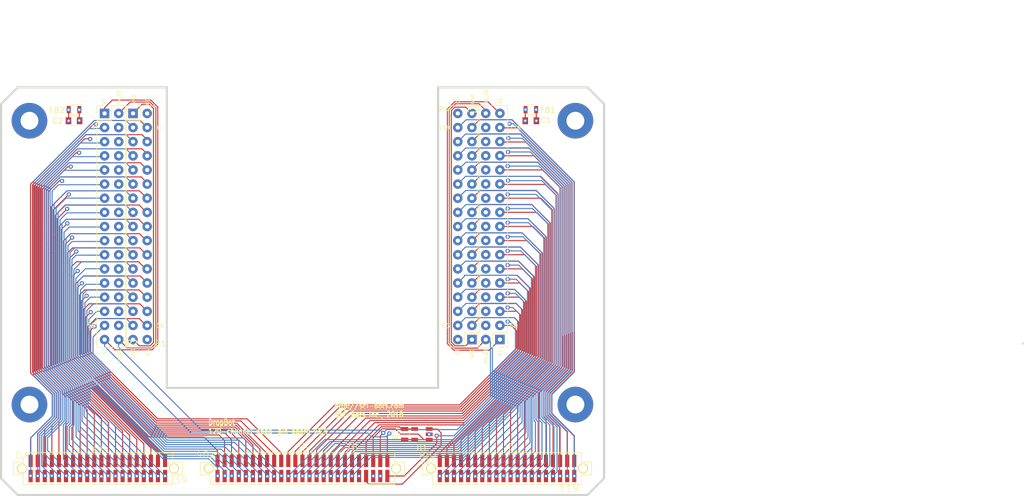
<source format=kicad_pcb>
(kicad_pcb (version 20171130) (host pcbnew "(5.1.5)-2")
  (title_block (title "120-channel pogo pin board") (date 2017-04-25) (rev v3.4) (company "Sci-Bots Inc."))
  (layers (0 Front signal) (1 GND power) (2 CUR_SENSE power) (31 Back signal) (34 B.Paste user) (35 F.Paste user) (36 B.SilkS user) (37 F.SilkS user) (38 B.Mask user) (39 F.Mask user) (44 Edge.Cuts user))
  (net 0 "")
  (net 1 CH2)
  (net 2 CH0)
  (net 3 CH1)
  (net 4 CH3)
  (net 5 CH9)
  (net 6 CH11)
  (net 7 CH7)
  (net 8 CH5)
  (net 9 CH4)
  (net 10 CH6)
  (net 11 CH10)
  (net 12 CH8)
  (net 13 CH12)
  (net 14 CH13)
  (net 15 CH14)
  (net 16 CH15)
  (net 17 CH16)
  (net 18 CH17)
  (net 19 CH18)
  (net 20 CH19)
  (net 21 CH20)
  (net 22 CH21)
  (net 23 CH22)
  (net 24 CH23)
  (net 25 CH24)
  (net 26 CH25)
  (net 27 CH26)
  (net 28 CH27)
  (net 29 CH28)
  (net 30 CH29)
  (net 31 CH30)
  (net 32 CH31)
  (net 33 CH32)
  (net 34 CH33)
  (net 35 CH34)
  (net 36 CH35)
  (net 37 CH36)
  (net 38 CH37)
  (net 39 CH38)
  (net 40 CH39)
  (net 41 CH112)
  (net 42 CH113)
  (net 43 CH114)
  (net 44 CH115)
  (net 45 CH116)
  (net 46 CH117)
  (net 47 CH118)
  (net 48 CH119)
  (net 49 CH99)
  (net 50 CH98)
  (net 51 CH97)
  (net 52 CH96)
  (net 53 CH95)
  (net 54 CH94)
  (net 55 CH93)
  (net 56 CH92)
  (net 57 CH91)
  (net 58 CH90)
  (net 59 CH111)
  (net 60 CH110)
  (net 61 CH80)
  (net 62 CH81)
  (net 63 CH82)
  (net 64 CH83)
  (net 65 CH84)
  (net 66 CH85)
  (net 67 CH86)
  (net 68 CH87)
  (net 69 CH88)
  (net 70 CH89)
  (net 71 CH100)
  (net 72 CH101)
  (net 73 CH102)
  (net 74 CH103)
  (net 75 CH104)
  (net 76 CH105)
  (net 77 CH106)
  (net 78 CH107)
  (net 79 CH108)
  (net 80 CH109)
  (net 81 CH59)
  (net 82 CH58)
  (net 83 CH57)
  (net 84 CH56)
  (net 85 CH55)
  (net 86 CH54)
  (net 87 CH53)
  (net 88 CH52)
  (net 89 CH51)
  (net 90 CH50)
  (net 91 CH79)
  (net 92 CH78)
  (net 93 CH77)
  (net 94 CH76)
  (net 95 CH75)
  (net 96 CH74)
  (net 97 CH73)
  (net 98 CH72)
  (net 99 CH71)
  (net 100 CH70)
  (net 101 CH40)
  (net 102 CH41)
  (net 103 CH42)
  (net 104 CH43)
  (net 105 CH44)
  (net 106 CH45)
  (net 107 CH46)
  (net 108 CH47)
  (net 109 CH48)
  (net 110 CH49)
  (net 111 CH60)
  (net 112 CH61)
  (net 113 CH62)
  (net 114 CH63)
  (net 115 CH64)
  (net 116 CH65)
  (net 117 CH66)
  (net 118 CH67)
  (net 119 CH68)
  (net 120 CH69)
  (net 121 CH-X1)
  (net 122 CH-X2)
  (net 123 +12V)
  (net 124 GND)
  (net 125 HV_OE)
  (net 126 CUR_SENSE)
  (net 127 SCL)
  (net 128 SDA)
  (net 129 CHASIS_GND)
  (net 130 "Net-(R1-Pad1)")
  (net 131 +3V3)
  (module Sci-Bots:Pogo_Pin_Header_Straight_2x17_Pitch2.54mm (layer Front) (at 65.75318 100.00762)
    (fp_text reference P2 (at 3.6832 21.01108) (layer F.SilkS))
    (fp_text value Conn_02x17_Odd_Even)
    (pad 1 thru_hole rect (at -1.27 -20.32) (size 1.7 1.7) (drill 0.762) (layers *.Cu *.Mask) (net 121 CH-X1))
    (pad 2 thru_hole oval (at 1.27 -20.32) (size 1.7 1.7) (drill 0.762) (layers *.Cu *.Mask) (net 125 HV_OE))
    (pad 3 thru_hole oval (at -1.27 -17.78) (size 1.7 1.7) (drill 0.762) (layers *.Cu *.Mask) (net 4 CH3))
    (pad 4 thru_hole oval (at 1.27 -17.78) (size 1.7 1.7) (drill 0.762) (layers *.Cu *.Mask) (net 1 CH2))
    (pad 5 thru_hole oval (at -1.27 -15.24) (size 1.7 1.7) (drill 0.762) (layers *.Cu *.Mask) (net 7 CH7))
    (pad 6 thru_hole oval (at 1.27 -15.24) (size 1.7 1.7) (drill 0.762) (layers *.Cu *.Mask) (net 10 CH6))
    (pad 7 thru_hole oval (at -1.27 -12.7) (size 1.7 1.7) (drill 0.762) (layers *.Cu *.Mask) (net 6 CH11))
    (pad 8 thru_hole oval (at 1.27 -12.7) (size 1.7 1.7) (drill 0.762) (layers *.Cu *.Mask) (net 11 CH10))
    (pad 9 thru_hole oval (at -1.27 -10.16) (size 1.7 1.7) (drill 0.762) (layers *.Cu *.Mask) (net 16 CH15))
    (pad 10 thru_hole oval (at 1.27 -10.16) (size 1.7 1.7) (drill 0.762) (layers *.Cu *.Mask) (net 15 CH14))
    (pad 11 thru_hole oval (at -1.27 -7.62) (size 1.7 1.7) (drill 0.762) (layers *.Cu *.Mask) (net 20 CH19))
    (pad 12 thru_hole oval (at 1.27 -7.62) (size 1.7 1.7) (drill 0.762) (layers *.Cu *.Mask) (net 19 CH18))
    (pad 13 thru_hole oval (at -1.27 -5.08) (size 1.7 1.7) (drill 0.762) (layers *.Cu *.Mask) (net 24 CH23))
    (pad 14 thru_hole oval (at 1.27 -5.08) (size 1.7 1.7) (drill 0.762) (layers *.Cu *.Mask) (net 23 CH22))
    (pad 15 thru_hole oval (at -1.27 -2.54) (size 1.7 1.7) (drill 0.762) (layers *.Cu *.Mask) (net 28 CH27))
    (pad 16 thru_hole oval (at 1.27 -2.54) (size 1.7 1.7) (drill 0.762) (layers *.Cu *.Mask) (net 27 CH26))
    (pad 17 thru_hole oval (at -1.27 0) (size 1.7 1.7) (drill 0.762) (layers *.Cu *.Mask) (net 32 CH31))
    (pad 18 thru_hole oval (at 1.27 0) (size 1.7 1.7) (drill 0.762) (layers *.Cu *.Mask) (net 31 CH30))
    (pad 19 thru_hole oval (at -1.27 2.54) (size 1.7 1.7) (drill 0.762) (layers *.Cu *.Mask) (net 36 CH35))
    (pad 20 thru_hole oval (at 1.27 2.54) (size 1.7 1.7) (drill 0.762) (layers *.Cu *.Mask) (net 35 CH34))
    (pad 21 thru_hole oval (at -1.27 5.08) (size 1.7 1.7) (drill 0.762) (layers *.Cu *.Mask) (net 40 CH39))
    (pad 22 thru_hole oval (at 1.27 5.08) (size 1.7 1.7) (drill 0.762) (layers *.Cu *.Mask) (net 39 CH38))
    (pad 23 thru_hole oval (at -1.27 7.62) (size 1.7 1.7) (drill 0.762) (layers *.Cu *.Mask) (net 104 CH43))
    (pad 24 thru_hole oval (at 1.27 7.62) (size 1.7 1.7) (drill 0.762) (layers *.Cu *.Mask) (net 103 CH42))
    (pad 25 thru_hole oval (at -1.27 10.16) (size 1.7 1.7) (drill 0.762) (layers *.Cu *.Mask) (net 108 CH47))
    (pad 26 thru_hole oval (at 1.27 10.16) (size 1.7 1.7) (drill 0.762) (layers *.Cu *.Mask) (net 107 CH46))
    (pad 27 thru_hole oval (at -1.27 12.7) (size 1.7 1.7) (drill 0.762) (layers *.Cu *.Mask) (net 89 CH51))
    (pad 28 thru_hole oval (at 1.27 12.7) (size 1.7 1.7) (drill 0.762) (layers *.Cu *.Mask) (net 90 CH50))
    (pad 29 thru_hole oval (at -1.27 15.24) (size 1.7 1.7) (drill 0.762) (layers *.Cu *.Mask) (net 85 CH55))
    (pad 30 thru_hole oval (at 1.27 15.24) (size 1.7 1.7) (drill 0.762) (layers *.Cu *.Mask) (net 86 CH54))
    (pad 31 thru_hole oval (at -1.27 17.78) (size 1.7 1.7) (drill 0.762) (layers *.Cu *.Mask) (net 81 CH59))
    (pad 32 thru_hole oval (at 1.27 17.78) (size 1.7 1.7) (drill 0.762) (layers *.Cu *.Mask) (net 82 CH58))
    (pad 34 thru_hole oval (at 1.27 20.32) (size 1.7 1.7) (drill 0.762) (layers *.Cu *.Mask) (net 125 HV_OE))
    (pad 33 thru_hole oval (at -1.27 20.32) (size 1.7 1.7) (drill 0.762) (layers *.Cu *.Mask) (net 121 CH-X1))
  )
  (module Sci-Bots:SFM-120-02-XXX-D-A (layer Front) (at 63.2716 143.48)
    (fp_text reference J4 (at -0.1216 -3.755) (layer F.SilkS) (effects (font (size 1.27 1.27) (thickness 0.1016))))
    (fp_text value SFM-120-02-L-D-A hide)
    (fp_text user 39 (at 14.8784 2.12) (layer F.SilkS) (effects (font (size 1.27 1.27) (thickness 0.1016))))
    (fp_text user 0 (at -14.2466 -2.33) (layer F.SilkS) (effects (font (size 1.27 1.27) (thickness 0.1016))))
    (pad 20 smd rect (at 0.635 -1.36398) (size 0.7366 2.21996) (layers Front F.Paste F.Mask) (net 21 CH20))
    (pad 19 smd rect (at 0.635 1.36398) (size 0.7366 2.21996) (layers Front F.Paste F.Mask) (net 22 CH21))
    (pad 18 smd rect (at 1.905 -1.36398) (size 0.7366 2.21996) (layers Front F.Paste F.Mask) (net 23 CH22))
    (pad 17 smd rect (at 1.905 1.36398) (size 0.7366 2.21996) (layers Front F.Paste F.Mask) (net 24 CH23))
    (pad 16 smd rect (at 3.175 -1.36398) (size 0.7366 2.21996) (layers Front F.Paste F.Mask) (net 25 CH24))
    (pad 15 smd rect (at 3.175 1.36398) (size 0.7366 2.21996) (layers Front F.Paste F.Mask) (net 26 CH25))
    (pad 14 smd rect (at 4.445 -1.36398) (size 0.7366 2.21996) (layers Front F.Paste F.Mask) (net 27 CH26))
    (pad 13 smd rect (at 4.445 1.36398) (size 0.7366 2.21996) (layers Front F.Paste F.Mask) (net 28 CH27))
    (pad 12 smd rect (at 5.715 -1.36398) (size 0.7366 2.21996) (layers Front F.Paste F.Mask) (net 29 CH28))
    (pad 11 smd rect (at 5.715 1.36398) (size 0.7366 2.21996) (layers Front F.Paste F.Mask) (net 30 CH29))
    (pad 40 smd rect (at -12.065 -1.36398) (size 0.7366 2.21996) (layers Front F.Paste F.Mask) (net 2 CH0))
    (pad 39 smd rect (at -12.065 1.36398) (size 0.7366 2.21996) (layers Front F.Paste F.Mask) (net 3 CH1))
    (pad 38 smd rect (at -10.795 -1.36398) (size 0.7366 2.21996) (layers Front F.Paste F.Mask) (net 1 CH2))
    (pad 37 smd rect (at -10.795 1.36398) (size 0.7366 2.21996) (layers Front F.Paste F.Mask) (net 4 CH3))
    (pad 36 smd rect (at -9.525 -1.36398) (size 0.7366 2.21996) (layers Front F.Paste F.Mask) (net 9 CH4))
    (pad 35 smd rect (at -9.525 1.36398) (size 0.7366 2.21996) (layers Front F.Paste F.Mask) (net 8 CH5))
    (pad 34 smd rect (at -8.255 -1.36398) (size 0.7366 2.21996) (layers Front F.Paste F.Mask) (net 10 CH6))
    (pad 33 smd rect (at -8.255 1.36398) (size 0.7366 2.21996) (layers Front F.Paste F.Mask) (net 7 CH7))
    (pad 32 smd rect (at -6.985 -1.36398) (size 0.7366 2.21996) (layers Front F.Paste F.Mask) (net 12 CH8))
    (pad 31 smd rect (at -6.985 1.36398) (size 0.7366 2.21996) (layers Front F.Paste F.Mask) (net 5 CH9))
    (pad 1 smd rect (at 12.065 1.36398) (size 0.7366 2.21996) (layers Front F.Paste F.Mask) (net 40 CH39))
    (pad 2 smd rect (at 12.065 -1.36398) (size 0.7366 2.21996) (layers Front F.Paste F.Mask) (net 39 CH38))
    (pad 3 smd rect (at 10.795 1.36398) (size 0.7366 2.21996) (layers Front F.Paste F.Mask) (net 38 CH37))
    (pad 4 smd rect (at 10.795 -1.36398) (size 0.7366 2.21996) (layers Front F.Paste F.Mask) (net 37 CH36))
    (pad 5 smd rect (at 9.525 1.36398) (size 0.7366 2.21996) (layers Front F.Paste F.Mask) (net 36 CH35))
    (pad 6 smd rect (at 9.525 -1.36398) (size 0.7366 2.21996) (layers Front F.Paste F.Mask) (net 35 CH34))
    (pad 7 smd rect (at 8.255 1.36398) (size 0.7366 2.21996) (layers Front F.Paste F.Mask) (net 34 CH33))
    (pad 8 smd rect (at 8.255 -1.36398) (size 0.7366 2.21996) (layers Front F.Paste F.Mask) (net 33 CH32))
    (pad 9 smd rect (at 6.985 1.36398) (size 0.7366 2.21996) (layers Front F.Paste F.Mask) (net 32 CH31))
    (pad 10 smd rect (at 6.985 -1.36398) (size 0.7366 2.21996) (layers Front F.Paste F.Mask) (net 31 CH30))
    (pad 21 smd rect (at -0.635 1.36398) (size 0.7366 2.21996) (layers Front F.Paste F.Mask) (net 20 CH19))
    (pad 22 smd rect (at -0.635 -1.36398) (size 0.7366 2.21996) (layers Front F.Paste F.Mask) (net 19 CH18))
    (pad 23 smd rect (at -1.905 1.36398) (size 0.7366 2.21996) (layers Front F.Paste F.Mask) (net 18 CH17))
    (pad 24 smd rect (at -1.905 -1.36398) (size 0.7366 2.21996) (layers Front F.Paste F.Mask) (net 17 CH16))
    (pad 25 smd rect (at -3.175 1.36398) (size 0.7366 2.21996) (layers Front F.Paste F.Mask) (net 16 CH15))
    (pad 26 smd rect (at -3.175 -1.36398) (size 0.7366 2.21996) (layers Front F.Paste F.Mask) (net 15 CH14))
    (pad 27 smd rect (at -4.445 1.36398) (size 0.7366 2.21996) (layers Front F.Paste F.Mask) (net 14 CH13))
    (pad 28 smd rect (at -4.445 -1.36398) (size 0.7366 2.21996) (layers Front F.Paste F.Mask) (net 13 CH12))
    (pad 29 smd rect (at -5.715 1.36398) (size 0.7366 2.21996) (layers Front F.Paste F.Mask) (net 6 CH11))
    (pad 30 smd rect (at -5.715 -1.36398) (size 0.7366 2.21996) (layers Front F.Paste F.Mask) (net 11 CH10))
    (pad "" thru_hole circle (at -13.6525 0) (size 1.75 1.75) (drill 1.27) (layers *.Cu *.Mask F.SilkS))
    (pad "" thru_hole circle (at 13.6525 0) (size 1.75 1.75) (drill 1.27) (layers *.Cu *.Mask F.SilkS))
  )
  (module Mounting_Holes:MountingHole_3.2mm_M3_Pad (layer Front) (at 149 81)
    (fp_text reference P5 hide)
    (fp_text value CONN_01X01)
    (pad 1 thru_hole circle (at 0 0) (size 6.4 6.4) (drill 3.2) (layers *.Cu *.Mask) (net 129 CHASIS_GND))
  )
  (module Mounting_Holes:MountingHole_3.2mm_M3_Pad (layer Front) (at 51 81)
    (fp_text reference P6 hide)
    (fp_text value CONN_01X01)
    (pad 1 thru_hole circle (at 0 0) (size 6.4 6.4) (drill 3.2) (layers *.Cu *.Mask) (net 129 CHASIS_GND))
  )
  (module Mounting_Holes:MountingHole_3.2mm_M3_Pad (layer Front) (at 149 132)
    (fp_text reference P7 hide)
    (fp_text value CONN_01X01)
    (pad 1 thru_hole circle (at 0 0) (size 6.4 6.4) (drill 3.2) (layers *.Cu *.Mask) (net 129 CHASIS_GND))
  )
  (module Mounting_Holes:MountingHole_3.2mm_M3_Pad (layer Front) (at 51 132)
    (fp_text reference P8 hide)
    (fp_text value CONN_01X01)
    (pad 1 thru_hole circle (at 0 0) (size 6.4 6.4) (drill 3.2) (layers *.Cu *.Mask) (net 129 CHASIS_GND))
  )
  (module Capacitors_SMD:C_0805 (layer Front) (at 141 81)
    (fp_text reference C1 (at 2.688 -0.05) (layer F.SilkS))
    (fp_text value 0.1uF)
    (pad 1 smd rect (at -1 0) (size 1 1.25) (layers Front F.Paste F.Mask) (net 124 GND))
    (pad 2 smd rect (at 1 0) (size 1 1.25) (layers Front F.Paste F.Mask) (net 129 CHASIS_GND))
  )
  (module Capacitors_SMD:C_0805 (layer Front) (at 59 81 180)
    (fp_text reference C2 (at 2.942 -0.0135) (layer F.SilkS))
    (fp_text value 0.1uF)
    (pad 1 smd rect (at -1 0 180) (size 1 1.25) (layers Front F.Paste F.Mask) (net 124 GND))
    (pad 2 smd rect (at 1 0 180) (size 1 1.25) (layers Front F.Paste F.Mask) (net 129 CHASIS_GND))
  )
  (module Resistors_SMD:R_0805 (layer Front) (at 141 79)
    (fp_text reference FB1 (at 3.0055 0.045) (layer F.SilkS))
    (fp_text value FERRITE)
    (pad 1 smd rect (at -0.95 0) (size 0.7 1.3) (layers Front F.Paste F.Mask) (net 124 GND))
    (pad 2 smd rect (at 0.95 0) (size 0.7 1.3) (layers Front F.Paste F.Mask) (net 129 CHASIS_GND))
  )
  (module Resistors_SMD:R_0805 (layer Front) (at 59 79 180)
    (fp_text reference FB2 (at 3.069 -0.1085 180) (layer F.SilkS))
    (fp_text value FERRITE)
    (pad 1 smd rect (at -0.95 0 180) (size 0.7 1.3) (layers Front F.Paste F.Mask) (net 124 GND))
    (pad 2 smd rect (at 0.95 0 180) (size 0.7 1.3) (layers Front F.Paste F.Mask) (net 129 CHASIS_GND))
  )
  (module Resistors_SMD:R_0805 (layer Front) (at 118.35 137.35 90)
    (fp_text reference R1 (at 0 -1.65 90) (layer F.SilkS))
    (fp_text value 10k)
    (pad 1 smd rect (at -0.95 0 90) (size 0.7 1.3) (layers Front F.Paste F.Mask) (net 130 "Net-(R1-Pad1)"))
    (pad 2 smd rect (at 0.95 0 90) (size 0.7 1.3) (layers Front F.Paste F.Mask) (net 131 +3V3))
  )
  (module TO_SOT_Packages_SMD:TSOT-23-5 (layer Front) (at 121.45 137.35 180)
    (fp_text reference U1 (at 0 -2.45 180) (layer F.SilkS))
    (fp_text value CAT24C02TDI)
    (pad 1 smd rect (at -1.31 -0.95 180) (size 1.22 0.65) (layers Front F.Paste F.Mask) (net 127 SCL))
    (pad 2 smd rect (at -1.31 0 180) (size 1.22 0.65) (layers Front F.Paste F.Mask) (net 124 GND))
    (pad 3 smd rect (at -1.31 0.95 180) (size 1.22 0.65) (layers Front F.Paste F.Mask) (net 128 SDA))
    (pad 4 smd rect (at 1.31 0.95 180) (size 1.22 0.65) (layers Front F.Paste F.Mask) (net 131 +3V3))
    (pad 5 smd rect (at 1.31 -0.95 180) (size 1.22 0.65) (layers Front F.Paste F.Mask) (net 130 "Net-(R1-Pad1)"))
  )
  (module Sci-Bots:SFM-125-02-XXX-D-A (layer Front) (at 100 143.48)
    (fp_text reference J5 (at -0.05 -3.805) (layer F.SilkS) (effects (font (size 1.27 1.27) (thickness 0.1016))))
    (fp_text value SFM-125-02-L-D-A hide)
    (fp_text user 40 (at -17.925 -2.455) (layer F.SilkS) (effects (font (size 1.27 1.27) (thickness 0.1016))))
    (fp_text user 78 (at 8.825 -3.78) (layer F.SilkS) (effects (font (size 1.27 1.27) (thickness 0.1016))))
    (pad 47 smd rect (at -13.97 1.36398) (size 0.7366 2.21996) (layers Front F.Paste F.Mask) (net 104 CH43))
    (pad 48 smd rect (at -13.97 -1.36398) (size 0.7366 2.21996) (layers Front F.Paste F.Mask) (net 103 CH42))
    (pad 33 smd rect (at -5.08 1.36398) (size 0.7366 2.21996) (layers Front F.Paste F.Mask) (net 83 CH57))
    (pad 34 smd rect (at -5.08 -1.36398) (size 0.7366 2.21996) (layers Front F.Paste F.Mask) (net 84 CH56))
    (pad 35 smd rect (at -6.35 1.36398) (size 0.7366 2.21996) (layers Front F.Paste F.Mask) (net 85 CH55))
    (pad 36 smd rect (at -6.35 -1.36398) (size 0.7366 2.21996) (layers Front F.Paste F.Mask) (net 86 CH54))
    (pad 37 smd rect (at -7.62 1.36398) (size 0.7366 2.21996) (layers Front F.Paste F.Mask) (net 87 CH53))
    (pad 38 smd rect (at -7.62 -1.36398) (size 0.7366 2.21996) (layers Front F.Paste F.Mask) (net 88 CH52))
    (pad 39 smd rect (at -8.89 1.36398) (size 0.7366 2.21996) (layers Front F.Paste F.Mask) (net 89 CH51))
    (pad 40 smd rect (at -8.89 -1.36398) (size 0.7366 2.21996) (layers Front F.Paste F.Mask) (net 90 CH50))
    (pad 20 smd rect (at 3.81 -1.36398) (size 0.7366 2.21996) (layers Front F.Paste F.Mask) (net 100 CH70))
    (pad 19 smd rect (at 3.81 1.36398) (size 0.7366 2.21996) (layers Front F.Paste F.Mask) (net 99 CH71))
    (pad 18 smd rect (at 5.08 -1.36398) (size 0.7366 2.21996) (layers Front F.Paste F.Mask) (net 98 CH72))
    (pad 17 smd rect (at 5.08 1.36398) (size 0.7366 2.21996) (layers Front F.Paste F.Mask) (net 97 CH73))
    (pad 16 smd rect (at 6.35 -1.36398) (size 0.7366 2.21996) (layers Front F.Paste F.Mask) (net 96 CH74))
    (pad 15 smd rect (at 6.35 1.36398) (size 0.7366 2.21996) (layers Front F.Paste F.Mask) (net 95 CH75))
    (pad 14 smd rect (at 7.62 -1.36398) (size 0.7366 2.21996) (layers Front F.Paste F.Mask) (net 94 CH76))
    (pad 13 smd rect (at 7.62 1.36398) (size 0.7366 2.21996) (layers Front F.Paste F.Mask) (net 93 CH77))
    (pad 12 smd rect (at 8.89 -1.36398) (size 0.7366 2.21996) (layers Front F.Paste F.Mask) (net 92 CH78))
    (pad 11 smd rect (at 8.89 1.36398) (size 0.7366 2.21996) (layers Front F.Paste F.Mask) (net 91 CH79))
    (pad 50 smd rect (at -15.24 -1.36398) (size 0.7366 2.21996) (layers Front F.Paste F.Mask) (net 101 CH40))
    (pad 49 smd rect (at -15.24 1.36398) (size 0.7366 2.21996) (layers Front F.Paste F.Mask) (net 102 CH41))
    (pad 46 smd rect (at -12.7 -1.36398) (size 0.7366 2.21996) (layers Front F.Paste F.Mask) (net 105 CH44))
    (pad 45 smd rect (at -12.7 1.36398) (size 0.7366 2.21996) (layers Front F.Paste F.Mask) (net 106 CH45))
    (pad 44 smd rect (at -11.43 -1.36398) (size 0.7366 2.21996) (layers Front F.Paste F.Mask) (net 107 CH46))
    (pad 43 smd rect (at -11.43 1.36398) (size 0.7366 2.21996) (layers Front F.Paste F.Mask) (net 108 CH47))
    (pad 42 smd rect (at -10.16 -1.36398) (size 0.7366 2.21996) (layers Front F.Paste F.Mask) (net 109 CH48))
    (pad 41 smd rect (at -10.16 1.36398) (size 0.7366 2.21996) (layers Front F.Paste F.Mask) (net 110 CH49))
    (pad 32 smd rect (at -3.81 -1.36398) (size 0.7366 2.21996) (layers Front F.Paste F.Mask) (net 82 CH58))
    (pad 31 smd rect (at -3.81 1.36398) (size 0.7366 2.21996) (layers Front F.Paste F.Mask) (net 81 CH59))
    (pad 1 smd rect (at 15.24 1.36398) (size 0.7366 2.21996) (layers Front F.Paste F.Mask) (net 122 CH-X2))
    (pad 2 smd rect (at 15.24 -1.36398) (size 0.7366 2.21996) (layers Front F.Paste F.Mask) (net 121 CH-X1))
    (pad 3 smd rect (at 13.97 1.36398) (size 0.7366 2.21996) (layers Front F.Paste F.Mask) (net 126 CUR_SENSE))
    (pad 4 smd rect (at 13.97 -1.36398) (size 0.7366 2.21996) (layers Front F.Paste F.Mask) (net 125 HV_OE))
    (pad 5 smd rect (at 12.7 1.36398) (size 0.7366 2.21996) (layers Front F.Paste F.Mask) (net 124 GND))
    (pad 6 smd rect (at 12.7 -1.36398) (size 0.7366 2.21996) (layers Front F.Paste F.Mask) (net 127 SCL))
    (pad 7 smd rect (at 11.43 1.36398) (size 0.7366 2.21996) (layers Front F.Paste F.Mask) (net 128 SDA))
    (pad 8 smd rect (at 11.43 -1.36398) (size 0.7366 2.21996) (layers Front F.Paste F.Mask) (net 131 +3V3))
    (pad 9 smd rect (at 10.16 1.36398) (size 0.7366 2.21996) (layers Front F.Paste F.Mask) (net 124 GND))
    (pad 10 smd rect (at 10.16 -1.36398) (size 0.7366 2.21996) (layers Front F.Paste F.Mask) (net 123 +12V))
    (pad 21 smd rect (at 2.54 1.36398) (size 0.7366 2.21996) (layers Front F.Paste F.Mask) (net 120 CH69))
    (pad 22 smd rect (at 2.54 -1.36398) (size 0.7366 2.21996) (layers Front F.Paste F.Mask) (net 119 CH68))
    (pad 23 smd rect (at 1.27 1.36398) (size 0.7366 2.21996) (layers Front F.Paste F.Mask) (net 118 CH67))
    (pad 24 smd rect (at 1.27 -1.36398) (size 0.7366 2.21996) (layers Front F.Paste F.Mask) (net 117 CH66))
    (pad 25 smd rect (at 0 1.36398) (size 0.7366 2.21996) (layers Front F.Paste F.Mask) (net 116 CH65))
    (pad 26 smd rect (at 0 -1.36398) (size 0.7366 2.21996) (layers Front F.Paste F.Mask) (net 115 CH64))
    (pad 27 smd rect (at -1.27 1.36398) (size 0.7366 2.21996) (layers Front F.Paste F.Mask) (net 114 CH63))
    (pad 28 smd rect (at -1.27 -1.36398) (size 0.7366 2.21996) (layers Front F.Paste F.Mask) (net 113 CH62))
    (pad 29 smd rect (at -2.54 1.36398) (size 0.7366 2.21996) (layers Front F.Paste F.Mask) (net 112 CH61))
    (pad 30 smd rect (at -2.54 -1.36398) (size 0.7366 2.21996) (layers Front F.Paste F.Mask) (net 111 CH60))
    (pad "" thru_hole circle (at -16.8275 0) (size 1.75 1.75) (drill 1.27) (layers *.Cu *.Mask F.SilkS))
    (pad "" thru_hole circle (at 16.8275 0) (size 1.75 1.75) (drill 1.27) (layers *.Cu *.Mask F.SilkS))
  )
  (module Sci-Bots:SFM-120-02-XXX-D-A (layer Front) (at 136.7284 143.48)
    (fp_text reference J6 (at 0.3216 -3.88) (layer F.SilkS) (effects (font (size 1.27 1.27) (thickness 0.1016))))
    (fp_text value SFM-120-02-L-D-A hide)
    (fp_text user 80 (at -14.6534 -2.23) (layer F.SilkS) (effects (font (size 1.27 1.27) (thickness 0.1016))))
    (fp_text user 119 (at 11.1216 3.57) (layer F.SilkS) (effects (font (size 1.27 1.27) (thickness 0.1016))))
    (pad 20 smd rect (at 0.635 -1.36398) (size 0.7366 2.21996) (layers Front F.Paste F.Mask) (net 71 CH100))
    (pad 19 smd rect (at 0.635 1.36398) (size 0.7366 2.21996) (layers Front F.Paste F.Mask) (net 72 CH101))
    (pad 18 smd rect (at 1.905 -1.36398) (size 0.7366 2.21996) (layers Front F.Paste F.Mask) (net 73 CH102))
    (pad 17 smd rect (at 1.905 1.36398) (size 0.7366 2.21996) (layers Front F.Paste F.Mask) (net 74 CH103))
    (pad 16 smd rect (at 3.175 -1.36398) (size 0.7366 2.21996) (layers Front F.Paste F.Mask) (net 75 CH104))
    (pad 15 smd rect (at 3.175 1.36398) (size 0.7366 2.21996) (layers Front F.Paste F.Mask) (net 76 CH105))
    (pad 14 smd rect (at 4.445 -1.36398) (size 0.7366 2.21996) (layers Front F.Paste F.Mask) (net 77 CH106))
    (pad 13 smd rect (at 4.445 1.36398) (size 0.7366 2.21996) (layers Front F.Paste F.Mask) (net 78 CH107))
    (pad 12 smd rect (at 5.715 -1.36398) (size 0.7366 2.21996) (layers Front F.Paste F.Mask) (net 79 CH108))
    (pad 11 smd rect (at 5.715 1.36398) (size 0.7366 2.21996) (layers Front F.Paste F.Mask) (net 80 CH109))
    (pad 40 smd rect (at -12.065 -1.36398) (size 0.7366 2.21996) (layers Front F.Paste F.Mask) (net 61 CH80))
    (pad 39 smd rect (at -12.065 1.36398) (size 0.7366 2.21996) (layers Front F.Paste F.Mask) (net 62 CH81))
    (pad 38 smd rect (at -10.795 -1.36398) (size 0.7366 2.21996) (layers Front F.Paste F.Mask) (net 63 CH82))
    (pad 37 smd rect (at -10.795 1.36398) (size 0.7366 2.21996) (layers Front F.Paste F.Mask) (net 64 CH83))
    (pad 36 smd rect (at -9.525 -1.36398) (size 0.7366 2.21996) (layers Front F.Paste F.Mask) (net 65 CH84))
    (pad 35 smd rect (at -9.525 1.36398) (size 0.7366 2.21996) (layers Front F.Paste F.Mask) (net 66 CH85))
    (pad 34 smd rect (at -8.255 -1.36398) (size 0.7366 2.21996) (layers Front F.Paste F.Mask) (net 67 CH86))
    (pad 33 smd rect (at -8.255 1.36398) (size 0.7366 2.21996) (layers Front F.Paste F.Mask) (net 68 CH87))
    (pad 32 smd rect (at -6.985 -1.36398) (size 0.7366 2.21996) (layers Front F.Paste F.Mask) (net 69 CH88))
    (pad 31 smd rect (at -6.985 1.36398) (size 0.7366 2.21996) (layers Front F.Paste F.Mask) (net 70 CH89))
    (pad 1 smd rect (at 12.065 1.36398) (size 0.7366 2.21996) (layers Front F.Paste F.Mask) (net 48 CH119))
    (pad 2 smd rect (at 12.065 -1.36398) (size 0.7366 2.21996) (layers Front F.Paste F.Mask) (net 47 CH118))
    (pad 3 smd rect (at 10.795 1.36398) (size 0.7366 2.21996) (layers Front F.Paste F.Mask) (net 46 CH117))
    (pad 4 smd rect (at 10.795 -1.36398) (size 0.7366 2.21996) (layers Front F.Paste F.Mask) (net 45 CH116))
    (pad 5 smd rect (at 9.525 1.36398) (size 0.7366 2.21996) (layers Front F.Paste F.Mask) (net 44 CH115))
    (pad 6 smd rect (at 9.525 -1.36398) (size 0.7366 2.21996) (layers Front F.Paste F.Mask) (net 43 CH114))
    (pad 7 smd rect (at 8.255 1.36398) (size 0.7366 2.21996) (layers Front F.Paste F.Mask) (net 42 CH113))
    (pad 8 smd rect (at 8.255 -1.36398) (size 0.7366 2.21996) (layers Front F.Paste F.Mask) (net 41 CH112))
    (pad 9 smd rect (at 6.985 1.36398) (size 0.7366 2.21996) (layers Front F.Paste F.Mask) (net 59 CH111))
    (pad 10 smd rect (at 6.985 -1.36398) (size 0.7366 2.21996) (layers Front F.Paste F.Mask) (net 60 CH110))
    (pad 21 smd rect (at -0.635 1.36398) (size 0.7366 2.21996) (layers Front F.Paste F.Mask) (net 49 CH99))
    (pad 22 smd rect (at -0.635 -1.36398) (size 0.7366 2.21996) (layers Front F.Paste F.Mask) (net 50 CH98))
    (pad 23 smd rect (at -1.905 1.36398) (size 0.7366 2.21996) (layers Front F.Paste F.Mask) (net 51 CH97))
    (pad 24 smd rect (at -1.905 -1.36398) (size 0.7366 2.21996) (layers Front F.Paste F.Mask) (net 52 CH96))
    (pad 25 smd rect (at -3.175 1.36398) (size 0.7366 2.21996) (layers Front F.Paste F.Mask) (net 53 CH95))
    (pad 26 smd rect (at -3.175 -1.36398) (size 0.7366 2.21996) (layers Front F.Paste F.Mask) (net 54 CH94))
    (pad 27 smd rect (at -4.445 1.36398) (size 0.7366 2.21996) (layers Front F.Paste F.Mask) (net 55 CH93))
    (pad 28 smd rect (at -4.445 -1.36398) (size 0.7366 2.21996) (layers Front F.Paste F.Mask) (net 56 CH92))
    (pad 29 smd rect (at -5.715 1.36398) (size 0.7366 2.21996) (layers Front F.Paste F.Mask) (net 57 CH91))
    (pad 30 smd rect (at -5.715 -1.36398) (size 0.7366 2.21996) (layers Front F.Paste F.Mask) (net 58 CH90))
    (pad "" thru_hole circle (at -13.6525 0) (size 1.75 1.75) (drill 1.27) (layers *.Cu *.Mask F.SilkS))
    (pad "" thru_hole circle (at 13.6525 0) (size 1.75 1.75) (drill 1.27) (layers *.Cu *.Mask F.SilkS))
  )
  (module Sci-Bots:Pogo_Pin_Header_Straight_2x17_Pitch2.54mm (layer Front) (at 70.85858 100.00762)
    (fp_text reference P1 (at 3.6832 21.01108) (layer F.SilkS))
    (fp_text value Conn_02x17_Odd_Even)
    (pad 1 thru_hole rect (at -1.27 -20.32) (size 1.7 1.7) (drill 0.762) (layers *.Cu *.Mask) (net 124 GND))
    (pad 2 thru_hole oval (at 1.27 -20.32) (size 1.7 1.7) (drill 0.762) (layers *.Cu *.Mask) (net 126 CUR_SENSE))
    (pad 3 thru_hole oval (at -1.27 -17.78) (size 1.7 1.7) (drill 0.762) (layers *.Cu *.Mask) (net 3 CH1))
    (pad 4 thru_hole oval (at 1.27 -17.78) (size 1.7 1.7) (drill 0.762) (layers *.Cu *.Mask) (net 2 CH0))
    (pad 5 thru_hole oval (at -1.27 -15.24) (size 1.7 1.7) (drill 0.762) (layers *.Cu *.Mask) (net 8 CH5))
    (pad 6 thru_hole oval (at 1.27 -15.24) (size 1.7 1.7) (drill 0.762) (layers *.Cu *.Mask) (net 9 CH4))
    (pad 7 thru_hole oval (at -1.27 -12.7) (size 1.7 1.7) (drill 0.762) (layers *.Cu *.Mask) (net 5 CH9))
    (pad 8 thru_hole oval (at 1.27 -12.7) (size 1.7 1.7) (drill 0.762) (layers *.Cu *.Mask) (net 12 CH8))
    (pad 9 thru_hole oval (at -1.27 -10.16) (size 1.7 1.7) (drill 0.762) (layers *.Cu *.Mask) (net 14 CH13))
    (pad 10 thru_hole oval (at 1.27 -10.16) (size 1.7 1.7) (drill 0.762) (layers *.Cu *.Mask) (net 13 CH12))
    (pad 11 thru_hole oval (at -1.27 -7.62) (size 1.7 1.7) (drill 0.762) (layers *.Cu *.Mask) (net 18 CH17))
    (pad 12 thru_hole oval (at 1.27 -7.62) (size 1.7 1.7) (drill 0.762) (layers *.Cu *.Mask) (net 17 CH16))
    (pad 13 thru_hole oval (at -1.27 -5.08) (size 1.7 1.7) (drill 0.762) (layers *.Cu *.Mask) (net 22 CH21))
    (pad 14 thru_hole oval (at 1.27 -5.08) (size 1.7 1.7) (drill 0.762) (layers *.Cu *.Mask) (net 21 CH20))
    (pad 15 thru_hole oval (at -1.27 -2.54) (size 1.7 1.7) (drill 0.762) (layers *.Cu *.Mask) (net 26 CH25))
    (pad 16 thru_hole oval (at 1.27 -2.54) (size 1.7 1.7) (drill 0.762) (layers *.Cu *.Mask) (net 25 CH24))
    (pad 17 thru_hole oval (at -1.27 0) (size 1.7 1.7) (drill 0.762) (layers *.Cu *.Mask) (net 30 CH29))
    (pad 18 thru_hole oval (at 1.27 0) (size 1.7 1.7) (drill 0.762) (layers *.Cu *.Mask) (net 29 CH28))
    (pad 19 thru_hole oval (at -1.27 2.54) (size 1.7 1.7) (drill 0.762) (layers *.Cu *.Mask) (net 34 CH33))
    (pad 20 thru_hole oval (at 1.27 2.54) (size 1.7 1.7) (drill 0.762) (layers *.Cu *.Mask) (net 33 CH32))
    (pad 21 thru_hole oval (at -1.27 5.08) (size 1.7 1.7) (drill 0.762) (layers *.Cu *.Mask) (net 38 CH37))
    (pad 22 thru_hole oval (at 1.27 5.08) (size 1.7 1.7) (drill 0.762) (layers *.Cu *.Mask) (net 37 CH36))
    (pad 23 thru_hole oval (at -1.27 7.62) (size 1.7 1.7) (drill 0.762) (layers *.Cu *.Mask) (net 102 CH41))
    (pad 24 thru_hole oval (at 1.27 7.62) (size 1.7 1.7) (drill 0.762) (layers *.Cu *.Mask) (net 101 CH40))
    (pad 25 thru_hole oval (at -1.27 10.16) (size 1.7 1.7) (drill 0.762) (layers *.Cu *.Mask) (net 106 CH45))
    (pad 26 thru_hole oval (at 1.27 10.16) (size 1.7 1.7) (drill 0.762) (layers *.Cu *.Mask) (net 105 CH44))
    (pad 27 thru_hole oval (at -1.27 12.7) (size 1.7 1.7) (drill 0.762) (layers *.Cu *.Mask) (net 110 CH49))
    (pad 28 thru_hole oval (at 1.27 12.7) (size 1.7 1.7) (drill 0.762) (layers *.Cu *.Mask) (net 109 CH48))
    (pad 29 thru_hole oval (at -1.27 15.24) (size 1.7 1.7) (drill 0.762) (layers *.Cu *.Mask) (net 87 CH53))
    (pad 30 thru_hole oval (at 1.27 15.24) (size 1.7 1.7) (drill 0.762) (layers *.Cu *.Mask) (net 88 CH52))
    (pad 31 thru_hole oval (at -1.27 17.78) (size 1.7 1.7) (drill 0.762) (layers *.Cu *.Mask) (net 83 CH57))
    (pad 32 thru_hole oval (at 1.27 17.78) (size 1.7 1.7) (drill 0.762) (layers *.Cu *.Mask) (net 84 CH56))
    (pad 34 thru_hole oval (at 1.27 20.32) (size 1.7 1.7) (drill 0.762) (layers *.Cu *.Mask) (net 126 CUR_SENSE))
    (pad 33 thru_hole oval (at -1.27 20.32) (size 1.7 1.7) (drill 0.762) (layers *.Cu *.Mask) (net 124 GND))
  )
  (module Sci-Bots:Pogo_Pin_Header_Straight_2x17_Pitch2.54mm (layer Front) (at 134.17824 99.99492 180)
    (fp_text reference P3 (at 3.6832 21.01108 180) (layer F.SilkS))
    (fp_text value Conn_02x17_Odd_Even)
    (pad 1 thru_hole rect (at -1.27 -20.32 180) (size 1.7 1.7) (drill 0.762) (layers *.Cu *.Mask) (net 122 CH-X2))
    (pad 2 thru_hole oval (at 1.27 -20.32 180) (size 1.7 1.7) (drill 0.762) (layers *.Cu *.Mask) (net 125 HV_OE))
    (pad 3 thru_hole oval (at -1.27 -17.78 180) (size 1.7 1.7) (drill 0.762) (layers *.Cu *.Mask) (net 111 CH60))
    (pad 4 thru_hole oval (at 1.27 -17.78 180) (size 1.7 1.7) (drill 0.762) (layers *.Cu *.Mask) (net 112 CH61))
    (pad 5 thru_hole oval (at -1.27 -15.24 180) (size 1.7 1.7) (drill 0.762) (layers *.Cu *.Mask) (net 115 CH64))
    (pad 6 thru_hole oval (at 1.27 -15.24 180) (size 1.7 1.7) (drill 0.762) (layers *.Cu *.Mask) (net 116 CH65))
    (pad 7 thru_hole oval (at -1.27 -12.7 180) (size 1.7 1.7) (drill 0.762) (layers *.Cu *.Mask) (net 119 CH68))
    (pad 8 thru_hole oval (at 1.27 -12.7 180) (size 1.7 1.7) (drill 0.762) (layers *.Cu *.Mask) (net 120 CH69))
    (pad 9 thru_hole oval (at -1.27 -10.16 180) (size 1.7 1.7) (drill 0.762) (layers *.Cu *.Mask) (net 98 CH72))
    (pad 10 thru_hole oval (at 1.27 -10.16 180) (size 1.7 1.7) (drill 0.762) (layers *.Cu *.Mask) (net 97 CH73))
    (pad 11 thru_hole oval (at -1.27 -7.62 180) (size 1.7 1.7) (drill 0.762) (layers *.Cu *.Mask) (net 94 CH76))
    (pad 12 thru_hole oval (at 1.27 -7.62 180) (size 1.7 1.7) (drill 0.762) (layers *.Cu *.Mask) (net 93 CH77))
    (pad 13 thru_hole oval (at -1.27 -5.08 180) (size 1.7 1.7) (drill 0.762) (layers *.Cu *.Mask) (net 61 CH80))
    (pad 14 thru_hole oval (at 1.27 -5.08 180) (size 1.7 1.7) (drill 0.762) (layers *.Cu *.Mask) (net 62 CH81))
    (pad 15 thru_hole oval (at -1.27 -2.54 180) (size 1.7 1.7) (drill 0.762) (layers *.Cu *.Mask) (net 65 CH84))
    (pad 16 thru_hole oval (at 1.27 -2.54 180) (size 1.7 1.7) (drill 0.762) (layers *.Cu *.Mask) (net 66 CH85))
    (pad 17 thru_hole oval (at -1.27 0 180) (size 1.7 1.7) (drill 0.762) (layers *.Cu *.Mask) (net 69 CH88))
    (pad 18 thru_hole oval (at 1.27 0 180) (size 1.7 1.7) (drill 0.762) (layers *.Cu *.Mask) (net 70 CH89))
    (pad 19 thru_hole oval (at -1.27 2.54 180) (size 1.7 1.7) (drill 0.762) (layers *.Cu *.Mask) (net 56 CH92))
    (pad 20 thru_hole oval (at 1.27 2.54 180) (size 1.7 1.7) (drill 0.762) (layers *.Cu *.Mask) (net 55 CH93))
    (pad 21 thru_hole oval (at -1.27 5.08 180) (size 1.7 1.7) (drill 0.762) (layers *.Cu *.Mask) (net 52 CH96))
    (pad 22 thru_hole oval (at 1.27 5.08 180) (size 1.7 1.7) (drill 0.762) (layers *.Cu *.Mask) (net 51 CH97))
    (pad 23 thru_hole oval (at -1.27 7.62 180) (size 1.7 1.7) (drill 0.762) (layers *.Cu *.Mask) (net 71 CH100))
    (pad 24 thru_hole oval (at 1.27 7.62 180) (size 1.7 1.7) (drill 0.762) (layers *.Cu *.Mask) (net 72 CH101))
    (pad 25 thru_hole oval (at -1.27 10.16 180) (size 1.7 1.7) (drill 0.762) (layers *.Cu *.Mask) (net 75 CH104))
    (pad 26 thru_hole oval (at 1.27 10.16 180) (size 1.7 1.7) (drill 0.762) (layers *.Cu *.Mask) (net 76 CH105))
    (pad 27 thru_hole oval (at -1.27 12.7 180) (size 1.7 1.7) (drill 0.762) (layers *.Cu *.Mask) (net 79 CH108))
    (pad 28 thru_hole oval (at 1.27 12.7 180) (size 1.7 1.7) (drill 0.762) (layers *.Cu *.Mask) (net 80 CH109))
    (pad 29 thru_hole oval (at -1.27 15.24 180) (size 1.7 1.7) (drill 0.762) (layers *.Cu *.Mask) (net 41 CH112))
    (pad 30 thru_hole oval (at 1.27 15.24 180) (size 1.7 1.7) (drill 0.762) (layers *.Cu *.Mask) (net 42 CH113))
    (pad 31 thru_hole oval (at -1.27 17.78 180) (size 1.7 1.7) (drill 0.762) (layers *.Cu *.Mask) (net 45 CH116))
    (pad 32 thru_hole oval (at 1.27 17.78 180) (size 1.7 1.7) (drill 0.762) (layers *.Cu *.Mask) (net 46 CH117))
    (pad 34 thru_hole oval (at 1.27 20.32 180) (size 1.7 1.7) (drill 0.762) (layers *.Cu *.Mask) (net 125 HV_OE))
    (pad 33 thru_hole oval (at -1.27 20.32 180) (size 1.7 1.7) (drill 0.762) (layers *.Cu *.Mask) (net 122 CH-X2))
  )
  (module Sci-Bots:Pogo_Pin_Header_Straight_2x17_Pitch2.54mm (layer Front) (at 129.1592 100.00508 180)
    (fp_text reference P4 (at 3.6832 21.01108 180) (layer F.SilkS))
    (fp_text value Conn_02x17_Odd_Even)
    (pad 1 thru_hole rect (at -1.27 -20.32 180) (size 1.7 1.7) (drill 0.762) (layers *.Cu *.Mask) (net 124 GND))
    (pad 2 thru_hole oval (at 1.27 -20.32 180) (size 1.7 1.7) (drill 0.762) (layers *.Cu *.Mask) (net 126 CUR_SENSE))
    (pad 3 thru_hole oval (at -1.27 -17.78 180) (size 1.7 1.7) (drill 0.762) (layers *.Cu *.Mask) (net 113 CH62))
    (pad 4 thru_hole oval (at 1.27 -17.78 180) (size 1.7 1.7) (drill 0.762) (layers *.Cu *.Mask) (net 114 CH63))
    (pad 5 thru_hole oval (at -1.27 -15.24 180) (size 1.7 1.7) (drill 0.762) (layers *.Cu *.Mask) (net 117 CH66))
    (pad 6 thru_hole oval (at 1.27 -15.24 180) (size 1.7 1.7) (drill 0.762) (layers *.Cu *.Mask) (net 118 CH67))
    (pad 7 thru_hole oval (at -1.27 -12.7 180) (size 1.7 1.7) (drill 0.762) (layers *.Cu *.Mask) (net 100 CH70))
    (pad 8 thru_hole oval (at 1.27 -12.7 180) (size 1.7 1.7) (drill 0.762) (layers *.Cu *.Mask) (net 99 CH71))
    (pad 9 thru_hole oval (at -1.27 -10.16 180) (size 1.7 1.7) (drill 0.762) (layers *.Cu *.Mask) (net 96 CH74))
    (pad 10 thru_hole oval (at 1.27 -10.16 180) (size 1.7 1.7) (drill 0.762) (layers *.Cu *.Mask) (net 95 CH75))
    (pad 11 thru_hole oval (at -1.27 -7.62 180) (size 1.7 1.7) (drill 0.762) (layers *.Cu *.Mask) (net 92 CH78))
    (pad 12 thru_hole oval (at 1.27 -7.62 180) (size 1.7 1.7) (drill 0.762) (layers *.Cu *.Mask) (net 91 CH79))
    (pad 13 thru_hole oval (at -1.27 -5.08 180) (size 1.7 1.7) (drill 0.762) (layers *.Cu *.Mask) (net 63 CH82))
    (pad 14 thru_hole oval (at 1.27 -5.08 180) (size 1.7 1.7) (drill 0.762) (layers *.Cu *.Mask) (net 64 CH83))
    (pad 15 thru_hole oval (at -1.27 -2.54 180) (size 1.7 1.7) (drill 0.762) (layers *.Cu *.Mask) (net 67 CH86))
    (pad 16 thru_hole oval (at 1.27 -2.54 180) (size 1.7 1.7) (drill 0.762) (layers *.Cu *.Mask) (net 68 CH87))
    (pad 17 thru_hole oval (at -1.27 0 180) (size 1.7 1.7) (drill 0.762) (layers *.Cu *.Mask) (net 58 CH90))
    (pad 18 thru_hole oval (at 1.27 0 180) (size 1.7 1.7) (drill 0.762) (layers *.Cu *.Mask) (net 57 CH91))
    (pad 19 thru_hole oval (at -1.27 2.54 180) (size 1.7 1.7) (drill 0.762) (layers *.Cu *.Mask) (net 54 CH94))
    (pad 20 thru_hole oval (at 1.27 2.54 180) (size 1.7 1.7) (drill 0.762) (layers *.Cu *.Mask) (net 53 CH95))
    (pad 21 thru_hole oval (at -1.27 5.08 180) (size 1.7 1.7) (drill 0.762) (layers *.Cu *.Mask) (net 50 CH98))
    (pad 22 thru_hole oval (at 1.27 5.08 180) (size 1.7 1.7) (drill 0.762) (layers *.Cu *.Mask) (net 49 CH99))
    (pad 23 thru_hole oval (at -1.27 7.62 180) (size 1.7 1.7) (drill 0.762) (layers *.Cu *.Mask) (net 73 CH102))
    (pad 24 thru_hole oval (at 1.27 7.62 180) (size 1.7 1.7) (drill 0.762) (layers *.Cu *.Mask) (net 74 CH103))
    (pad 25 thru_hole oval (at -1.27 10.16 180) (size 1.7 1.7) (drill 0.762) (layers *.Cu *.Mask) (net 77 CH106))
    (pad 26 thru_hole oval (at 1.27 10.16 180) (size 1.7 1.7) (drill 0.762) (layers *.Cu *.Mask) (net 78 CH107))
    (pad 27 thru_hole oval (at -1.27 12.7 180) (size 1.7 1.7) (drill 0.762) (layers *.Cu *.Mask) (net 60 CH110))
    (pad 28 thru_hole oval (at 1.27 12.7 180) (size 1.7 1.7) (drill 0.762) (layers *.Cu *.Mask) (net 59 CH111))
    (pad 29 thru_hole oval (at -1.27 15.24 180) (size 1.7 1.7) (drill 0.762) (layers *.Cu *.Mask) (net 43 CH114))
    (pad 30 thru_hole oval (at 1.27 15.24 180) (size 1.7 1.7) (drill 0.762) (layers *.Cu *.Mask) (net 44 CH115))
    (pad 31 thru_hole oval (at -1.27 17.78 180) (size 1.7 1.7) (drill 0.762) (layers *.Cu *.Mask) (net 47 CH118))
    (pad 32 thru_hole oval (at 1.27 17.78 180) (size 1.7 1.7) (drill 0.762) (layers *.Cu *.Mask) (net 48 CH119))
    (pad 34 thru_hole oval (at 1.27 20.32 180) (size 1.7 1.7) (drill 0.762) (layers *.Cu *.Mask) (net 126 CUR_SENSE))
    (pad 33 thru_hole oval (at -1.27 20.32 180) (size 1.7 1.7) (drill 0.762) (layers *.Cu *.Mask) (net 124 GND))
  )
  (gr_line (start 45.9 145.25) (end 45.9 78) (angle 90) (layer Edge.Cuts) (width 0.381))
  (gr_line (start 48.9 148.25) (end 45.9 145.25) (angle 90) (layer Edge.Cuts) (width 0.381))
  (gr_line (start 154.15 145.25) (end 154.15 78) (angle 90) (layer Edge.Cuts) (width 0.381))
  (gr_line (start 154.15 145.25) (end 151.15 148.25) (angle 90) (layer Edge.Cuts) (width 0.381))
  (gr_line (start 151.15 75) (end 124.35 75) (angle 90) (layer Edge.Cuts) (width 0.381))
  (gr_line (start 154.15 78) (end 151.15 75) (angle 90) (layer Edge.Cuts) (width 0.381))
  (gr_line (start 48.9 75) (end 75.65 75) (angle 90) (layer Edge.Cuts) (width 0.381))
  (gr_line (start 45.9 78) (end 48.9 75) (angle 90) (layer Edge.Cuts) (width 0.381))
  (gr_line (start 151.15 148.25) (end 48.9 148.25) (angle 90) (layer Edge.Cuts) (width 0.381))
  (gr_line (start 75.65 75) (end 75.65 129) (angle 90) (layer Edge.Cuts) (width 0.381))
  (gr_text 63 (at 125.73 117.856) (layer F.SilkS) (effects (font (size 0.8 0.8) (thickness 0.1016))))
  (gr_text 60 (at 137.922 117.856) (layer F.SilkS) (effects (font (size 0.8 0.8) (thickness 0.1016))))
  (gr_text 116 (at 138.176 82.296) (layer F.SilkS) (effects (font (size 0.7 0.7) (thickness 0.1016))))
  (gr_text 119 (at 125.476 82.296) (layer F.SilkS) (effects (font (size 0.7 0.7) (thickness 0.1016))))
  (gr_text 0 (at 74.26 82.26) (layer F.SilkS) (effects (font (size 0.8 0.8) (thickness 0.1016))))
  (gr_text 59 (at 62.16 117.77) (layer F.SilkS) (effects (font (size 0.8 0.8) (thickness 0.1016))))
  (gr_text 56 (at 74.43 117.77) (layer F.SilkS) (effects (font (size 0.8 0.8) (thickness 0.1016))))
  (gr_text CS (at 127.85 122.54 90) (layer F.SilkS) (effects (font (size 0.6 0.6) (thickness 0.1016))))
  (gr_text GND (at 130.44 122.79 90) (layer F.SilkS) (effects (font (size 0.6 0.6) (thickness 0.1016))))
  (gr_text HV_OE (at 132.92 123.28 90) (layer F.SilkS) (effects (font (size 0.6 0.6) (thickness 0.1016))))
  (gr_text X2 (at 135.53 122.71 90) (layer F.SilkS) (effects (font (size 0.6 0.6) (thickness 0.1016))))
  (gr_text X2 (at 135.54 77.4 90) (layer F.SilkS) (effects (font (size 0.6 0.6) (thickness 0.1016))))
  (gr_text HV_OE (at 132.99 76.67 90) (layer F.SilkS) (effects (font (size 0.6 0.6) (thickness 0.1016))))
  (gr_text GND (at 130.52 77.11 90) (layer F.SilkS) (effects (font (size 0.6 0.6) (thickness 0.1016))))
  (gr_text CS (at 127.91 77.38 90) (layer F.SilkS) (effects (font (size 0.6 0.6) (thickness 0.1016))))
  (gr_text CS (at 72.25 122.66 90) (layer F.SilkS) (effects (font (size 0.6 0.6) (thickness 0.1016))))
  (gr_text X1 (at 64.51 122.35 90) (layer F.SilkS) (effects (font (size 0.6 0.6) (thickness 0.1016))))
  (gr_text HV_OE (at 67.08 123.32 90) (layer F.SilkS) (effects (font (size 0.6 0.6) (thickness 0.1016))))
  (gr_text GND (at 69.62 122.84 90) (layer F.SilkS) (effects (font (size 0.6 0.6) (thickness 0.1016))))
  (gr_text CS (at 72.18 77.57 90) (layer F.SilkS) (effects (font (size 0.6 0.6) (thickness 0.1016))))
  (gr_text GND (at 69.68 77.25 90) (layer F.SilkS) (effects (font (size 0.6 0.6) (thickness 0.1016))))
  (gr_text HV_OE (at 67 76.775 90) (layer F.SilkS) (effects (font (size 0.6 0.6) (thickness 0.1016))))
  (gr_text X1 (at 64.37 77.53 90) (layer F.SilkS) (effects (font (size 0.6 0.6) (thickness 0.1016))))
  (gr_text 3 (at 62.375 82.275) (layer F.SilkS) (effects (font (size 0.8 0.8) (thickness 0.1016))))
  (gr_line (start 229.3495 121.0185) (end 229.3495 121.0185) (layer Edge.Cuts) (width 0.381))
  (gr_text "http://sci-bots.com\nSci-Bots Inc., 2018" (at 112 133) (layer F.SilkS) (effects (font (size 1 0.8) (thickness 0.2))))
  (gr_line (start 124.35 75) (end 124.35 129) (angle 90) (layer Edge.Cuts) (width 0.381))
  (gr_text "DropBot\n120-channel pogo-pin board v3.4" (at 83 136) (layer F.SilkS) (effects (font (size 1 0.8) (thickness 0.2)) (justify left)))
  (gr_line (start 75.65 129) (end 124.35 129) (angle 90) (layer Edge.Cuts) (width 0.381))
  (via (at 62.9 81.65) (size 0.762) (drill 0.381) (layers Front Back) (net 1))
  (segment (start 67.02238 82.22762) (end 67.02318 82.22762) (width 0.1778) (layer Front) (net 1))
  (segment (start 52.4766 142.11602) (end 52.4766 137.231309) (width 0.1778) (layer Front) (net 1))
  (segment (start 62.464908 81.65) (end 61.314908 82.8) (width 0.1778) (layer Front) (net 1))
  (segment (start 55.461111 130.078702) (end 55.461111 134.246798) (width 0.1778) (layer Front) (net 1))
  (segment (start 51.5495 92.542637) (end 51.5495 126.167092) (width 0.1778) (layer Front) (net 1))
  (segment (start 51.5495 126.167092) (end 55.461111 130.078702) (width 0.1778) (layer Front) (net 1))
  (segment (start 54.201414 89.890723) (end 51.5495 92.542637) (width 0.1778) (layer Front) (net 1))
  (segment (start 54.224185 89.890723) (end 54.201414 89.890723) (width 0.1778) (layer Front) (net 1))
  (segment (start 55.461111 134.246798) (end 52.4766 137.231309) (width 0.1778) (layer Front) (net 1))
  (segment (start 60.607454 83.507454) (end 54.224185 89.890723) (width 0.1778) (layer Front) (net 1))
  (segment (start 61.314908 82.8) (end 60.607454 83.507454) (width 0.1778) (layer Front) (net 1))
  (segment (start 62.464908 81.65) (end 62.9 81.65) (width 0.1778) (layer Front) (net 1))
  (segment (start 52.4766 141.82824) (end 52.4766 143.11602) (width 0.1778) (layer Front) (net 1))
  (segment (start 62.9 81.65) (end 62.9 81.75) (width 0.1778) (layer Front) (net 1))
  (segment (start 51.2066 142.11602) (end 51.2066 137.9984) (width 0.1778) (layer Front) (net 2))
  (segment (start 70.85 80.95) (end 62.639228 80.95) (width 0.1778) (layer Front) (net 2))
  (segment (start 62.639228 80.95) (end 61.369228 82.22) (width 0.1778) (layer Front) (net 2))
  (segment (start 51.193889 92.395339) (end 51.193889 126.314389) (width 0.1778) (layer Front) (net 2))
  (segment (start 51.193889 126.314389) (end 55.1055 130.226) (width 0.1778) (layer Front) (net 2))
  (segment (start 61.369228 82.22) (end 51.193889 92.395339) (width 0.1778) (layer Front) (net 2))
  (segment (start 55.1055 130.226) (end 55.1055 134.0995) (width 0.1778) (layer Front) (net 2))
  (segment (start 55.1055 134.0995) (end 51.2066 137.9984) (width 0.1778) (layer Front) (net 2))
  (segment (start 70.85 80.95) (end 72.12762 82.22762) (width 0.1778) (layer Front) (net 2))
  (segment (start 51.232 137.973) (end 51.232 144.768) (width 0.1778) (layer Back) (net 3))
  (segment (start 69.58858 82.22762) (end 68.31096 80.95) (width 0.1778) (layer Back) (net 3))
  (segment (start 68.31096 80.95) (end 62.662 80.95) (width 0.1778) (layer Back) (net 3))
  (segment (start 62.662 80.95) (end 61.392 82.22) (width 0.1778) (layer Back) (net 3))
  (segment (start 51.232 137.973) (end 55.1055 134.0995) (width 0.1778) (layer Back) (net 3))
  (segment (start 55.1055 134.0995) (end 55.1055 130.1625) (width 0.1778) (layer Back) (net 3))
  (segment (start 55.1055 130.1625) (end 51.74 126.797) (width 0.1778) (layer Back) (net 3))
  (segment (start 51.74 91.872) (end 61.392 82.22) (width 0.1778) (layer Back) (net 3))
  (segment (start 51.74 126.797) (end 51.74 91.872) (width 0.1778) (layer Back) (net 3))
  (segment (start 51.2 144.8) (end 51.2066 144.8066) (width 0.1778) (layer Front) (net 3))
  (via (at 51.2 144.8) (size 0.762) (drill 0.381) (layers Front Back) (net 3))
  (segment (start 51.232 144.768) (end 51.2 144.8) (width 0.1778) (layer Back) (net 3))
  (segment (start 51.2066 144.8066) (end 51.2066 144.84398) (width 0.1778) (layer Front) (net 3))
  (segment (start 52.4766 137.231309) (end 52.4766 144.7766) (width 0.1778) (layer Back) (net 4))
  (segment (start 52.095611 92.019297) (end 52.095611 126.649703) (width 0.1778) (layer Back) (net 4))
  (segment (start 52.095611 126.649703) (end 55.461111 130.015202) (width 0.1778) (layer Back) (net 4))
  (segment (start 55.461111 130.015202) (end 55.461111 134.246798) (width 0.1778) (layer Back) (net 4))
  (segment (start 55.461111 134.246798) (end 52.4766 137.231309) (width 0.1778) (layer Back) (net 4))
  (segment (start 61.044904 83.070004) (end 52.095611 92.019297) (width 0.1778) (layer Back) (net 4))
  (segment (start 52.5 144.8) (end 52.4766 144.8234) (width 0.1778) (layer Front) (net 4))
  (via (at 52.5 144.8) (size 0.762) (drill 0.381) (layers Front Back) (net 4))
  (segment (start 52.4766 144.7766) (end 52.5 144.8) (width 0.1778) (layer Back) (net 4))
  (segment (start 52.4766 144.8234) (end 52.4766 144.84398) (width 0.1778) (layer Front) (net 4))
  (segment (start 64.32762 82.22762) (end 64.48318 82.22762) (width 0.1778) (layer Front) (net 4))
  (segment (start 61.714908 82.4) (end 61.044904 83.070004) (width 0.1778) (layer Back) (net 4))
  (segment (start 64.3108 82.4) (end 61.714908 82.4) (width 0.1778) (layer Back) (net 4))
  (segment (start 64.48318 82.22762) (end 64.3108 82.4) (width 0.1778) (layer Back) (net 4))
  (segment (start 64.32762 82.22762) (end 63.9 81.8) (width 0.1778) (layer Front) (net 4))
  (segment (start 61.044904 83.069994) (end 61.044904 83.070004) (width 0.1778) (layer Back) (net 4))
  (segment (start 61.044909 83.069999) (end 61.044904 83.070004) (width 0.1778) (layer Back) (net 4))
  (segment (start 53.543433 137.673202) (end 53.543433 142.043433) (width 0.1778) (layer Back) (net 5))
  (segment (start 53.162444 126.207808) (end 53.162444 99.896106) (width 0.1778) (layer Back) (net 5))
  (segment (start 56.527944 129.573308) (end 53.162444 126.207808) (width 0.1778) (layer Back) (net 5))
  (segment (start 56.527944 134.688692) (end 56.527944 129.573308) (width 0.1778) (layer Back) (net 5))
  (segment (start 53.543433 137.673202) (end 56.527944 134.688692) (width 0.1778) (layer Back) (net 5))
  (segment (start 59.602898 86.052898) (end 53.162444 92.493352) (width 0.1778) (layer Back) (net 5))
  (segment (start 53.162444 99.896106) (end 53.162444 92.493352) (width 0.1778) (layer Back) (net 5))
  (segment (start 56.3 144.8) (end 56.2866 144.8134) (width 0.1778) (layer Front) (net 5))
  (via (at 56.3 144.8) (size 0.762) (drill 0.381) (layers Front Back) (net 5))
  (segment (start 53.543433 142.043433) (end 56.3 144.8) (width 0.1778) (layer Back) (net 5))
  (segment (start 56.2866 144.8134) (end 56.2866 144.84398) (width 0.1778) (layer Front) (net 5))
  (segment (start 59.602898 86.052898) (end 68.333858 86.052898) (width 0.1778) (layer Back) (net 5))
  (segment (start 68.33096 86.05) (end 69.58858 87.30762) (width 0.1778) (layer Back) (net 5))
  (segment (start 68.333858 86.052898) (end 68.33096 86.05) (width 0.1778) (layer Back) (net 5))
  (segment (start 59.602898 86.052898) (end 59.605796 86.05) (width 0.1778) (layer Back) (net 5))
  (segment (start 53.899045 137.8205) (end 53.899045 141.099045) (width 0.1778) (layer Back) (net 6))
  (segment (start 64.35 87.45) (end 64.45 87.35) (width 0.1778) (layer Back) (net 6))
  (segment (start 53.64499 100.81281) (end 53.64499 92.513704) (width 0.1778) (layer Back) (net 6))
  (segment (start 56.883554 134.835992) (end 53.899045 137.8205) (width 0.1778) (layer Back) (net 6))
  (segment (start 53.64499 126.187446) (end 56.883554 129.42601) (width 0.1778) (layer Back) (net 6))
  (segment (start 53.64499 100.81281) (end 53.64499 126.187446) (width 0.1778) (layer Back) (net 6))
  (segment (start 56.883554 129.42601) (end 56.883554 134.835992) (width 0.1778) (layer Back) (net 6))
  (segment (start 53.64499 92.513704) (end 58.708694 87.45) (width 0.1778) (layer Back) (net 6))
  (segment (start 58.708694 87.45) (end 64.35 87.45) (width 0.1778) (layer Back) (net 6))
  (segment (start 57.6 144.8) (end 57.5566 144.8434) (width 0.1778) (layer Front) (net 6))
  (via (at 57.6 144.8) (size 0.762) (drill 0.381) (layers Front Back) (net 6))
  (segment (start 53.899045 141.099045) (end 57.6 144.8) (width 0.1778) (layer Back) (net 6))
  (segment (start 57.5566 144.8434) (end 57.5566 144.84398) (width 0.1778) (layer Front) (net 6))
  (segment (start 53.187822 137.525904) (end 53.187822 142.987822) (width 0.1778) (layer Back) (net 7))
  (segment (start 64.48318 84.76762) (end 64.2508 85) (width 0.1778) (layer Back) (net 7))
  (segment (start 64.2508 85) (end 60.152898 85) (width 0.1778) (layer Back) (net 7))
  (segment (start 52.806824 93.343176) (end 52.806824 92.346074) (width 0.1778) (layer Back) (net 7))
  (segment (start 52.806824 92.346074) (end 60.152898 85) (width 0.1778) (layer Back) (net 7))
  (segment (start 52.806824 99.3) (end 52.806824 99.374118) (width 0.1778) (layer Back) (net 7))
  (segment (start 52.806824 93.343176) (end 52.806824 99.3) (width 0.1778) (layer Back) (net 7))
  (segment (start 52.806824 99.374118) (end 52.806833 99.374109) (width 0.1778) (layer Back) (net 7))
  (segment (start 52.806833 99.374109) (end 52.806833 126.355107) (width 0.1778) (layer Back) (net 7))
  (segment (start 52.806833 126.355107) (end 56.172333 129.720606) (width 0.1778) (layer Back) (net 7))
  (segment (start 56.172333 129.720606) (end 56.172333 134.541394) (width 0.1778) (layer Back) (net 7))
  (segment (start 56.172333 134.541394) (end 53.187822 137.525904) (width 0.1778) (layer Back) (net 7))
  (segment (start 55 144.8) (end 55.0166 144.8166) (width 0.1778) (layer Front) (net 7))
  (via (at 55 144.8) (size 0.762) (drill 0.381) (layers Front Back) (net 7))
  (segment (start 53.187822 142.987822) (end 55 144.8) (width 0.1778) (layer Back) (net 7))
  (segment (start 55.0166 144.8166) (end 55.0166 144.84398) (width 0.1778) (layer Front) (net 7))
  (segment (start 52.832211 137.378606) (end 52.832211 143.832211) (width 0.1778) (layer Back) (net 8))
  (segment (start 52.451222 126.502404) (end 52.451222 98.148318) (width 0.1778) (layer Back) (net 8))
  (segment (start 52.832211 137.378606) (end 55.816722 134.394096) (width 0.1778) (layer Back) (net 8))
  (segment (start 55.816722 134.394096) (end 55.816722 129.867904) (width 0.1778) (layer Back) (net 8))
  (segment (start 52.451222 98.148318) (end 52.451213 98.148327) (width 0.1778) (layer Back) (net 8))
  (segment (start 55.816722 129.867904) (end 52.451222 126.502404) (width 0.1778) (layer Back) (net 8))
  (segment (start 69.58858 84.76762) (end 68.32096 83.5) (width 0.1778) (layer Back) (net 8))
  (segment (start 68.32096 83.5) (end 61.15 83.5) (width 0.1778) (layer Back) (net 8))
  (segment (start 61.15 83.5) (end 52.451213 92.198787) (width 0.1778) (layer Back) (net 8))
  (segment (start 52.451213 92.198787) (end 52.451213 98.148318) (width 0.1778) (layer Back) (net 8))
  (segment (start 52.451213 98.148327) (end 52.451213 98.148318) (width 0.1778) (layer Back) (net 8))
  (segment (start 53.8 144.8) (end 53.75602 144.84398) (width 0.1778) (layer Front) (net 8))
  (via (at 53.8 144.8) (size 0.762) (drill 0.381) (layers Front Back) (net 8))
  (segment (start 52.832211 143.832211) (end 53.8 144.8) (width 0.1778) (layer Back) (net 8))
  (segment (start 53.75602 144.84398) (end 53.7466 144.84398) (width 0.1778) (layer Front) (net 8))
  (segment (start 53.7466 142.11602) (end 53.7466 136.464218) (width 0.1778) (layer Front) (net 9))
  (segment (start 53.7466 136.464218) (end 53.746595 136.464213) (width 0.1778) (layer Front) (net 9))
  (segment (start 53.746595 136.464213) (end 53.746595 136.464223) (width 0.1778) (layer Front) (net 9))
  (segment (start 72.12858 84.76762) (end 72.12858 84.42858) (width 0.1778) (layer Front) (net 9))
  (segment (start 72.12858 84.42858) (end 71.2 83.5) (width 0.1778) (layer Front) (net 9))
  (segment (start 71.2 83.5) (end 61.117807 83.5) (width 0.1778) (layer Front) (net 9))
  (segment (start 61.117807 83.5) (end 59.857812 84.759995) (width 0.1778) (layer Front) (net 9))
  (segment (start 59.857812 84.759995) (end 59.857812 84.760005) (width 0.1778) (layer Front) (net 9))
  (segment (start 54.371483 90.246334) (end 54.348712 90.246334) (width 0.1778) (layer Front) (net 9))
  (segment (start 55.816722 134.394096) (end 53.746595 136.464223) (width 0.1778) (layer Front) (net 9))
  (segment (start 53.746595 136.464223) (end 53.7466 136.464218) (width 0.1778) (layer Front) (net 9))
  (segment (start 51.905111 126.019794) (end 55.816722 129.931404) (width 0.1778) (layer Front) (net 9))
  (segment (start 54.348712 90.246334) (end 51.905111 92.689935) (width 0.1778) (layer Front) (net 9))
  (segment (start 59.857817 84.76) (end 59.857812 84.760005) (width 0.1778) (layer Front) (net 9))
  (segment (start 59.857812 84.760005) (end 54.371483 90.246334) (width 0.1778) (layer Front) (net 9))
  (segment (start 55.816722 129.931404) (end 55.816722 134.394096) (width 0.1778) (layer Front) (net 9))
  (segment (start 51.905111 92.689935) (end 51.905111 126.019794) (width 0.1778) (layer Front) (net 9))
  (segment (start 53.7466 141.82824) (end 53.7466 143.11602) (width 0.1778) (layer Front) (net 9))
  (via (at 61.9 84.3) (size 0.762) (drill 0.381) (layers Front Back) (net 10))
  (segment (start 61.9 84.3) (end 61.860358 84.260358) (width 0.1778) (layer Front) (net 10))
  (segment (start 61.860358 84.260358) (end 60.860358 84.260358) (width 0.1778) (layer Front) (net 10))
  (segment (start 67.02318 84.76762) (end 67.02318 84.47318) (width 0.1778) (layer Back) (net 10))
  (segment (start 55.0166 142.11602) (end 55.0166 135.697127) (width 0.1778) (layer Front) (net 10))
  (segment (start 55.0166 135.697127) (end 55.016595 135.697122) (width 0.1778) (layer Front) (net 10))
  (segment (start 55.016595 135.697122) (end 55.016595 135.697132) (width 0.1778) (layer Front) (net 10))
  (segment (start 59.027221 86.093495) (end 59.027221 86.093505) (width 0.1778) (layer Front) (net 10))
  (segment (start 60.870716 84.25) (end 60.860358 84.260358) (width 0.1778) (layer Front) (net 10))
  (segment (start 60.860358 84.260358) (end 59.027221 86.093495) (width 0.1778) (layer Front) (net 10))
  (segment (start 54.518781 90.601945) (end 54.49601 90.601945) (width 0.1778) (layer Front) (net 10))
  (segment (start 55.0166 141.82824) (end 55.0166 143.11602) (width 0.1778) (layer Front) (net 10))
  (segment (start 56.172333 134.541394) (end 55.016595 135.697132) (width 0.1778) (layer Front) (net 10))
  (segment (start 55.016595 135.697132) (end 55.0166 135.697127) (width 0.1778) (layer Front) (net 10))
  (segment (start 56.172333 129.784106) (end 56.172333 134.541394) (width 0.1778) (layer Front) (net 10))
  (segment (start 52.260722 125.872496) (end 56.172333 129.784106) (width 0.1778) (layer Front) (net 10))
  (segment (start 52.260722 92.837233) (end 52.260722 125.872496) (width 0.1778) (layer Front) (net 10))
  (segment (start 59.027221 86.093505) (end 54.518781 90.601945) (width 0.1778) (layer Front) (net 10))
  (segment (start 54.49601 90.601945) (end 52.260722 92.837233) (width 0.1778) (layer Front) (net 10))
  (segment (start 59.027226 86.0935) (end 59.027221 86.093505) (width 0.1778) (layer Front) (net 10))
  (segment (start 59.9 86.75) (end 59.376544 86.75) (width 0.1778) (layer Front) (net 11))
  (segment (start 56.883555 129.983555) (end 57.5566 130.6566) (width 0.1778) (layer Front) (net 11))
  (segment (start 52.971944 125.5779) (end 56.883555 129.48951) (width 0.1778) (layer Front) (net 11))
  (segment (start 56.883555 129.48951) (end 56.883555 129.983555) (width 0.1778) (layer Front) (net 11))
  (segment (start 52.971944 93.131829) (end 52.971944 125.5779) (width 0.1778) (layer Front) (net 11))
  (via (at 59.9 86.75) (size 0.762) (drill 0.381) (layers Front Back) (net 11))
  (segment (start 54.790606 91.313167) (end 52.971944 93.131829) (width 0.1778) (layer Front) (net 11))
  (segment (start 54.813377 91.313167) (end 54.790606 91.313167) (width 0.1778) (layer Front) (net 11))
  (segment (start 57.556544 88.57) (end 54.813377 91.313167) (width 0.1778) (layer Front) (net 11))
  (segment (start 59.376544 86.75) (end 57.556544 88.57) (width 0.1778) (layer Front) (net 11))
  (segment (start 57.5566 142.11602) (end 57.5566 130.6566) (width 0.1778) (layer Front) (net 11))
  (segment (start 67.02318 87.30762) (end 67.02318 87.22318) (width 0.1778) (layer Front) (net 11))
  (segment (start 56.2866 142.11602) (end 56.2866 134.930036) (width 0.1778) (layer Front) (net 12))
  (segment (start 52.616333 125.725198) (end 56.527944 129.636808) (width 0.1778) (layer Front) (net 12))
  (segment (start 56.527944 134.688692) (end 56.2866 134.930036) (width 0.1778) (layer Front) (net 12))
  (segment (start 56.527944 129.636808) (end 56.527944 134.688692) (width 0.1778) (layer Front) (net 12))
  (segment (start 52.616333 92.984531) (end 52.616333 125.725198) (width 0.1778) (layer Front) (net 12))
  (segment (start 58.323635 87.3) (end 54.666079 90.957556) (width 0.1778) (layer Front) (net 12))
  (segment (start 54.666079 90.957556) (end 54.643308 90.957556) (width 0.1778) (layer Front) (net 12))
  (segment (start 54.643308 90.957556) (end 52.616333 92.984531) (width 0.1778) (layer Front) (net 12))
  (segment (start 59.573635 86.05) (end 58.323635 87.3) (width 0.1778) (layer Front) (net 12))
  (segment (start 71.2 86.05) (end 59.573635 86.05) (width 0.1778) (layer Front) (net 12))
  (segment (start 71.2 86.05) (end 72.12858 86.97858) (width 0.1778) (layer Front) (net 12))
  (segment (start 72.12858 87.30762) (end 72.12858 86.97858) (width 0.1778) (layer Front) (net 12))
  (segment (start 56.2866 141.82824) (end 56.2866 143.11602) (width 0.1778) (layer Front) (net 12))
  (segment (start 58.804659 131.395342) (end 58.804659 142.094079) (width 0.1778) (layer Front) (net 13))
  (segment (start 58.804659 142.094079) (end 58.8266 142.11602) (width 0.1778) (layer Front) (net 13))
  (segment (start 72.12858 89.84762) (end 72.12858 89.77858) (width 0.1778) (layer Front) (net 13))
  (segment (start 72.12858 89.77858) (end 70.9 88.55) (width 0.1778) (layer Front) (net 13))
  (segment (start 70.9 88.55) (end 58.079443 88.55) (width 0.1778) (layer Front) (net 13))
  (segment (start 58.079443 88.55) (end 56.789448 89.839995) (width 0.1778) (layer Front) (net 13))
  (segment (start 57.239166 129.829847) (end 57.239166 129.342212) (width 0.1778) (layer Front) (net 13))
  (segment (start 58.8266 131.417283) (end 58.804659 131.395342) (width 0.1778) (layer Front) (net 13))
  (segment (start 58.804659 131.395342) (end 57.239166 129.829847) (width 0.1778) (layer Front) (net 13))
  (segment (start 57.239166 129.342212) (end 53.327555 125.430602) (width 0.1778) (layer Front) (net 13))
  (segment (start 53.327555 125.430602) (end 53.327555 93.279127) (width 0.1778) (layer Front) (net 13))
  (segment (start 54.937904 91.668778) (end 54.960675 91.668778) (width 0.1778) (layer Front) (net 13))
  (segment (start 53.327555 93.279127) (end 54.937904 91.668778) (width 0.1778) (layer Front) (net 13))
  (segment (start 54.960675 91.668778) (end 56.789453 89.84) (width 0.1778) (layer Front) (net 13))
  (segment (start 54.254655 137.967798) (end 54.254655 140.254655) (width 0.1778) (layer Back) (net 14))
  (segment (start 69.58858 89.84762) (end 68.29096 88.55) (width 0.1778) (layer Back) (net 14))
  (segment (start 68.29096 88.55) (end 58.111592 88.55) (width 0.1778) (layer Back) (net 14))
  (segment (start 58.111592 88.55) (end 54.0006 92.660992) (width 0.1778) (layer Back) (net 14))
  (segment (start 54.0006 92.660992) (end 54.0006 102.819402) (width 0.1778) (layer Back) (net 14))
  (segment (start 54.0006 126.040146) (end 54.0006 102.819402) (width 0.1778) (layer Back) (net 14))
  (segment (start 57.239166 134.983288) (end 57.239166 129.278712) (width 0.1778) (layer Back) (net 14))
  (segment (start 57.239166 129.278712) (end 54.0006 126.040146) (width 0.1778) (layer Back) (net 14))
  (segment (start 54.254655 137.967798) (end 57.239166 134.983288) (width 0.1778) (layer Back) (net 14))
  (segment (start 58.8 144.8) (end 58.8266 144.8266) (width 0.1778) (layer Front) (net 14))
  (via (at 58.8 144.8) (size 0.762) (drill 0.381) (layers Front Back) (net 14))
  (segment (start 54.254655 140.254655) (end 58.8 144.8) (width 0.1778) (layer Back) (net 14))
  (segment (start 58.8266 144.8266) (end 58.8266 144.84398) (width 0.1778) (layer Front) (net 14))
  (via (at 58.4 89.25) (size 0.762) (drill 0.381) (layers Front Back) (net 15))
  (segment (start 60.0966 142.11602) (end 60.0966 132.184374) (width 0.1778) (layer Front) (net 15))
  (segment (start 55.107973 92.024389) (end 56.022357 91.110005) (width 0.1778) (layer Front) (net 15))
  (segment (start 55.107973 92.024389) (end 55.085202 92.024389) (width 0.1778) (layer Front) (net 15))
  (segment (start 55.085202 92.024389) (end 53.683166 93.426425) (width 0.1778) (layer Front) (net 15))
  (segment (start 53.683166 93.426425) (end 53.683166 125.283304) (width 0.1778) (layer Front) (net 15))
  (segment (start 53.683166 125.283304) (end 57.594777 129.194914) (width 0.1778) (layer Front) (net 15))
  (segment (start 57.594777 129.194914) (end 57.594777 129.682549) (width 0.1778) (layer Front) (net 15))
  (segment (start 57.594777 129.682549) (end 60.0966 132.184374) (width 0.1778) (layer Front) (net 15))
  (segment (start 58.4 89.25) (end 57.882352 89.25) (width 0.1778) (layer Front) (net 15))
  (segment (start 57.882352 89.25) (end 56.022357 91.109995) (width 0.1778) (layer Front) (net 15))
  (segment (start 56.022362 91.11) (end 56.022357 91.109995) (width 0.1778) (layer Front) (net 15))
  (segment (start 56.022362 91.11) (end 56.022357 91.110005) (width 0.1778) (layer Front) (net 15))
  (segment (start 60.0966 143.11602) (end 60.0966 141.82824) (width 0.1778) (layer Front) (net 15))
  (segment (start 56.022357 91.109995) (end 56.022357 91.110005) (width 0.1778) (layer Front) (net 15))
  (segment (start 58.35 89.35) (end 58.35 89.3) (width 0.1778) (layer Front) (net 15))
  (segment (start 58.4 89.25) (end 58.35 89.3) (width 0.1778) (layer Front) (net 15))
  (segment (start 57.086777 135.638586) (end 57.086777 141.786777) (width 0.1778) (layer Back) (net 16))
  (segment (start 54.356211 103.289289) (end 54.356211 125.892848) (width 0.1778) (layer Back) (net 16))
  (segment (start 57.594777 129.131414) (end 54.356211 125.892848) (width 0.1778) (layer Back) (net 16))
  (segment (start 57.594777 135.130586) (end 57.594777 129.131414) (width 0.1778) (layer Back) (net 16))
  (segment (start 57.086777 135.638586) (end 57.594777 135.130586) (width 0.1778) (layer Back) (net 16))
  (segment (start 60.1 144.8) (end 60.0966 144.8034) (width 0.1778) (layer Front) (net 16))
  (via (at 60.1 144.8) (size 0.762) (drill 0.381) (layers Front Back) (net 16))
  (segment (start 57.086777 141.786777) (end 60.1 144.8) (width 0.1778) (layer Back) (net 16))
  (segment (start 60.0966 144.8034) (end 60.0966 144.84398) (width 0.1778) (layer Front) (net 16))
  (segment (start 64.47556 89.84) (end 64.48318 89.84762) (width 0.1778) (layer Front) (net 16))
  (segment (start 54.356202 103.289289) (end 54.356211 103.289289) (width 0.1778) (layer Back) (net 16))
  (segment (start 54.356202 92.808288) (end 54.356202 103.289289) (width 0.1778) (layer Back) (net 16))
  (segment (start 57.26449 89.9) (end 54.356202 92.808288) (width 0.1778) (layer Back) (net 16))
  (segment (start 64.4308 89.9) (end 57.26449 89.9) (width 0.1778) (layer Back) (net 16))
  (segment (start 64.48318 89.84762) (end 64.4308 89.9) (width 0.1778) (layer Back) (net 16))
  (segment (start 54.356211 103.289289) (end 54.356211 103.289289) (width 0.1778) (layer Back) (net 16))
  (segment (start 61.357567 132.942432) (end 61.357567 142.106987) (width 0.1778) (layer Front) (net 17))
  (segment (start 61.357567 142.106987) (end 61.3666 142.11602) (width 0.1778) (layer Front) (net 17))
  (segment (start 72.12858 92.38762) (end 72.12858 92.17858) (width 0.1778) (layer Front) (net 17))
  (segment (start 72.12858 92.17858) (end 71.05 91.1) (width 0.1778) (layer Front) (net 17))
  (segment (start 71.05 91.1) (end 56.53526 91.1) (width 0.1778) (layer Front) (net 17))
  (segment (start 56.53526 91.1) (end 55.255265 92.379995) (width 0.1778) (layer Front) (net 17))
  (segment (start 55.255265 92.379995) (end 55.232495 92.379995) (width 0.1778) (layer Front) (net 17))
  (segment (start 55.232495 92.379995) (end 55.232495 92.380005) (width 0.1778) (layer Front) (net 17))
  (segment (start 61.3666 141.82824) (end 61.3666 143.11602) (width 0.1778) (layer Front) (net 17))
  (segment (start 54.038777 93.573723) (end 54.038777 125.136006) (width 0.1778) (layer Front) (net 17))
  (segment (start 55.2325 92.38) (end 55.232495 92.380005) (width 0.1778) (layer Front) (net 17))
  (segment (start 55.232495 92.380005) (end 54.038777 93.573723) (width 0.1778) (layer Front) (net 17))
  (segment (start 57.950388 129.535251) (end 61.357567 132.942432) (width 0.1778) (layer Front) (net 17))
  (segment (start 61.357567 132.942432) (end 61.3666 132.951465) (width 0.1778) (layer Front) (net 17))
  (segment (start 54.038777 125.136006) (end 57.950388 129.047616) (width 0.1778) (layer Front) (net 17))
  (segment (start 57.950388 129.047616) (end 57.950388 129.535251) (width 0.1778) (layer Front) (net 17))
  (segment (start 57.442388 135.785884) (end 57.442388 140.842388) (width 0.1778) (layer Back) (net 18))
  (segment (start 54.711822 92.955566) (end 56.567388 91.1) (width 0.1778) (layer Back) (net 18))
  (segment (start 56.567388 91.1) (end 68.3 91.1) (width 0.1778) (layer Back) (net 18))
  (segment (start 68.3 91.1) (end 69.6 92.4) (width 0.1778) (layer Back) (net 18))
  (segment (start 57.442388 135.785884) (end 57.950388 135.277884) (width 0.1778) (layer Back) (net 18))
  (segment (start 57.950388 135.277884) (end 57.950388 128.984116) (width 0.1778) (layer Back) (net 18))
  (segment (start 54.711822 125.74555) (end 54.711822 104.109369) (width 0.1778) (layer Back) (net 18))
  (segment (start 57.950388 128.984116) (end 54.711822 125.74555) (width 0.1778) (layer Back) (net 18))
  (segment (start 54.711822 104.109369) (end 54.711822 92.955566) (width 0.1778) (layer Back) (net 18))
  (segment (start 61.3 144.7) (end 61.3666 144.7666) (width 0.1778) (layer Front) (net 18))
  (via (at 61.3 144.7) (size 0.762) (drill 0.381) (layers Front Back) (net 18))
  (segment (start 57.442388 140.842388) (end 61.3 144.7) (width 0.1778) (layer Back) (net 18))
  (segment (start 61.3666 144.7666) (end 61.3666 144.84398) (width 0.1778) (layer Front) (net 18))
  (via (at 56.85 91.8) (size 0.762) (drill 0.381) (layers Front Back) (net 19))
  (segment (start 62.6366 142.11602) (end 62.6366 133.718556) (width 0.1778) (layer Front) (net 19))
  (segment (start 54.394388 93.755612) (end 56.35 91.8) (width 0.1778) (layer Front) (net 19))
  (segment (start 56.35 91.8) (end 56.85 91.8) (width 0.1778) (layer Front) (net 19))
  (segment (start 54.394388 95.059612) (end 54.394388 124.988708) (width 0.1778) (layer Front) (net 19))
  (segment (start 54.394388 124.988708) (end 58.305999 128.900318) (width 0.1778) (layer Front) (net 19))
  (segment (start 58.305999 128.900318) (end 58.305999 129.387953) (width 0.1778) (layer Front) (net 19))
  (segment (start 58.305999 129.387953) (end 62.6366 133.718556) (width 0.1778) (layer Front) (net 19))
  (segment (start 54.394388 95.059612) (end 54.394388 93.755612) (width 0.1778) (layer Front) (net 19))
  (segment (start 62.6366 143.11602) (end 62.6366 141.82824) (width 0.1778) (layer Front) (net 19))
  (segment (start 56.85 91.85) (end 56.85 91.8) (width 0.1778) (layer Front) (net 19))
  (segment (start 57.797999 135.933182) (end 57.797999 139.997999) (width 0.1778) (layer Back) (net 20))
  (segment (start 55.067433 104.733509) (end 55.067433 125.598252) (width 0.1778) (layer Back) (net 20))
  (segment (start 58.305999 128.836818) (end 55.067433 125.598252) (width 0.1778) (layer Back) (net 20))
  (segment (start 58.305999 135.425182) (end 58.305999 128.836818) (width 0.1778) (layer Back) (net 20))
  (segment (start 57.797999 135.933182) (end 58.305999 135.425182) (width 0.1778) (layer Back) (net 20))
  (segment (start 62.6 144.8) (end 62.6366 144.8366) (width 0.1778) (layer Front) (net 20))
  (via (at 62.6 144.8) (size 0.762) (drill 0.381) (layers Front Back) (net 20))
  (segment (start 57.797999 139.997999) (end 62.6 144.8) (width 0.1778) (layer Back) (net 20))
  (segment (start 62.6366 144.8366) (end 62.6366 144.84398) (width 0.1778) (layer Front) (net 20))
  (segment (start 55.067433 104.733509) (end 55.067424 104.733509) (width 0.1778) (layer Back) (net 20))
  (segment (start 55.067424 93.65) (end 55.067424 104.733509) (width 0.1778) (layer Back) (net 20))
  (segment (start 56.217424 92.5) (end 55.067424 93.65) (width 0.1778) (layer Back) (net 20))
  (segment (start 64.3708 92.5) (end 56.217424 92.5) (width 0.1778) (layer Back) (net 20))
  (segment (start 64.3708 92.5) (end 64.48318 92.38762) (width 0.1778) (layer Back) (net 20))
  (segment (start 55.067433 104.733509) (end 55.067433 104.733509) (width 0.1778) (layer Back) (net 20))
  (segment (start 63.9066 142.11602) (end 63.9066 134.4551) (width 0.1778) (layer Front) (net 21))
  (segment (start 54.887887 124.979298) (end 54.887887 98.757113) (width 0.1778) (layer Front) (net 21))
  (segment (start 58.66161 128.75302) (end 54.887887 124.979298) (width 0.1778) (layer Front) (net 21))
  (segment (start 58.66161 129.210109) (end 58.66161 128.75302) (width 0.1778) (layer Front) (net 21))
  (segment (start 63.9066 134.4551) (end 58.66161 129.210109) (width 0.1778) (layer Front) (net 21))
  (segment (start 54.887887 96.462103) (end 54.887887 98.757113) (width 0.1778) (layer Front) (net 21))
  (segment (start 57.74999 93.6) (end 54.887887 96.462103) (width 0.1778) (layer Front) (net 21))
  (segment (start 70.75 93.6) (end 57.74999 93.6) (width 0.1778) (layer Front) (net 21))
  (segment (start 70.75 93.6) (end 72.07762 94.92762) (width 0.1778) (layer Front) (net 21))
  (segment (start 72.12858 94.92762) (end 72.07762 94.92762) (width 0.1778) (layer Front) (net 21))
  (segment (start 58.15361 136.08048) (end 58.15361 139.15361) (width 0.1778) (layer Back) (net 22))
  (segment (start 55.423044 95.876946) (end 57.69999 93.6) (width 0.1778) (layer Back) (net 22))
  (segment (start 57.69999 93.6) (end 68.25 93.6) (width 0.1778) (layer Back) (net 22))
  (segment (start 68.25 93.6) (end 69.6 94.95) (width 0.1778) (layer Back) (net 22))
  (segment (start 55.423044 105.336496) (end 55.423044 125.450954) (width 0.1778) (layer Back) (net 22))
  (segment (start 55.423044 125.450954) (end 58.66161 128.68952) (width 0.1778) (layer Back) (net 22))
  (segment (start 58.66161 128.68952) (end 58.66161 135.57248) (width 0.1778) (layer Back) (net 22))
  (segment (start 58.66161 135.57248) (end 58.15361 136.08048) (width 0.1778) (layer Back) (net 22))
  (segment (start 55.423044 105.336496) (end 55.423044 95.876946) (width 0.1778) (layer Back) (net 22))
  (segment (start 63.9 144.9) (end 63.9066 144.8934) (width 0.1778) (layer Front) (net 22))
  (via (at 63.9 144.9) (size 0.762) (drill 0.381) (layers Front Back) (net 22))
  (segment (start 58.15361 139.15361) (end 63.9 144.9) (width 0.1778) (layer Back) (net 22))
  (segment (start 63.9066 144.8934) (end 63.9066 144.84398) (width 0.1778) (layer Front) (net 22))
  (segment (start 55.29021 124.878712) (end 59.017221 128.605722) (width 0.1778) (layer Front) (net 23))
  (segment (start 55.29021 101.926063) (end 55.29021 124.878712) (width 0.1778) (layer Front) (net 23))
  (segment (start 59.017221 128.605722) (end 59.017221 129.062812) (width 0.1778) (layer Front) (net 23))
  (segment (start 59.017221 129.062812) (end 65.163889 135.209481) (width 0.1778) (layer Front) (net 23))
  (segment (start 55.29021 97.00979) (end 55.29021 101.926063) (width 0.1778) (layer Front) (net 23))
  (segment (start 58.05 94.25) (end 55.29021 97.00979) (width 0.1778) (layer Front) (net 23))
  (via (at 58.05 94.25) (size 0.762) (drill 0.381) (layers Front Back) (net 23))
  (segment (start 65.163889 142.103309) (end 65.163889 135.209481) (width 0.1778) (layer Front) (net 23))
  (segment (start 65.163889 142.103309) (end 65.1766 142.11602) (width 0.1778) (layer Front) (net 23))
  (segment (start 65.1766 143.11602) (end 65.1766 141.82824) (width 0.1778) (layer Front) (net 23))
  (segment (start 58.572721 136.164278) (end 58.572721 138.272721) (width 0.1778) (layer Back) (net 24))
  (segment (start 59.017221 128.542222) (end 55.778655 125.303656) (width 0.1778) (layer Back) (net 24))
  (segment (start 55.778655 105.815896) (end 55.778655 125.303656) (width 0.1778) (layer Back) (net 24))
  (segment (start 58.572721 136.164278) (end 59.017221 135.719778) (width 0.1778) (layer Back) (net 24))
  (segment (start 59.017221 135.719778) (end 59.017221 128.542222) (width 0.1778) (layer Back) (net 24))
  (segment (start 65.1 144.8) (end 65.14398 144.84398) (width 0.1778) (layer Front) (net 24))
  (via (at 65.1 144.8) (size 0.762) (drill 0.381) (layers Front Back) (net 24))
  (segment (start 58.572721 138.272721) (end 65.1 144.8) (width 0.1778) (layer Back) (net 24))
  (segment (start 65.14398 144.84398) (end 65.1766 144.84398) (width 0.1778) (layer Front) (net 24))
  (segment (start 55.778655 105.815896) (end 55.778646 105.815896) (width 0.1778) (layer Back) (net 24))
  (segment (start 55.778646 96.7) (end 55.778646 105.815896) (width 0.1778) (layer Back) (net 24))
  (segment (start 57.578646 94.9) (end 55.778646 96.7) (width 0.1778) (layer Back) (net 24))
  (segment (start 64.45556 94.9) (end 57.578646 94.9) (width 0.1778) (layer Back) (net 24))
  (segment (start 64.45556 94.9) (end 64.48318 94.92762) (width 0.1778) (layer Back) (net 24))
  (segment (start 55.778655 105.815896) (end 55.778655 105.815896) (width 0.1778) (layer Back) (net 24))
  (segment (start 66.4466 142.11602) (end 66.4466 135.989283) (width 0.1778) (layer Front) (net 25))
  (segment (start 59.372832 128.915515) (end 66.4466 135.989283) (width 0.1778) (layer Front) (net 25))
  (segment (start 55.645821 124.731413) (end 55.645821 102.073361) (width 0.1778) (layer Front) (net 25))
  (segment (start 55.645821 124.731413) (end 59.372832 128.458424) (width 0.1778) (layer Front) (net 25))
  (segment (start 59.372832 128.458424) (end 59.372832 128.915515) (width 0.1778) (layer Front) (net 25))
  (segment (start 72.12858 97.46762) (end 72.01762 97.46762) (width 0.1778) (layer Front) (net 25))
  (segment (start 72.01762 97.46762) (end 70.7 96.15) (width 0.1778) (layer Front) (net 25))
  (segment (start 70.7 96.15) (end 57.495812 96.15) (width 0.1778) (layer Front) (net 25))
  (segment (start 57.495812 96.15) (end 55.645812 98) (width 0.1778) (layer Front) (net 25))
  (segment (start 55.645812 98) (end 55.645812 102.073361) (width 0.1778) (layer Front) (net 25))
  (segment (start 55.645812 102.073361) (end 55.645821 102.073361) (width 0.1778) (layer Front) (net 25))
  (segment (start 66.4466 141.82824) (end 66.4466 143.11602) (width 0.1778) (layer Front) (net 25))
  (segment (start 55.645821 102.073361) (end 55.645821 102.073361) (width 0.1778) (layer Front) (net 25))
  (segment (start 59.372832 137.770212) (end 59.372832 128.394933) (width 0.1778) (layer Back) (net 26))
  (segment (start 66.4466 144.84398) (end 59.372832 137.770212) (width 0.1778) (layer Back) (net 26))
  (via (at 66.4466 144.84398) (size 0.762) (drill 0.381) (layers Front Back) (net 26))
  (segment (start 59.372841 128.394924) (end 59.372841 128.394933) (width 0.1778) (layer Back) (net 26))
  (segment (start 59.372832 128.394933) (end 59.372841 128.394924) (width 0.1778) (layer Back) (net 26))
  (segment (start 56.134266 107.165274) (end 56.134257 107.165274) (width 0.1778) (layer Back) (net 26))
  (segment (start 56.134257 97.415743) (end 56.134257 107.165274) (width 0.1778) (layer Back) (net 26))
  (segment (start 57.4 96.15) (end 56.134257 97.415743) (width 0.1778) (layer Back) (net 26))
  (segment (start 68.27096 96.15) (end 57.4 96.15) (width 0.1778) (layer Back) (net 26))
  (segment (start 68.27096 96.15) (end 69.58858 97.46762) (width 0.1778) (layer Back) (net 26))
  (segment (start 56.134266 107.165274) (end 56.134266 107.165274) (width 0.1778) (layer Back) (net 26))
  (segment (start 56.134266 107.165274) (end 56.134266 125.156358) (width 0.1778) (layer Back) (net 26))
  (segment (start 56.134266 125.156358) (end 59.372841 128.394933) (width 0.1778) (layer Back) (net 26))
  (segment (start 59.372841 128.394933) (end 59.372832 128.394924) (width 0.1778) (layer Back) (net 26))
  (segment (start 59.728443 128.311126) (end 59.728443 128.768217) (width 0.1778) (layer Front) (net 27))
  (segment (start 56.003079 124.585762) (end 59.728443 128.311126) (width 0.1778) (layer Front) (net 27))
  (segment (start 56.003079 102.219012) (end 56.003079 124.585762) (width 0.1778) (layer Front) (net 27))
  (segment (start 59.728443 128.768217) (end 67.7166 136.756374) (width 0.1778) (layer Front) (net 27))
  (segment (start 56.003079 98.596921) (end 56.003079 102.219012) (width 0.1778) (layer Front) (net 27))
  (segment (start 57.75 96.85) (end 56.003079 98.596921) (width 0.1778) (layer Front) (net 27))
  (via (at 57.75 96.85) (size 0.762) (drill 0.381) (layers Front Back) (net 27))
  (segment (start 67.7166 142.11602) (end 67.7166 136.756374) (width 0.1778) (layer Front) (net 27))
  (segment (start 67.7166 143.11602) (end 67.7166 141.82824) (width 0.1778) (layer Front) (net 27))
  (segment (start 59.728443 136.728443) (end 59.728443 128.247635) (width 0.1778) (layer Back) (net 28))
  (segment (start 59.728443 136.728443) (end 59.9 136.9) (width 0.1778) (layer Back) (net 28))
  (segment (start 67.7166 144.7166) (end 67.7 144.7) (width 0.1778) (layer Front) (net 28))
  (via (at 67.7 144.7) (size 0.762) (drill 0.381) (layers Front Back) (net 28))
  (segment (start 59.9 136.9) (end 67.7 144.7) (width 0.1778) (layer Back) (net 28))
  (segment (start 59.728452 128.247626) (end 59.728452 128.247635) (width 0.1778) (layer Back) (net 28))
  (segment (start 59.728443 128.247635) (end 59.728452 128.247626) (width 0.1778) (layer Back) (net 28))
  (segment (start 67.7166 144.7166) (end 67.7166 144.84398) (width 0.1778) (layer Front) (net 28))
  (segment (start 56.489877 108.4) (end 56.489877 98.8) (width 0.1778) (layer Back) (net 28))
  (segment (start 56.489859 98.799991) (end 56.489859 98.8) (width 0.1778) (layer Back) (net 28))
  (segment (start 56.489868 98.799991) (end 56.489859 98.799991) (width 0.1778) (layer Back) (net 28))
  (segment (start 56.489877 98.8) (end 56.489868 98.799991) (width 0.1778) (layer Back) (net 28))
  (segment (start 64.4008 97.55) (end 64.48318 97.46762) (width 0.1778) (layer Back) (net 28))
  (segment (start 57.739859 97.55) (end 56.489859 98.8) (width 0.1778) (layer Back) (net 28))
  (segment (start 64.4008 97.55) (end 57.739859 97.55) (width 0.1778) (layer Back) (net 28))
  (segment (start 56.489859 98.8) (end 56.489859 98.8) (width 0.1778) (layer Back) (net 28))
  (segment (start 56.489877 125.00906) (end 56.489877 108.4) (width 0.1778) (layer Back) (net 28))
  (segment (start 59.728452 128.247635) (end 56.489877 125.00906) (width 0.1778) (layer Back) (net 28))
  (segment (start 56.489877 108.4) (end 56.489877 108.391065) (width 0.1778) (layer Back) (net 28))
  (segment (start 59.728443 128.247626) (end 59.728452 128.247635) (width 0.1778) (layer Back) (net 28))
  (segment (start 68.9866 142.11602) (end 68.9866 137.523465) (width 0.1778) (layer Front) (net 29))
  (segment (start 60.084054 128.163828) (end 60.084054 128.620919) (width 0.1778) (layer Front) (net 29))
  (segment (start 60.084054 128.620919) (end 68.9866 137.523465) (width 0.1778) (layer Front) (net 29))
  (segment (start 56.39223 124.472004) (end 60.084054 128.163828) (width 0.1778) (layer Front) (net 29))
  (segment (start 56.39223 102.33277) (end 56.39223 124.472004) (width 0.1778) (layer Front) (net 29))
  (segment (start 56.39223 99.90777) (end 56.39223 102.33277) (width 0.1778) (layer Front) (net 29))
  (segment (start 57.6 98.7) (end 56.39223 99.90777) (width 0.1778) (layer Front) (net 29))
  (segment (start 70.6 98.7) (end 57.6 98.7) (width 0.1778) (layer Front) (net 29))
  (segment (start 70.6 98.7) (end 71.90762 100.00762) (width 0.1778) (layer Front) (net 29))
  (segment (start 72.12858 100.00762) (end 71.90762 100.00762) (width 0.1778) (layer Front) (net 29))
  (segment (start 68.9866 141.82824) (end 68.9866 143.11602) (width 0.1778) (layer Front) (net 29))
  (segment (start 60.084054 135.941434) (end 60.084054 128.100329) (width 0.1778) (layer Back) (net 30))
  (segment (start 68.9866 144.84398) (end 60.084054 135.941434) (width 0.1778) (layer Back) (net 30))
  (via (at 68.9866 144.84398) (size 0.762) (drill 0.381) (layers Front Back) (net 30))
  (segment (start 60.08406 128.100323) (end 60.08406 128.100334) (width 0.1778) (layer Back) (net 30))
  (segment (start 60.084054 128.100329) (end 60.08406 128.100323) (width 0.1778) (layer Back) (net 30))
  (segment (start 56.845488 108.994052) (end 56.845479 108.994052) (width 0.1778) (layer Back) (net 30))
  (segment (start 56.845479 99.454521) (end 56.845479 108.994052) (width 0.1778) (layer Back) (net 30))
  (segment (start 57.6 98.7) (end 56.845479 99.454521) (width 0.1778) (layer Back) (net 30))
  (segment (start 68.28096 98.7) (end 57.6 98.7) (width 0.1778) (layer Back) (net 30))
  (segment (start 68.28096 98.7) (end 69.58858 100.00762) (width 0.1778) (layer Back) (net 30))
  (segment (start 56.845488 108.994052) (end 56.845488 108.994052) (width 0.1778) (layer Back) (net 30))
  (segment (start 56.845488 108.994052) (end 56.845488 124.861762) (width 0.1778) (layer Back) (net 30))
  (segment (start 56.845488 124.861762) (end 60.08406 128.100334) (width 0.1778) (layer Back) (net 30))
  (segment (start 60.08406 128.100334) (end 60.084054 128.100328) (width 0.1778) (layer Back) (net 30))
  (via (at 57.8 99.45) (size 0.762) (drill 0.381) (layers Front Back) (net 31))
  (segment (start 57.8 99.45) (end 56.747832 100.502168) (width 0.1778) (layer Front) (net 31))
  (segment (start 56.747832 100.502168) (end 56.747832 103.74907) (width 0.1778) (layer Front) (net 31))
  (segment (start 56.748838 103.74907) (end 56.747832 103.74907) (width 0.1778) (layer Front) (net 31))
  (segment (start 70.2566 142.11602) (end 70.2566 138.2651) (width 0.1778) (layer Front) (net 31))
  (segment (start 56.748838 124.325703) (end 60.439665 128.01653) (width 0.1778) (layer Front) (net 31))
  (segment (start 56.748838 124.325703) (end 56.748838 103.74907) (width 0.1778) (layer Front) (net 31))
  (segment (start 60.439665 128.01653) (end 60.439665 128.448165) (width 0.1778) (layer Front) (net 31))
  (segment (start 60.439665 128.448165) (end 70.2566 138.2651) (width 0.1778) (layer Front) (net 31))
  (segment (start 70.2566 141.82824) (end 70.2566 143.11602) (width 0.1778) (layer Front) (net 31))
  (segment (start 56.748838 103.74907) (end 56.748838 103.74907) (width 0.1778) (layer Front) (net 31))
  (segment (start 60.439665 127.95303) (end 60.439665 135.027036) (width 0.1778) (layer Back) (net 32))
  (segment (start 57.201099 110.219843) (end 57.201099 124.714464) (width 0.1778) (layer Back) (net 32))
  (segment (start 60.439665 127.95303) (end 57.201099 124.714464) (width 0.1778) (layer Back) (net 32))
  (segment (start 60.439656 135.027041) (end 60.439656 135.027036) (width 0.1778) (layer Back) (net 32))
  (segment (start 60.43966 135.027041) (end 60.439656 135.027041) (width 0.1778) (layer Back) (net 32))
  (segment (start 60.439665 135.027036) (end 60.43966 135.027041) (width 0.1778) (layer Back) (net 32))
  (via (at 70.2566 144.84398) (size 0.762) (drill 0.381) (layers Front Back) (net 32))
  (segment (start 60.439656 135.027036) (end 70.2566 144.84398) (width 0.1778) (layer Back) (net 32))
  (segment (start 60.439656 135.027036) (end 60.439656 135.027036) (width 0.1778) (layer Back) (net 32))
  (segment (start 57.201099 110.219843) (end 57.20109 110.219843) (width 0.1778) (layer Back) (net 32))
  (segment (start 57.20109 101.049991) (end 57.20109 110.219843) (width 0.1778) (layer Back) (net 32))
  (segment (start 58.151081 100.1) (end 57.20109 101.049991) (width 0.1778) (layer Back) (net 32))
  (segment (start 64.3908 100.1) (end 58.151081 100.1) (width 0.1778) (layer Back) (net 32))
  (segment (start 64.3908 100.1) (end 64.48318 100.00762) (width 0.1778) (layer Back) (net 32))
  (segment (start 57.201099 110.219843) (end 57.201099 110.219843) (width 0.1778) (layer Back) (net 32))
  (segment (start 71.5266 142.11602) (end 71.5266 139.032192) (width 0.1778) (layer Front) (net 33))
  (segment (start 57.121716 124.195672) (end 60.795276 127.869232) (width 0.1778) (layer Front) (net 33))
  (segment (start 57.121716 104.778284) (end 57.121716 124.195672) (width 0.1778) (layer Front) (net 33))
  (segment (start 60.795276 127.869232) (end 60.795276 128.300867) (width 0.1778) (layer Front) (net 33))
  (segment (start 60.795276 128.300867) (end 71.5266 139.032192) (width 0.1778) (layer Front) (net 33))
  (segment (start 57.121716 102.578284) (end 57.121716 104.778284) (width 0.1778) (layer Front) (net 33))
  (segment (start 58.4 101.3) (end 57.121716 102.578284) (width 0.1778) (layer Front) (net 33))
  (segment (start 70.75 101.3) (end 58.4 101.3) (width 0.1778) (layer Front) (net 33))
  (segment (start 70.75 101.3) (end 71.99762 102.54762) (width 0.1778) (layer Front) (net 33))
  (segment (start 72.12858 102.54762) (end 71.99762 102.54762) (width 0.1778) (layer Front) (net 33))
  (segment (start 71.5266 141.82824) (end 71.5266 143.11602) (width 0.1778) (layer Front) (net 33))
  (via (at 71.5266 144.84398) (size 0.762) (drill 0.381) (layers Front Back) (net 34))
  (segment (start 60.795276 134.1) (end 60.8 134.1) (width 0.1778) (layer Back) (net 34))
  (segment (start 60.795276 134.104724) (end 60.8 134.1) (width 0.1778) (layer Back) (net 34))
  (segment (start 60.795276 134.112656) (end 60.795276 134.104724) (width 0.1778) (layer Back) (net 34))
  (segment (start 60.795276 134.112656) (end 71.5266 144.84398) (width 0.1778) (layer Back) (net 34))
  (segment (start 60.795276 127.805732) (end 60.795276 134.1) (width 0.1778) (layer Back) (net 34))
  (segment (start 57.55671 124.567166) (end 60.795276 127.805732) (width 0.1778) (layer Back) (net 34))
  (segment (start 57.55671 110.82283) (end 57.55671 124.567166) (width 0.1778) (layer Back) (net 34))
  (segment (start 57.55671 102.09329) (end 57.55671 110.82283) (width 0.1778) (layer Back) (net 34))
  (segment (start 58.35 101.3) (end 57.55671 102.09329) (width 0.1778) (layer Back) (net 34))
  (segment (start 68.34096 101.3) (end 58.35 101.3) (width 0.1778) (layer Back) (net 34))
  (segment (start 68.34096 101.3) (end 69.58858 102.54762) (width 0.1778) (layer Back) (net 34))
  (segment (start 57.494593 105.675407) (end 57.494593 103.155407) (width 0.1778) (layer Front) (net 35))
  (via (at 58.65 102) (size 0.762) (drill 0.381) (layers Front Back) (net 35))
  (segment (start 57.494593 103.155407) (end 58.65 102) (width 0.1778) (layer Front) (net 35))
  (segment (start 57.494593 105.675407) (end 57.494593 124.06564) (width 0.1778) (layer Front) (net 35))
  (segment (start 61.150887 128.153569) (end 72.7966 139.799283) (width 0.1778) (layer Front) (net 35))
  (segment (start 57.494593 124.06564) (end 61.150887 127.721934) (width 0.1778) (layer Front) (net 35))
  (segment (start 61.150887 127.721934) (end 61.150887 128.153569) (width 0.1778) (layer Front) (net 35))
  (segment (start 72.7966 142.11602) (end 72.7966 139.799283) (width 0.1778) (layer Front) (net 35))
  (segment (start 72.7966 141.82824) (end 72.7966 143.11602) (width 0.1778) (layer Front) (net 35))
  (via (at 72.7966 144.84398) (size 0.762) (drill 0.381) (layers Front Back) (net 36))
  (segment (start 61.150887 133.2) (end 61.15262 133.2) (width 0.1778) (layer Back) (net 36))
  (segment (start 61.15262 133.2) (end 72.7966 144.84398) (width 0.1778) (layer Back) (net 36))
  (segment (start 57.912321 111.35) (end 57.912312 111.35) (width 0.1778) (layer Back) (net 36))
  (segment (start 57.912312 103.45) (end 57.912312 111.35) (width 0.1778) (layer Back) (net 36))
  (segment (start 58.662312 102.7) (end 57.912312 103.45) (width 0.1778) (layer Back) (net 36))
  (segment (start 64.3308 102.7) (end 58.662312 102.7) (width 0.1778) (layer Back) (net 36))
  (segment (start 64.3308 102.7) (end 64.48318 102.54762) (width 0.1778) (layer Back) (net 36))
  (segment (start 57.912321 124.419868) (end 57.912321 111.35) (width 0.1778) (layer Back) (net 36))
  (segment (start 57.912321 111.35) (end 57.912321 111.252141) (width 0.1778) (layer Back) (net 36))
  (segment (start 61.150887 127.658434) (end 57.912321 124.419868) (width 0.1778) (layer Back) (net 36))
  (segment (start 61.150887 133.2) (end 61.150887 127.658434) (width 0.1778) (layer Back) (net 36))
  (segment (start 74.050113 140.549887) (end 74.050113 142.099533) (width 0.1778) (layer Front) (net 37))
  (segment (start 74.050113 142.099533) (end 74.0666 142.11602) (width 0.1778) (layer Front) (net 37))
  (segment (start 72.12858 105.08762) (end 72.03762 105.08762) (width 0.1778) (layer Front) (net 37))
  (segment (start 72.03762 105.08762) (end 70.8 103.85) (width 0.1778) (layer Front) (net 37))
  (segment (start 70.8 103.85) (end 58.75 103.85) (width 0.1778) (layer Front) (net 37))
  (segment (start 58.75 103.85) (end 57.850195 104.749805) (width 0.1778) (layer Front) (net 37))
  (segment (start 57.850195 104.749805) (end 57.850195 106.578721) (width 0.1778) (layer Front) (net 37))
  (segment (start 57.850195 106.578721) (end 57.861279 106.578721) (width 0.1778) (layer Front) (net 37))
  (segment (start 61.506498 128.006271) (end 74.050113 140.549887) (width 0.1778) (layer Front) (net 37))
  (segment (start 74.050113 140.549887) (end 74.0666 140.566374) (width 0.1778) (layer Front) (net 37))
  (segment (start 74.0666 141.82824) (end 74.0666 143.11602) (width 0.1778) (layer Front) (net 37))
  (segment (start 57.861279 106.578721) (end 57.861279 106.578721) (width 0.1778) (layer Front) (net 37))
  (segment (start 57.861279 106.578721) (end 57.861279 123.929417) (width 0.1778) (layer Front) (net 37))
  (segment (start 61.506498 127.574636) (end 61.506498 128.006271) (width 0.1778) (layer Front) (net 37))
  (segment (start 57.861279 123.929417) (end 61.506498 127.574636) (width 0.1778) (layer Front) (net 37))
  (segment (start 61.506498 127.511136) (end 61.506498 132.283878) (width 0.1778) (layer Back) (net 38))
  (segment (start 69.58858 105.08762) (end 68.35 103.84904) (width 0.1778) (layer Back) (net 38))
  (segment (start 68.35 103.84904) (end 59.118874 103.84904) (width 0.1778) (layer Back) (net 38))
  (segment (start 59.118874 103.84904) (end 58.267932 104.699982) (width 0.1778) (layer Back) (net 38))
  (segment (start 58.267932 104.699982) (end 58.267932 111.399438) (width 0.1778) (layer Back) (net 38))
  (segment (start 58.267932 111.399438) (end 58.267932 124.27257) (width 0.1778) (layer Back) (net 38))
  (segment (start 58.267932 124.27257) (end 61.506498 127.511136) (width 0.1778) (layer Back) (net 38))
  (segment (start 61.52262 132.3) (end 74.0666 144.84398) (width 0.1778) (layer Back) (net 38))
  (via (at 74.0666 144.84398) (size 0.762) (drill 0.381) (layers Front Back) (net 38))
  (segment (start 61.506498 132.283878) (end 61.52262 132.3) (width 0.1778) (layer Back) (net 38))
  (via (at 59.4 104.5) (size 0.762) (drill 0.381) (layers Front Back) (net 39))
  (segment (start 59.4 104.5) (end 58.216881 105.683119) (width 0.1778) (layer Front) (net 39))
  (segment (start 58.216881 105.683119) (end 58.216881 108.76311) (width 0.1778) (layer Front) (net 39))
  (segment (start 58.21689 108.76311) (end 58.216881 108.76311) (width 0.1778) (layer Front) (net 39))
  (segment (start 75.3366 142.11602) (end 75.3366 141.333475) (width 0.1778) (layer Front) (net 39))
  (segment (start 75.3366 141.333475) (end 61.862103 127.858978) (width 0.1778) (layer Front) (net 39))
  (segment (start 61.862103 127.858978) (end 61.862109 127.858978) (width 0.1778) (layer Front) (net 39))
  (segment (start 75.3366 141.82824) (end 75.3366 143.11602) (width 0.1778) (layer Front) (net 39))
  (segment (start 58.21689 123.782119) (end 61.862109 127.427338) (width 0.1778) (layer Front) (net 39))
  (segment (start 58.21689 108.76311) (end 58.21689 108.76311) (width 0.1778) (layer Front) (net 39))
  (segment (start 58.21689 108.76311) (end 58.21689 123.782119) (width 0.1778) (layer Front) (net 39))
  (segment (start 61.862109 127.427338) (end 61.862109 127.858978) (width 0.1778) (layer Front) (net 39))
  (segment (start 61.862109 127.858978) (end 61.862109 127.858973) (width 0.1778) (layer Front) (net 39))
  (segment (start 75.3366 141.333465) (end 75.3366 141.82824) (width 0.1778) (layer Front) (net 39))
  (segment (start 61.862109 131.369489) (end 61.862109 127.363838) (width 0.1778) (layer Back) (net 40))
  (segment (start 61.862109 127.363838) (end 58.623543 124.125272) (width 0.1778) (layer Back) (net 40))
  (segment (start 58.623543 111.6) (end 58.623543 124.125272) (width 0.1778) (layer Back) (net 40))
  (segment (start 61.862109 131.369489) (end 75.3366 144.84398) (width 0.1778) (layer Back) (net 40))
  (via (at 75.3366 144.84398) (size 0.762) (drill 0.381) (layers Front Back) (net 40))
  (segment (start 58.623543 111.6) (end 58.623534 111.6) (width 0.1778) (layer Back) (net 40))
  (segment (start 58.623534 105.9) (end 58.623534 111.6) (width 0.1778) (layer Back) (net 40))
  (segment (start 59.373534 105.15) (end 58.623534 105.9) (width 0.1778) (layer Back) (net 40))
  (segment (start 64.4208 105.15) (end 59.373534 105.15) (width 0.1778) (layer Back) (net 40))
  (segment (start 64.4208 105.15) (end 64.48318 105.08762) (width 0.1778) (layer Back) (net 40))
  (segment (start 58.623543 111.6) (end 58.623543 111.546735) (width 0.1778) (layer Back) (net 40))
  (segment (start 143.700667 129.657106) (end 143.700667 134.096894) (width 0.1778) (layer Front) (net 41))
  (segment (start 135.51424 84.81842) (end 140.083776 84.8235) (width 0.1778) (layer Front) (net 41))
  (segment (start 144.9834 141.82824) (end 144.9834 143.11602) (width 0.1778) (layer Front) (net 41))
  (segment (start 143.700667 134.096894) (end 144.9834 135.379627) (width 0.1778) (layer Front) (net 41))
  (segment (start 144.9834 135.379627) (end 144.9834 141.82824) (width 0.1778) (layer Front) (net 41))
  (segment (start 147.752275 119.36805) (end 147.752275 125.6055) (width 0.1778) (layer Front) (net 41))
  (segment (start 147.701475 92.441199) (end 147.701475 119.31725) (width 0.1778) (layer Front) (net 41))
  (segment (start 147.701475 119.31725) (end 147.752275 119.36805) (width 0.1778) (layer Front) (net 41))
  (segment (start 147.752275 125.6055) (end 143.700667 129.657106) (width 0.1778) (layer Front) (net 41))
  (segment (start 140.083776 84.8235) (end 147.701475 92.441199) (width 0.1778) (layer Front) (net 41))
  (segment (start 136.9695 84.1375) (end 139.461276 84.1375) (width 0.1778) (layer Back) (net 42))
  (segment (start 143.700667 133.982594) (end 145.709049 135.990976) (width 0.1778) (layer Back) (net 42))
  (segment (start 143.700667 129.784106) (end 143.700667 133.982594) (width 0.1778) (layer Back) (net 42))
  (segment (start 147.650466 125.834307) (end 143.700667 129.784106) (width 0.1778) (layer Back) (net 42))
  (segment (start 147.650466 92.32669) (end 147.650466 125.834307) (width 0.1778) (layer Back) (net 42))
  (segment (start 140.083776 84.76) (end 147.650466 92.32669) (width 0.1778) (layer Back) (net 42))
  (segment (start 144.9834 144.84398) (end 145.709043 144.118337) (width 0.1778) (layer Back) (net 42))
  (segment (start 145.709043 144.118337) (end 145.709043 135.990971) (width 0.1778) (layer Back) (net 42))
  (segment (start 145.709043 135.990971) (end 145.709049 135.990965) (width 0.1778) (layer Back) (net 42))
  (segment (start 145.709049 135.990976) (end 145.709049 135.990965) (width 0.1778) (layer Back) (net 42))
  (via (at 144.9834 144.84398) (size 0.762) (drill 0.381) (layers Front Back) (net 42))
  (via (at 136.9695 84.1375) (size 0.762) (drill 0.381) (layers Front Back) (net 42))
  (segment (start 139.461276 84.1375) (end 140.083776 84.76) (width 0.1778) (layer Back) (net 42))
  (segment (start 132.90824 84.75492) (end 132.91332 84.76) (width 0.1778) (layer Back) (net 42))
  (segment (start 130.4292 84.76508) (end 130.4292 84.74476) (width 0.1778) (layer Front) (net 43))
  (segment (start 130.4292 84.74476) (end 131.81096 83.363) (width 0.1778) (layer Front) (net 43))
  (segment (start 148.107886 119.220752) (end 148.107886 125.752798) (width 0.1778) (layer Front) (net 43))
  (segment (start 131.81096 83.363) (end 139.126184 83.363) (width 0.1778) (layer Front) (net 43))
  (segment (start 139.126184 83.363) (end 148.057086 92.293902) (width 0.1778) (layer Front) (net 43))
  (segment (start 146.2534 136.146718) (end 146.2534 141.82824) (width 0.1778) (layer Front) (net 43))
  (segment (start 148.057086 92.293902) (end 148.057086 119.169952) (width 0.1778) (layer Front) (net 43))
  (segment (start 144.056278 133.949596) (end 146.2534 136.146718) (width 0.1778) (layer Front) (net 43))
  (segment (start 148.057086 119.169952) (end 148.107886 119.220752) (width 0.1778) (layer Front) (net 43))
  (segment (start 148.107886 125.752798) (end 144.056278 129.804404) (width 0.1778) (layer Front) (net 43))
  (segment (start 144.056278 129.804404) (end 144.056278 133.949596) (width 0.1778) (layer Front) (net 43))
  (segment (start 146.2534 141.82824) (end 146.2534 143.11602) (width 0.1778) (layer Front) (net 43))
  (via (at 146.2534 144.84398) (size 0.762) (drill 0.381) (layers Front Back) (net 44))
  (segment (start 146.160491 135.939509) (end 146.160491 144.751071) (width 0.1778) (layer Back) (net 44))
  (segment (start 146.160491 144.751071) (end 146.2534 144.84398) (width 0.1778) (layer Back) (net 44))
  (segment (start 148.006077 92.179393) (end 139.228685 83.402001) (width 0.1778) (layer Back) (net 44))
  (segment (start 144.056278 129.931404) (end 148.006077 125.981605) (width 0.1778) (layer Back) (net 44))
  (segment (start 144.056278 133.835296) (end 144.056278 129.931404) (width 0.1778) (layer Back) (net 44))
  (segment (start 146.160491 135.939509) (end 144.056278 133.835296) (width 0.1778) (layer Back) (net 44))
  (segment (start 148.006077 125.981605) (end 148.006077 92.179393) (width 0.1778) (layer Back) (net 44))
  (segment (start 139.228685 83.402001) (end 129.257359 83.402001) (width 0.1778) (layer Back) (net 44))
  (segment (start 129.257359 83.402001) (end 127.8892 84.77016) (width 0.1778) (layer Back) (net 44))
  (segment (start 147.5234 141.82824) (end 147.5234 143.11602) (width 0.1778) (layer Front) (net 45))
  (segment (start 148.463497 119.073454) (end 148.463497 125.900095) (width 0.1778) (layer Front) (net 45))
  (segment (start 147.5234 136.913808) (end 147.5234 141.82824) (width 0.1778) (layer Front) (net 45))
  (segment (start 144.411889 133.802298) (end 147.5234 136.913808) (width 0.1778) (layer Front) (net 45))
  (segment (start 144.411889 129.951702) (end 144.411889 133.802298) (width 0.1778) (layer Front) (net 45))
  (segment (start 148.463497 125.900095) (end 144.411889 129.951702) (width 0.1778) (layer Front) (net 45))
  (segment (start 138.549592 82.2835) (end 148.412697 92.146605) (width 0.1778) (layer Front) (net 45))
  (segment (start 135.45074 82.27842) (end 138.549592 82.2835) (width 0.1778) (layer Front) (net 45))
  (segment (start 148.412697 119.022654) (end 148.463497 119.073454) (width 0.1778) (layer Front) (net 45))
  (segment (start 148.412697 92.146605) (end 148.412697 119.022654) (width 0.1778) (layer Front) (net 45))
  (segment (start 137.16 81.534) (end 137.863592 81.534) (width 0.1778) (layer Back) (net 46))
  (segment (start 148.361688 92.032096) (end 138.549592 82.22) (width 0.1778) (layer Back) (net 46))
  (segment (start 148.361688 126.128903) (end 148.361688 92.032096) (width 0.1778) (layer Back) (net 46))
  (segment (start 144.411889 130.078702) (end 148.361688 126.128903) (width 0.1778) (layer Back) (net 46))
  (segment (start 144.411889 133.687998) (end 144.411889 130.078702) (width 0.1778) (layer Back) (net 46))
  (segment (start 147.561946 136.838055) (end 144.411889 133.687998) (width 0.1778) (layer Back) (net 46))
  (segment (start 147.5234 144.84398) (end 147.561946 144.805434) (width 0.1778) (layer Back) (net 46))
  (segment (start 147.561946 136.838055) (end 147.561946 144.805434) (width 0.1778) (layer Back) (net 46))
  (via (at 147.5234 144.84398) (size 0.762) (drill 0.381) (layers Front Back) (net 46))
  (via (at 137.16 81.534) (size 0.762) (drill 0.381) (layers Front Back) (net 46))
  (segment (start 137.863592 81.534) (end 138.549592 82.22) (width 0.1778) (layer Back) (net 46))
  (segment (start 132.95396 82.22) (end 132.9438 82.23016) (width 0.1778) (layer Back) (net 46))
  (segment (start 130.3682 82.22508) (end 130.3784 82.22508) (width 0.1778) (layer Front) (net 47))
  (segment (start 130.3784 82.22508) (end 131.78048 80.823) (width 0.1778) (layer Front) (net 47))
  (segment (start 131.78048 80.823) (end 137.592 80.823) (width 0.1778) (layer Front) (net 47))
  (segment (start 148.7934 137.6809) (end 148.7934 143.11602) (width 0.1778) (layer Front) (net 47))
  (segment (start 137.592 80.823) (end 148.7934 92.0244) (width 0.1778) (layer Front) (net 47))
  (segment (start 148.7934 92.0244) (end 148.7934 118.900448) (width 0.1778) (layer Front) (net 47))
  (segment (start 148.7934 118.900448) (end 148.819108 118.926156) (width 0.1778) (layer Front) (net 47))
  (segment (start 148.819108 118.926156) (end 148.819108 126.047392) (width 0.1778) (layer Front) (net 47))
  (segment (start 148.819108 126.047392) (end 144.7675 130.099) (width 0.1778) (layer Front) (net 47))
  (segment (start 144.7675 130.099) (end 144.7675 133.655) (width 0.1778) (layer Front) (net 47))
  (segment (start 144.7675 133.655) (end 148.7934 137.6809) (width 0.1778) (layer Front) (net 47))
  (via (at 148.7934 144.84398) (size 0.762) (drill 0.381) (layers Front Back) (net 48))
  (segment (start 137.6555 80.823) (end 129.37256 80.823) (width 0.1778) (layer Back) (net 48))
  (segment (start 127.89936 82.2962) (end 129.37256 80.823) (width 0.1778) (layer Back) (net 48))
  (segment (start 148.768 91.9355) (end 137.6555 80.823) (width 0.1778) (layer Back) (net 48))
  (segment (start 148.768 126.2255) (end 148.768 91.9355) (width 0.1778) (layer Back) (net 48))
  (segment (start 144.7675 133.5407) (end 144.7675 130.226) (width 0.1778) (layer Back) (net 48))
  (segment (start 148.7934 137.5666) (end 144.7675 133.5407) (width 0.1778) (layer Back) (net 48))
  (segment (start 144.7675 130.226) (end 148.768 126.2255) (width 0.1778) (layer Back) (net 48))
  (segment (start 148.7934 137.5666) (end 148.7934 144.84398) (width 0.1778) (layer Back) (net 48))
  (segment (start 141.21139 128.75302) (end 141.21139 139.68861) (width 0.1778) (layer Back) (net 49))
  (segment (start 127.89936 94.93016) (end 127.8892 94.94032) (width 0.1778) (layer Back) (net 49))
  (segment (start 129.29636 93.53316) (end 127.8892 94.94032) (width 0.1778) (layer Back) (net 49))
  (segment (start 141.98366 93.53316) (end 129.29636 93.53316) (width 0.1778) (layer Back) (net 49))
  (segment (start 145.161189 96.710689) (end 141.98366 93.53316) (width 0.1778) (layer Back) (net 49))
  (segment (start 145.161189 124.803221) (end 145.161189 96.710689) (width 0.1778) (layer Back) (net 49))
  (segment (start 141.21139 128.75302) (end 145.161189 124.803221) (width 0.1778) (layer Back) (net 49))
  (segment (start 136.1 144.8) (end 136.0934 144.8066) (width 0.1778) (layer Front) (net 49))
  (via (at 136.1 144.8) (size 0.762) (drill 0.381) (layers Front Back) (net 49))
  (segment (start 141.21139 139.68861) (end 136.1 144.8) (width 0.1778) (layer Back) (net 49))
  (segment (start 136.0934 144.8066) (end 136.0934 144.84398) (width 0.1778) (layer Front) (net 49))
  (segment (start 136.0934 142.11602) (end 136.0934 133.744002) (width 0.1778) (layer Front) (net 50))
  (segment (start 141.211386 128.626016) (end 141.211386 128.626024) (width 0.1778) (layer Front) (net 50))
  (segment (start 136.0934 133.744002) (end 141.211386 128.626016) (width 0.1778) (layer Front) (net 50))
  (segment (start 130.4317 94.98858) (end 130.43174 94.98858) (width 0.1778) (layer Front) (net 50))
  (segment (start 130.43174 94.98858) (end 131.88482 93.5355) (width 0.1778) (layer Front) (net 50))
  (segment (start 131.88482 93.5355) (end 141.929815 93.5355) (width 0.1778) (layer Front) (net 50))
  (segment (start 141.929815 93.5355) (end 145.212198 96.817883) (width 0.1778) (layer Front) (net 50))
  (segment (start 145.212198 96.817883) (end 145.212198 124.625214) (width 0.1778) (layer Front) (net 50))
  (segment (start 145.212198 124.625214) (end 141.211386 128.626024) (width 0.1778) (layer Front) (net 50))
  (segment (start 141.211386 128.626024) (end 141.21139 128.62602) (width 0.1778) (layer Front) (net 50))
  (segment (start 136.0934 141.82824) (end 136.0934 143.11602) (width 0.1778) (layer Front) (net 50))
  (segment (start 136.8425 94.234) (end 141.9352 94.234) (width 0.1778) (layer Back) (net 51))
  (segment (start 140.855779 138.844221) (end 134.8 144.9) (width 0.1778) (layer Back) (net 51))
  (via (at 134.8 144.9) (size 0.762) (drill 0.381) (layers Front Back) (net 51))
  (segment (start 134.8234 144.8766) (end 134.8 144.9) (width 0.1778) (layer Front) (net 51))
  (segment (start 140.855779 128.605722) (end 144.754888 124.706613) (width 0.1778) (layer Back) (net 51))
  (segment (start 144.754888 124.706613) (end 144.754888 97.053688) (width 0.1778) (layer Back) (net 51))
  (segment (start 144.754888 97.053688) (end 142.6212 94.92) (width 0.1778) (layer Back) (net 51))
  (segment (start 140.855779 128.605722) (end 140.855779 138.844221) (width 0.1778) (layer Back) (net 51))
  (via (at 136.8425 94.234) (size 0.762) (drill 0.381) (layers Front Back) (net 51))
  (segment (start 141.9352 94.234) (end 142.6212 94.92) (width 0.1778) (layer Back) (net 51))
  (segment (start 132.92348 94.8946) (end 132.94888 94.92) (width 0.1778) (layer Back) (net 51))
  (segment (start 134.8234 144.8766) (end 134.8234 144.84398) (width 0.1778) (layer Front) (net 51))
  (segment (start 134.8234 142.11602) (end 134.8234 134.511103) (width 0.1778) (layer Front) (net 52))
  (segment (start 134.8234 134.511103) (end 144.856587 124.477916) (width 0.1778) (layer Front) (net 52))
  (segment (start 144.856587 124.477916) (end 140.855779 128.478722) (width 0.1778) (layer Front) (net 52))
  (segment (start 144.856587 96.965181) (end 144.856587 124.477916) (width 0.1778) (layer Front) (net 52))
  (segment (start 142.811406 94.92) (end 144.856587 96.965181) (width 0.1778) (layer Front) (net 52))
  (segment (start 135.45074 94.91492) (end 142.811406 94.92) (width 0.1778) (layer Front) (net 52))
  (segment (start 134.8234 141.82824) (end 134.8234 143.11602) (width 0.1778) (layer Front) (net 52))
  (via (at 133.5534 144.84398) (size 0.762) (drill 0.381) (layers Front Back) (net 53))
  (segment (start 140.500159 128.458433) (end 140.500159 128.458424) (width 0.1778) (layer Back) (net 53))
  (segment (start 140.500159 137.897221) (end 140.500159 128.458424) (width 0.1778) (layer Back) (net 53))
  (segment (start 140.500159 137.897221) (end 133.5534 144.84398) (width 0.1778) (layer Back) (net 53))
  (segment (start 144.399277 124.559315) (end 144.399277 99.314277) (width 0.1778) (layer Back) (net 53))
  (segment (start 141.148 96.063) (end 129.35224 96.063) (width 0.1778) (layer Back) (net 53))
  (segment (start 129.35224 96.063) (end 127.9146 97.50064) (width 0.1778) (layer Back) (net 53))
  (segment (start 140.500168 128.458424) (end 140.500159 128.458433) (width 0.1778) (layer Back) (net 53))
  (segment (start 140.500159 128.458433) (end 144.399277 124.559315) (width 0.1778) (layer Back) (net 53))
  (segment (start 144.399277 99.314277) (end 141.148 96.063) (width 0.1778) (layer Back) (net 53))
  (segment (start 133.5534 142.11602) (end 133.5534 135.278184) (width 0.1778) (layer Front) (net 54))
  (segment (start 140.500164 128.33142) (end 140.500164 128.331428) (width 0.1778) (layer Front) (net 54))
  (segment (start 133.5534 135.278184) (end 140.500164 128.33142) (width 0.1778) (layer Front) (net 54))
  (segment (start 130.4317 97.46508) (end 130.4317 97.46258) (width 0.1778) (layer Front) (net 54))
  (segment (start 144.500976 124.330618) (end 140.500164 128.331428) (width 0.1778) (layer Front) (net 54))
  (segment (start 140.500164 128.331428) (end 140.500168 128.331424) (width 0.1778) (layer Front) (net 54))
  (segment (start 130.4317 97.46258) (end 131.83128 96.063) (width 0.1778) (layer Front) (net 54))
  (segment (start 131.83128 96.063) (end 141.173401 96.063) (width 0.1778) (layer Front) (net 54))
  (segment (start 144.500976 99.390575) (end 144.500976 124.330618) (width 0.1778) (layer Front) (net 54))
  (segment (start 141.173401 96.063) (end 144.500976 99.390575) (width 0.1778) (layer Front) (net 54))
  (segment (start 133.5534 141.82824) (end 133.5534 143.11602) (width 0.1778) (layer Front) (net 54))
  (segment (start 141.2875 96.774) (end 144.043666 99.530166) (width 0.1778) (layer Back) (net 55))
  (via (at 136.8425 96.774) (size 0.762) (drill 0.381) (layers Front Back) (net 55))
  (via (at 132.2834 144.84398) (size 0.762) (drill 0.381) (layers Front Back) (net 55))
  (segment (start 144.043666 124.412017) (end 144.043666 99.530166) (width 0.1778) (layer Back) (net 55))
  (segment (start 140.144557 128.311126) (end 144.043666 124.412017) (width 0.1778) (layer Back) (net 55))
  (segment (start 140.144557 136.982823) (end 140.144557 128.311126) (width 0.1778) (layer Back) (net 55))
  (segment (start 140.144557 136.982823) (end 132.2834 144.84398) (width 0.1778) (layer Back) (net 55))
  (segment (start 136.8425 96.774) (end 141.2875 96.774) (width 0.1778) (layer Back) (net 55))
  (segment (start 132.2834 142.11602) (end 132.2834 136.045285) (width 0.1778) (layer Front) (net 56))
  (segment (start 132.2834 136.045285) (end 144.145365 124.18332) (width 0.1778) (layer Front) (net 56))
  (segment (start 132.2834 141.82824) (end 132.2834 143.11602) (width 0.1778) (layer Front) (net 56))
  (segment (start 144.145365 99.537873) (end 144.145365 124.18332) (width 0.1778) (layer Front) (net 56))
  (segment (start 144.145365 124.18332) (end 140.144557 128.184126) (width 0.1778) (layer Front) (net 56))
  (segment (start 142.067492 97.46) (end 144.145365 99.537873) (width 0.1778) (layer Front) (net 56))
  (segment (start 135.45074 97.45492) (end 142.067492 97.46) (width 0.1778) (layer Front) (net 56))
  (segment (start 139.788946 128.163828) (end 139.788946 136.111054) (width 0.1778) (layer Back) (net 57))
  (segment (start 129.33934 98.5905) (end 127.89936 100.03048) (width 0.1778) (layer Back) (net 57))
  (segment (start 143.688055 101.841555) (end 140.437 98.5905) (width 0.1778) (layer Back) (net 57))
  (segment (start 143.688055 124.264719) (end 143.688055 101.841555) (width 0.1778) (layer Back) (net 57))
  (segment (start 127.89936 100.04064) (end 127.89936 100.03048) (width 0.1778) (layer Back) (net 57))
  (segment (start 139.788946 128.163828) (end 143.688055 124.264719) (width 0.1778) (layer Back) (net 57))
  (segment (start 140.437 98.5905) (end 129.33934 98.5905) (width 0.1778) (layer Back) (net 57))
  (segment (start 131 144.9) (end 131.0134 144.8866) (width 0.1778) (layer Front) (net 57))
  (via (at 131 144.9) (size 0.762) (drill 0.381) (layers Front Back) (net 57))
  (segment (start 139.788946 136.111054) (end 131 144.9) (width 0.1778) (layer Back) (net 57))
  (segment (start 131.0134 144.8866) (end 131.0134 144.84398) (width 0.1778) (layer Front) (net 57))
  (segment (start 131.0134 142.11602) (end 131.0134 136.812385) (width 0.1778) (layer Front) (net 58))
  (segment (start 143.789759 124.036028) (end 143.789759 124.036017) (width 0.1778) (layer Front) (net 58))
  (segment (start 143.789757 124.036028) (end 143.789759 124.036028) (width 0.1778) (layer Front) (net 58))
  (segment (start 131.0134 136.812385) (end 143.789757 124.036028) (width 0.1778) (layer Front) (net 58))
  (segment (start 130.4317 100.00508) (end 130.43428 100.00508) (width 0.1778) (layer Front) (net 58))
  (segment (start 130.43428 100.00508) (end 131.82386 98.6155) (width 0.1778) (layer Front) (net 58))
  (segment (start 131.82386 98.6155) (end 140.507371 98.6155) (width 0.1778) (layer Front) (net 58))
  (segment (start 140.507371 98.6155) (end 143.789754 101.897883) (width 0.1778) (layer Front) (net 58))
  (segment (start 143.789754 124.036022) (end 143.789759 124.036017) (width 0.1778) (layer Front) (net 58))
  (segment (start 143.789759 124.036017) (end 139.788946 128.036828) (width 0.1778) (layer Front) (net 58))
  (segment (start 143.789754 101.897883) (end 143.789754 124.036022) (width 0.1778) (layer Front) (net 58))
  (segment (start 131.0134 141.82824) (end 131.0134 143.11602) (width 0.1778) (layer Front) (net 58))
  (via (at 143.7134 144.84398) (size 0.762) (drill 0.381) (layers Front Back) (net 59))
  (segment (start 145.157582 135.942418) (end 145.157582 143.399798) (width 0.1778) (layer Back) (net 59))
  (segment (start 145.157582 143.399798) (end 143.7134 144.84398) (width 0.1778) (layer Back) (net 59))
  (segment (start 127.89936 87.32032) (end 129.31668 85.903) (width 0.1778) (layer Back) (net 59))
  (segment (start 129.31668 85.903) (end 140.723868 85.903) (width 0.1778) (layer Back) (net 59))
  (segment (start 140.723868 85.903) (end 147.294855 92.473987) (width 0.1778) (layer Back) (net 59))
  (segment (start 147.294855 92.473987) (end 147.294855 125.687009) (width 0.1778) (layer Back) (net 59))
  (segment (start 147.294855 125.687009) (end 143.345056 129.636808) (width 0.1778) (layer Back) (net 59))
  (segment (start 143.345056 129.636808) (end 143.345056 134.129892) (width 0.1778) (layer Back) (net 59))
  (segment (start 143.345056 134.129892) (end 145.157582 135.942418) (width 0.1778) (layer Back) (net 59))
  (segment (start 143.7134 143.11602) (end 143.7134 134.612535) (width 0.1778) (layer Front) (net 60))
  (segment (start 143.7134 134.612535) (end 143.345056 134.244192) (width 0.1778) (layer Front) (net 60))
  (segment (start 143.345056 134.244192) (end 143.345056 129.509808) (width 0.1778) (layer Front) (net 60))
  (segment (start 143.345056 129.509808) (end 147.396664 125.458202) (width 0.1778) (layer Front) (net 60))
  (segment (start 147.396664 125.458202) (end 147.396664 119.515348) (width 0.1778) (layer Front) (net 60))
  (segment (start 147.396664 119.515348) (end 147.345864 119.464548) (width 0.1778) (layer Front) (net 60))
  (segment (start 147.345864 119.464548) (end 147.345864 92.588496) (width 0.1778) (layer Front) (net 60))
  (segment (start 131.88716 85.903) (end 130.4317 87.35846) (width 0.1778) (layer Front) (net 60))
  (segment (start 147.345864 92.588496) (end 140.660368 85.903) (width 0.1778) (layer Front) (net 60))
  (segment (start 140.660368 85.903) (end 131.88716 85.903) (width 0.1778) (layer Front) (net 60))
  (segment (start 130.4317 87.35846) (end 130.4317 87.36858) (width 0.1778) (layer Front) (net 60))
  (segment (start 124.6634 142.11602) (end 124.6634 140.64782) (width 0.1778) (layer Front) (net 61))
  (segment (start 138.010891 127.30033) (end 138.010891 127.300338) (width 0.1778) (layer Front) (net 61))
  (segment (start 138.010887 127.300334) (end 138.010891 127.30033) (width 0.1778) (layer Front) (net 61))
  (segment (start 138.010886 127.300334) (end 138.010887 127.300334) (width 0.1778) (layer Front) (net 61))
  (segment (start 124.6634 140.64782) (end 138.010886 127.300334) (width 0.1778) (layer Front) (net 61))
  (segment (start 124.6634 141.82824) (end 124.6634 143.11602) (width 0.1778) (layer Front) (net 61))
  (segment (start 142.011699 123.299532) (end 138.010891 127.300338) (width 0.1778) (layer Front) (net 61))
  (segment (start 138.010891 127.300338) (end 138.010891 127.300338) (width 0.1778) (layer Front) (net 61))
  (segment (start 142.011699 107.175893) (end 142.011699 123.299532) (width 0.1778) (layer Front) (net 61))
  (segment (start 139.915806 105.08) (end 142.011699 107.175893) (width 0.1778) (layer Front) (net 61))
  (segment (start 135.45074 105.07492) (end 139.915806 105.08) (width 0.1778) (layer Front) (net 61))
  (segment (start 124.6634 141.4782) (end 124.6634 141.82824) (width 0.1778) (layer Front) (net 61))
  (segment (start 136.8425 104.394) (end 139.192 104.394) (width 0.1778) (layer Back) (net 62))
  (segment (start 124.6634 144.84398) (end 127.60738 141.9) (width 0.1778) (layer Back) (net 62))
  (segment (start 127.60738 141.9) (end 128.60738 141.9) (width 0.1778) (layer Back) (net 62))
  (segment (start 128.60738 141.9) (end 138.010891 132.496489) (width 0.1778) (layer Back) (net 62))
  (segment (start 138.010891 132.496489) (end 138.010891 127.427338) (width 0.1778) (layer Back) (net 62))
  (segment (start 138.010891 127.427338) (end 141.808499 123.62973) (width 0.1778) (layer Back) (net 62))
  (segment (start 141.808499 123.62973) (end 141.808499 107.010499) (width 0.1778) (layer Back) (net 62))
  (via (at 124.6634 144.84398) (size 0.762) (drill 0.381) (layers Front Back) (net 62))
  (via (at 136.8425 104.394) (size 0.762) (drill 0.381) (layers Front Back) (net 62))
  (segment (start 139.192 104.394) (end 141.808499 107.010499) (width 0.1778) (layer Back) (net 62))
  (segment (start 125.9334 142.11602) (end 125.9334 139.88074) (width 0.1778) (layer Front) (net 63))
  (segment (start 125.9334 139.88074) (end 142.36731 123.44683) (width 0.1778) (layer Front) (net 63))
  (segment (start 130.4317 105.08508) (end 130.4317 105.0648) (width 0.1778) (layer Front) (net 63))
  (segment (start 130.4317 105.0648) (end 131.801 103.6955) (width 0.1778) (layer Front) (net 63))
  (segment (start 131.801 103.6955) (end 139.1666 103.6955) (width 0.1778) (layer Front) (net 63))
  (segment (start 139.1666 103.6955) (end 142.36731 106.89621) (width 0.1778) (layer Front) (net 63))
  (segment (start 142.36731 106.89621) (end 142.36731 123.44683) (width 0.1778) (layer Front) (net 63))
  (segment (start 142.36731 123.44683) (end 138.366502 127.447636) (width 0.1778) (layer Front) (net 63))
  (segment (start 125.9334 142.37434) (end 125.9334 143.11602) (width 0.1778) (layer Front) (net 63))
  (via (at 125.9334 144.84398) (size 0.762) (drill 0.381) (layers Front Back) (net 64))
  (segment (start 127.87904 105.08) (end 127.8892 105.08) (width 0.1778) (layer Back) (net 64))
  (segment (start 129.2862 103.683) (end 127.8892 105.08) (width 0.1778) (layer Back) (net 64))
  (segment (start 139.0906 103.683) (end 129.2862 103.683) (width 0.1778) (layer Back) (net 64))
  (segment (start 142.265611 106.858011) (end 139.0906 103.683) (width 0.1778) (layer Back) (net 64))
  (segment (start 138.366502 127.574636) (end 142.265611 123.675527) (width 0.1778) (layer Back) (net 64))
  (segment (start 142.265611 123.675527) (end 142.265611 106.858011) (width 0.1778) (layer Back) (net 64))
  (segment (start 138.366502 132.669198) (end 138.366502 127.574636) (width 0.1778) (layer Back) (net 64))
  (segment (start 128.7357 142.3) (end 138.366502 132.669198) (width 0.1778) (layer Back) (net 64))
  (segment (start 128.47738 142.3) (end 128.7357 142.3) (width 0.1778) (layer Back) (net 64))
  (segment (start 128.47738 142.3) (end 125.9334 144.84398) (width 0.1778) (layer Back) (net 64))
  (segment (start 127.2034 142.11602) (end 127.2034 139.113647) (width 0.1778) (layer Front) (net 65))
  (segment (start 140.32043 102.54) (end 135.45074 102.53492) (width 0.1778) (layer Front) (net 65))
  (segment (start 142.722921 123.594128) (end 138.722113 127.594934) (width 0.1778) (layer Front) (net 65))
  (segment (start 142.722921 104.942491) (end 142.722921 123.594128) (width 0.1778) (layer Front) (net 65))
  (segment (start 140.32043 102.54) (end 142.722921 104.942491) (width 0.1778) (layer Front) (net 65))
  (segment (start 127.2034 139.113647) (end 138.722113 127.594934) (width 0.1778) (layer Front) (net 65))
  (segment (start 127.2034 141.472999) (end 127.2034 141.82824) (width 0.1778) (layer Front) (net 65))
  (segment (start 127.2034 141.82824) (end 127.2034 143.11602) (width 0.1778) (layer Front) (net 65))
  (segment (start 136.8425 101.854) (end 139.5984 101.854) (width 0.1778) (layer Back) (net 66))
  (segment (start 142.621222 123.822825) (end 142.621222 104.876822) (width 0.1778) (layer Back) (net 66))
  (segment (start 138.722113 127.721934) (end 142.621222 123.822825) (width 0.1778) (layer Back) (net 66))
  (segment (start 138.722113 133.3) (end 138.722113 127.721934) (width 0.1778) (layer Back) (net 66))
  (segment (start 127.2034 144.84398) (end 138.722122 133.325258) (width 0.1778) (layer Back) (net 66))
  (segment (start 138.722122 133.325258) (end 138.722122 133.3) (width 0.1778) (layer Back) (net 66))
  (segment (start 138.722113 133.3) (end 138.722122 133.3) (width 0.1778) (layer Back) (net 66))
  (via (at 127.2034 144.84398) (size 0.762) (drill 0.381) (layers Front Back) (net 66))
  (via (at 136.8425 101.854) (size 0.762) (drill 0.381) (layers Front Back) (net 66))
  (segment (start 139.5984 101.854) (end 142.621222 104.876822) (width 0.1778) (layer Back) (net 66))
  (segment (start 132.893002 102.539998) (end 132.893 102.54) (width 0.1778) (layer Back) (net 66))
  (segment (start 128.4734 142.11602) (end 128.4734 138.346545) (width 0.1778) (layer Front) (net 67))
  (segment (start 139.077719 127.742226) (end 139.077719 127.742237) (width 0.1778) (layer Front) (net 67))
  (segment (start 128.4734 138.346545) (end 139.077719 127.742226) (width 0.1778) (layer Front) (net 67))
  (segment (start 130.4317 102.60858) (end 130.4317 102.58322) (width 0.1778) (layer Front) (net 67))
  (segment (start 130.4317 102.58322) (end 131.85942 101.1555) (width 0.1778) (layer Front) (net 67))
  (segment (start 131.85942 101.1555) (end 139.438839 101.1555) (width 0.1778) (layer Front) (net 67))
  (segment (start 139.438839 101.1555) (end 143.078532 104.795193) (width 0.1778) (layer Front) (net 67))
  (segment (start 143.078532 104.795193) (end 143.078532 123.741426) (width 0.1778) (layer Front) (net 67))
  (segment (start 143.078532 123.741426) (end 139.077719 127.742237) (width 0.1778) (layer Front) (net 67))
  (segment (start 139.077719 127.742237) (end 139.077724 127.742232) (width 0.1778) (layer Front) (net 67))
  (segment (start 128.4734 141.82824) (end 128.4734 143.11602) (width 0.1778) (layer Front) (net 67))
  (segment (start 139.077724 134.239656) (end 139.077724 127.869241) (width 0.1778) (layer Back) (net 68))
  (segment (start 128.4734 144.84398) (end 139.077724 134.239656) (width 0.1778) (layer Back) (net 68))
  (via (at 128.4734 144.84398) (size 0.762) (drill 0.381) (layers Front Back) (net 68))
  (segment (start 139.077715 127.869232) (end 139.077715 127.869241) (width 0.1778) (layer Back) (net 68))
  (segment (start 139.077724 127.869241) (end 139.077715 127.869232) (width 0.1778) (layer Back) (net 68))
  (segment (start 127.96032 102.48412) (end 127.9146 102.52984) (width 0.1778) (layer Back) (net 68))
  (segment (start 139.077724 127.869232) (end 139.077715 127.869241) (width 0.1778) (layer Back) (net 68))
  (segment (start 139.077715 127.869241) (end 142.976833 123.970123) (width 0.1778) (layer Back) (net 68))
  (segment (start 142.976833 123.970123) (end 142.976833 104.686333) (width 0.1778) (layer Back) (net 68))
  (segment (start 142.976833 104.686333) (end 139.4335 101.143) (width 0.1778) (layer Back) (net 68))
  (segment (start 139.4335 101.143) (end 129.30144 101.143) (width 0.1778) (layer Back) (net 68))
  (segment (start 129.30144 101.143) (end 127.96032 102.48412) (width 0.1778) (layer Back) (net 68))
  (segment (start 129.7434 142.11602) (end 129.7434 137.579465) (width 0.1778) (layer Front) (net 69))
  (segment (start 141.388962 100) (end 143.434143 102.045181) (width 0.1778) (layer Front) (net 69))
  (segment (start 143.434143 123.888724) (end 139.433335 127.88953) (width 0.1778) (layer Front) (net 69))
  (segment (start 143.434143 102.045181) (end 143.434143 123.888724) (width 0.1778) (layer Front) (net 69))
  (segment (start 141.388962 100) (end 135.51424 99.99492) (width 0.1778) (layer Front) (net 69))
  (segment (start 129.7434 137.579465) (end 139.433335 127.88953) (width 0.1778) (layer Front) (net 69))
  (segment (start 129.7434 141.82824) (end 129.7434 143.11602) (width 0.1778) (layer Front) (net 69))
  (segment (start 136.8425 99.314) (end 140.5636 99.314) (width 0.1778) (layer Back) (net 70))
  (segment (start 143.332444 124.117421) (end 143.332444 102.082844) (width 0.1778) (layer Back) (net 70))
  (segment (start 139.433326 128.016539) (end 143.332444 124.117421) (width 0.1778) (layer Back) (net 70))
  (via (at 136.8425 99.314) (size 0.762) (drill 0.381) (layers Front Back) (net 70))
  (segment (start 140.5636 99.314) (end 143.332444 102.082844) (width 0.1778) (layer Back) (net 70))
  (via (at 129.7434 144.84398) (size 0.762) (drill 0.381) (layers Front Back) (net 70))
  (segment (start 139.433326 128.016539) (end 139.433326 128.01653) (width 0.1778) (layer Back) (net 70))
  (segment (start 139.433326 135.154054) (end 139.433326 128.01653) (width 0.1778) (layer Back) (net 70))
  (segment (start 139.433326 135.154054) (end 129.7434 144.84398) (width 0.1778) (layer Back) (net 70))
  (segment (start 139.433335 128.01653) (end 139.433326 128.016539) (width 0.1778) (layer Back) (net 70))
  (segment (start 137.3634 142.11602) (end 137.3634 132.976919) (width 0.1778) (layer Front) (net 71))
  (segment (start 145.567809 124.772512) (end 141.567001 128.773318) (width 0.1778) (layer Front) (net 71))
  (segment (start 143.586128 92.4435) (end 135.45074 92.43842) (width 0.1778) (layer Front) (net 71))
  (segment (start 143.586128 92.4435) (end 145.567809 94.425181) (width 0.1778) (layer Front) (net 71))
  (segment (start 145.567809 94.425181) (end 145.567809 124.772512) (width 0.1778) (layer Front) (net 71))
  (segment (start 137.3634 132.976919) (end 141.567001 128.773318) (width 0.1778) (layer Front) (net 71))
  (segment (start 137.3634 141.82824) (end 137.3634 143.11602) (width 0.1778) (layer Front) (net 71))
  (segment (start 136.906 91.7575) (end 142.9639 91.7575) (width 0.1778) (layer Back) (net 72))
  (via (at 137.3634 144.84398) (size 0.762) (drill 0.381) (layers Front Back) (net 72))
  (segment (start 137.3634 144.84398) (end 141.821001 140.386379) (width 0.1778) (layer Back) (net 72))
  (segment (start 145.5168 94.3104) (end 143.5864 92.38) (width 0.1778) (layer Back) (net 72))
  (segment (start 141.821001 135.120382) (end 141.567001 134.866382) (width 0.1778) (layer Back) (net 72))
  (segment (start 141.567001 134.866382) (end 141.567001 128.900318) (width 0.1778) (layer Back) (net 72))
  (segment (start 141.567001 128.900318) (end 145.5168 124.950519) (width 0.1778) (layer Back) (net 72))
  (segment (start 145.5168 124.950519) (end 145.5168 94.3104) (width 0.1778) (layer Back) (net 72))
  (segment (start 141.821001 135.120382) (end 141.821001 140.386379) (width 0.1778) (layer Back) (net 72))
  (via (at 136.906 91.7575) (size 0.762) (drill 0.381) (layers Front Back) (net 72))
  (segment (start 142.9639 91.7575) (end 143.5864 92.38) (width 0.1778) (layer Back) (net 72))
  (segment (start 132.92348 92.3546) (end 132.94888 92.38) (width 0.1778) (layer Back) (net 72))
  (segment (start 138.6334 142.11602) (end 138.6334 132.209828) (width 0.1778) (layer Front) (net 73))
  (segment (start 145.92342 124.91981) (end 141.922612 128.920616) (width 0.1778) (layer Front) (net 73))
  (segment (start 145.92342 94.277883) (end 145.92342 124.91981) (width 0.1778) (layer Front) (net 73))
  (segment (start 142.641037 90.9955) (end 145.92342 94.277883) (width 0.1778) (layer Front) (net 73))
  (segment (start 131.8645 90.9955) (end 142.641037 90.9955) (width 0.1778) (layer Front) (net 73))
  (segment (start 131.8645 90.9955) (end 130.48 92.38) (width 0.1778) (layer Front) (net 73))
  (segment (start 138.6334 132.209828) (end 141.922612 128.920616) (width 0.1778) (layer Front) (net 73))
  (segment (start 130.4317 92.44858) (end 130.45456 92.42572) (width 0.1778) (layer Front) (net 73))
  (segment (start 130.45456 92.42572) (end 130.45968 92.42572) (width 0.1778) (layer Front) (net 73))
  (segment (start 130.45968 92.42572) (end 130.48 92.4054) (width 0.1778) (layer Front) (net 73))
  (segment (start 130.48 92.4054) (end 130.48 92.38) (width 0.1778) (layer Front) (net 73))
  (segment (start 138.6334 141.82824) (end 138.6334 143.11602) (width 0.1778) (layer Front) (net 73))
  (segment (start 142.28869 141.18869) (end 142.28869 135.085171) (width 0.1778) (layer Back) (net 74))
  (segment (start 138.6334 144.84398) (end 142.28869 141.18869) (width 0.1778) (layer Back) (net 74))
  (via (at 138.6334 144.84398) (size 0.762) (drill 0.381) (layers Front Back) (net 74))
  (segment (start 141.922603 134.719084) (end 141.922612 134.719084) (width 0.1778) (layer Back) (net 74))
  (segment (start 142.28869 135.085171) (end 141.922603 134.719084) (width 0.1778) (layer Back) (net 74))
  (segment (start 127.93492 92.34444) (end 127.8892 92.39016) (width 0.1778) (layer Back) (net 74))
  (segment (start 129.29636 90.983) (end 127.93492 92.34444) (width 0.1778) (layer Back) (net 74))
  (segment (start 142.799 90.983) (end 129.29636 90.983) (width 0.1778) (layer Back) (net 74))
  (segment (start 145.872411 94.056411) (end 142.799 90.983) (width 0.1778) (layer Back) (net 74))
  (segment (start 141.922612 129.047616) (end 145.872411 125.097817) (width 0.1778) (layer Back) (net 74))
  (segment (start 145.872411 125.097817) (end 145.872411 94.056411) (width 0.1778) (layer Back) (net 74))
  (segment (start 141.922612 134.719084) (end 141.922612 134.719084) (width 0.1778) (layer Back) (net 74))
  (segment (start 141.922612 134.719084) (end 141.922612 129.047616) (width 0.1778) (layer Back) (net 74))
  (segment (start 139.9034 142.11602) (end 139.9034 131.442726) (width 0.1778) (layer Front) (net 75))
  (segment (start 142.273063 129.073063) (end 142.273063 129.073074) (width 0.1778) (layer Front) (net 75))
  (segment (start 139.9034 131.442726) (end 142.273063 129.073063) (width 0.1778) (layer Front) (net 75))
  (segment (start 146.279031 125.067106) (end 142.273063 129.073074) (width 0.1778) (layer Front) (net 75))
  (segment (start 142.273063 129.073074) (end 142.278223 129.067914) (width 0.1778) (layer Front) (net 75))
  (segment (start 139.9034 141.82824) (end 139.9034 143.11602) (width 0.1778) (layer Front) (net 75))
  (segment (start 146.279031 93.030387) (end 146.279031 125.067106) (width 0.1778) (layer Front) (net 75))
  (segment (start 135.45074 89.83492) (end 143.088644 89.84) (width 0.1778) (layer Front) (net 75))
  (segment (start 143.088644 89.84) (end 146.279031 93.030387) (width 0.1778) (layer Front) (net 75))
  (segment (start 136.8425 89.154) (end 142.466144 89.154) (width 0.1778) (layer Back) (net 76))
  (segment (start 146.228022 125.245115) (end 146.228022 92.915878) (width 0.1778) (layer Back) (net 76))
  (segment (start 142.278223 129.194914) (end 146.228022 125.245115) (width 0.1778) (layer Back) (net 76))
  (segment (start 142.278223 134.571786) (end 142.278223 129.194914) (width 0.1778) (layer Back) (net 76))
  (segment (start 143.003219 135.296782) (end 142.278223 134.571786) (width 0.1778) (layer Back) (net 76))
  (segment (start 146.228022 92.915878) (end 143.152142 89.839998) (width 0.1778) (layer Back) (net 76))
  (segment (start 139.9034 144.84398) (end 143 141.74738) (width 0.1778) (layer Back) (net 76))
  (via (at 139.9034 144.84398) (size 0.762) (drill 0.381) (layers Front Back) (net 76))
  (segment (start 143.003219 141.744161) (end 143 141.740942) (width 0.1778) (layer Back) (net 76))
  (segment (start 143 141.740942) (end 143 141.7) (width 0.1778) (layer Back) (net 76))
  (segment (start 143 141.7) (end 143 141.74738) (width 0.1778) (layer Back) (net 76))
  (segment (start 143.003219 135.296782) (end 143.003219 141.744161) (width 0.1778) (layer Back) (net 76))
  (via (at 136.8425 89.154) (size 0.762) (drill 0.381) (layers Front Back) (net 76))
  (segment (start 142.466144 89.154) (end 143.152142 89.839998) (width 0.1778) (layer Back) (net 76))
  (segment (start 132.918402 89.839998) (end 132.90824 89.85016) (width 0.1778) (layer Back) (net 76))
  (segment (start 141.1734 142.11602) (end 141.1734 130.675636) (width 0.1778) (layer Front) (net 77))
  (segment (start 142.633829 129.215207) (end 142.633829 129.215217) (width 0.1778) (layer Front) (net 77))
  (segment (start 141.1734 130.675636) (end 142.633829 129.215207) (width 0.1778) (layer Front) (net 77))
  (segment (start 130.4317 89.84508) (end 130.4317 89.8375) (width 0.1778) (layer Front) (net 77))
  (segment (start 146.634642 119.759144) (end 146.685442 119.809944) (width 0.1778) (layer Front) (net 77))
  (segment (start 130.4317 89.8375) (end 131.8137 88.4555) (width 0.1778) (layer Front) (net 77))
  (segment (start 131.8137 88.4555) (end 142.207052 88.4555) (width 0.1778) (layer Front) (net 77))
  (segment (start 142.207052 88.4555) (end 146.634642 92.88309) (width 0.1778) (layer Front) (net 77))
  (segment (start 146.634642 92.88309) (end 146.634642 119.759144) (width 0.1778) (layer Front) (net 77))
  (segment (start 146.685442 119.809944) (end 146.685442 125.163606) (width 0.1778) (layer Front) (net 77))
  (segment (start 141.1734 141.82824) (end 141.1734 143.11602) (width 0.1778) (layer Front) (net 77))
  (segment (start 146.685442 125.163606) (end 142.633829 129.215217) (width 0.1778) (layer Front) (net 77))
  (segment (start 142.633829 129.215217) (end 142.633834 129.215212) (width 0.1778) (layer Front) (net 77))
  (segment (start 143.804673 142.212707) (end 143.804673 135.595327) (width 0.1778) (layer Back) (net 78))
  (segment (start 141.1734 144.84398) (end 143.8 142.21738) (width 0.1778) (layer Back) (net 78))
  (segment (start 129.35732 88.443) (end 127.92476 89.87556) (width 0.1778) (layer Back) (net 78))
  (segment (start 129.35732 88.443) (end 142.258052 88.443) (width 0.1778) (layer Back) (net 78))
  (segment (start 142.258052 88.443) (end 146.583633 92.768581) (width 0.1778) (layer Back) (net 78))
  (segment (start 146.583633 125.392413) (end 142.633834 129.342212) (width 0.1778) (layer Back) (net 78))
  (segment (start 146.583633 92.768581) (end 146.583633 125.392413) (width 0.1778) (layer Back) (net 78))
  (segment (start 142.633834 129.342212) (end 142.633834 134.424488) (width 0.1778) (layer Back) (net 78))
  (segment (start 142.633834 134.424488) (end 143.804673 135.595327) (width 0.1778) (layer Back) (net 78))
  (via (at 141.1734 144.84398) (size 0.762) (drill 0.381) (layers Front Back) (net 78))
  (segment (start 143.804673 142.212707) (end 143.8 142.21738) (width 0.1778) (layer Back) (net 78))
  (segment (start 142.4434 142.11602) (end 142.4434 129.908555) (width 0.1778) (layer Front) (net 79))
  (segment (start 141.55446 87.3) (end 135.45074 87.29492) (width 0.1778) (layer Front) (net 79))
  (segment (start 147.041053 119.662646) (end 147.041053 125.310904) (width 0.1778) (layer Front) (net 79))
  (segment (start 146.990253 92.735793) (end 146.990253 119.611846) (width 0.1778) (layer Front) (net 79))
  (segment (start 146.990253 119.611846) (end 147.041053 119.662646) (width 0.1778) (layer Front) (net 79))
  (segment (start 141.55446 87.3) (end 146.990253 92.735793) (width 0.1778) (layer Front) (net 79))
  (segment (start 147.041053 125.310904) (end 142.989445 129.36251) (width 0.1778) (layer Front) (net 79))
  (segment (start 142.4434 129.908555) (end 142.989445 129.36251) (width 0.1778) (layer Front) (net 79))
  (segment (start 142.4434 141.82824) (end 142.4434 143.11602) (width 0.1778) (layer Front) (net 79))
  (segment (start 136.906 86.614) (end 140.93196 86.614) (width 0.1778) (layer Back) (net 80))
  (segment (start 142.989445 134.27719) (end 144.406128 135.693873) (width 0.1778) (layer Back) (net 80))
  (segment (start 142.989445 129.48951) (end 142.989445 134.27719) (width 0.1778) (layer Back) (net 80))
  (segment (start 146.939244 125.539711) (end 142.989445 129.48951) (width 0.1778) (layer Back) (net 80))
  (segment (start 146.939244 92.621284) (end 146.939244 125.539711) (width 0.1778) (layer Back) (net 80))
  (segment (start 141.61796 87.3) (end 146.939244 92.621284) (width 0.1778) (layer Back) (net 80))
  (segment (start 142.4434 144.84398) (end 144.406128 142.881252) (width 0.1778) (layer Back) (net 80))
  (segment (start 144.406128 135.693873) (end 144.406128 142.881252) (width 0.1778) (layer Back) (net 80))
  (via (at 142.4434 144.84398) (size 0.762) (drill 0.381) (layers Front Back) (net 80))
  (via (at 136.906 86.614) (size 0.762) (drill 0.381) (layers Front Back) (net 80))
  (segment (start 140.93196 86.614) (end 141.61796 87.3) (width 0.1778) (layer Back) (net 80))
  (segment (start 132.92348 87.2746) (end 132.94888 87.3) (width 0.1778) (layer Back) (net 80))
  (segment (start 89.0877 138) (end 89.4 138) (width 0.1778) (layer Back) (net 81))
  (segment (start 64.48318 117.78762) (end 62.408 119.8628) (width 0.1778) (layer Back) (net 81))
  (segment (start 62.408 119.8628) (end 62.408 122.880639) (width 0.1778) (layer Back) (net 81))
  (segment (start 65.418219 125.890858) (end 62.408 122.880639) (width 0.1778) (layer Back) (net 81))
  (segment (start 89.0877 138) (end 75.857 138) (width 0.1778) (layer Back) (net 81))
  (segment (start 75.857 138) (end 65.418219 127.561219) (width 0.1778) (layer Back) (net 81))
  (segment (start 65.418219 127.561219) (end 65.418219 125.890858) (width 0.1778) (layer Back) (net 81))
  (segment (start 96.2 144.8) (end 96.19 144.81) (width 0.1778) (layer Front) (net 81))
  (via (at 96.2 144.8) (size 0.762) (drill 0.381) (layers Front Back) (net 81))
  (segment (start 89.4 138) (end 96.2 144.8) (width 0.1778) (layer Back) (net 81))
  (segment (start 96.19 144.81) (end 96.19 144.84398) (width 0.1778) (layer Front) (net 81))
  (via (at 62.7 117.95) (size 0.762) (drill 0.381) (layers Front Back) (net 82))
  (segment (start 62.7 117.95) (end 61.9 118.75) (width 0.1778) (layer Front) (net 82))
  (segment (start 61.9 118.75) (end 61.9 120.0025) (width 0.1778) (layer Front) (net 82))
  (segment (start 74.033249 134.569389) (end 61.9 122.43614) (width 0.1778) (layer Front) (net 82))
  (segment (start 61.9 122.43614) (end 61.9 120.0025) (width 0.1778) (layer Front) (net 82))
  (segment (start 88.9 134.569389) (end 74.033249 134.569389) (width 0.1778) (layer Front) (net 82))
  (segment (start 88.9 134.569389) (end 90.069389 134.569389) (width 0.1778) (layer Front) (net 82))
  (segment (start 96.19 140.69) (end 96.19 142.11602) (width 0.1778) (layer Front) (net 82))
  (segment (start 90.069389 134.569389) (end 96.19 140.69) (width 0.1778) (layer Front) (net 82))
  (segment (start 88.931149 134.569389) (end 88.9 134.569389) (width 0.1778) (layer Front) (net 82))
  (segment (start 88.2 138.4) (end 88.6 138.4) (width 0.1778) (layer Back) (net 83))
  (segment (start 94.9 144.9) (end 94.92 144.88) (width 0.1778) (layer Front) (net 83))
  (via (at 94.9 144.9) (size 0.762) (drill 0.381) (layers Front Back) (net 83))
  (segment (start 94.9 144.7) (end 94.9 144.9) (width 0.1778) (layer Back) (net 83))
  (segment (start 88.6 138.4) (end 94.9 144.7) (width 0.1778) (layer Back) (net 83))
  (segment (start 94.92 144.88) (end 94.92 144.84398) (width 0.1778) (layer Front) (net 83))
  (segment (start 62.014599 122.990147) (end 62.014599 122.990156) (width 0.1778) (layer Back) (net 83))
  (segment (start 62.014599 117.65) (end 62.014599 122.990156) (width 0.1778) (layer Back) (net 83))
  (segment (start 63.114599 116.55) (end 62.014599 117.65) (width 0.1778) (layer Back) (net 83))
  (segment (start 68.35096 116.55) (end 63.114599 116.55) (width 0.1778) (layer Back) (net 83))
  (segment (start 68.35096 116.55) (end 69.58858 117.78762) (width 0.1778) (layer Back) (net 83))
  (segment (start 62.014608 122.990156) (end 62.014599 122.990147) (width 0.1778) (layer Back) (net 83))
  (segment (start 62.014599 122.990147) (end 65.062608 126.038156) (width 0.1778) (layer Back) (net 83))
  (segment (start 65.062608 126.038156) (end 65.062608 127.708517) (width 0.1778) (layer Back) (net 83))
  (segment (start 65.062608 127.708517) (end 75.754091 138.4) (width 0.1778) (layer Back) (net 83))
  (segment (start 75.754091 138.4) (end 88.2 138.4) (width 0.1778) (layer Back) (net 83))
  (segment (start 88.2 138.4) (end 88.2177 138.4) (width 0.1778) (layer Back) (net 83))
  (segment (start 88.280363 134.925) (end 88.925 134.925) (width 0.1778) (layer Front) (net 84))
  (segment (start 73.885952 134.925) (end 88.280363 134.925) (width 0.1778) (layer Front) (net 84))
  (segment (start 61.417389 122.456437) (end 73.885952 134.925) (width 0.1778) (layer Front) (net 84))
  (segment (start 61.417389 119.405611) (end 61.417389 122.456437) (width 0.1778) (layer Front) (net 84))
  (segment (start 94.92 140.92) (end 94.92 142.11602) (width 0.1778) (layer Front) (net 84))
  (segment (start 88.925 134.925) (end 94.92 140.92) (width 0.1778) (layer Front) (net 84))
  (segment (start 72.12858 117.78762) (end 71.93762 117.78762) (width 0.1778) (layer Front) (net 84))
  (segment (start 71.93762 117.78762) (end 70.7 116.55) (width 0.1778) (layer Front) (net 84))
  (segment (start 70.7 116.55) (end 62.9 116.55) (width 0.1778) (layer Front) (net 84))
  (segment (start 62.9 116.55) (end 61.45 118) (width 0.1778) (layer Front) (net 84))
  (segment (start 61.45 118) (end 61.45 119.372991) (width 0.1778) (layer Front) (net 84))
  (segment (start 61.45 119.372991) (end 61.41738 119.405611) (width 0.1778) (layer Front) (net 84))
  (segment (start 61.41738 119.405611) (end 61.417389 119.405611) (width 0.1778) (layer Front) (net 84))
  (segment (start 61.417389 119.405611) (end 61.417389 119.405611) (width 0.1778) (layer Front) (net 84))
  (segment (start 94.92 141.564637) (end 94.92 141.82824) (width 0.1778) (layer Front) (net 84))
  (segment (start 94.92 141.82824) (end 94.92 143.11602) (width 0.1778) (layer Front) (net 84))
  (segment (start 87.3477 138.8) (end 87.8 138.8) (width 0.1778) (layer Back) (net 85))
  (segment (start 61.658997 116.691003) (end 63.1 115.25) (width 0.1778) (layer Back) (net 85))
  (segment (start 63.1 115.25) (end 64.5 115.25) (width 0.1778) (layer Back) (net 85))
  (segment (start 61.658997 123.137455) (end 64.706997 126.185454) (width 0.1778) (layer Back) (net 85))
  (segment (start 64.706997 127.855815) (end 75.651182 138.8) (width 0.1778) (layer Back) (net 85))
  (segment (start 64.706997 126.185454) (end 64.706997 127.855815) (width 0.1778) (layer Back) (net 85))
  (segment (start 75.651182 138.8) (end 87.3477 138.8) (width 0.1778) (layer Back) (net 85))
  (segment (start 61.658997 123.137455) (end 61.658997 116.691003) (width 0.1778) (layer Back) (net 85))
  (segment (start 93.7 144.9) (end 93.65 144.85) (width 0.1778) (layer Front) (net 85))
  (via (at 93.7 144.9) (size 0.762) (drill 0.381) (layers Front Back) (net 85))
  (segment (start 93.7 144.7) (end 93.7 144.9) (width 0.1778) (layer Back) (net 85))
  (segment (start 87.8 138.8) (end 93.7 144.7) (width 0.1778) (layer Back) (net 85))
  (segment (start 93.65 144.85) (end 93.65 144.84398) (width 0.1778) (layer Front) (net 85))
  (via (at 62 115.4) (size 0.762) (drill 0.381) (layers Front Back) (net 86))
  (segment (start 62 115.4) (end 61.061769 116.338231) (width 0.1778) (layer Front) (net 86))
  (segment (start 61.061769 116.338231) (end 61.061769 117.480314) (width 0.1778) (layer Front) (net 86))
  (segment (start 61.061778 117.480314) (end 61.061769 117.480314) (width 0.1778) (layer Front) (net 86))
  (segment (start 93.65 142.11602) (end 93.65 140.797546) (width 0.1778) (layer Front) (net 86))
  (segment (start 88.183843 135.331389) (end 93.65 140.797546) (width 0.1778) (layer Front) (net 86))
  (segment (start 73.789431 135.331389) (end 88.183843 135.331389) (width 0.1778) (layer Front) (net 86))
  (segment (start 61.061778 122.603736) (end 73.789431 135.331389) (width 0.1778) (layer Front) (net 86))
  (segment (start 61.061778 122.603736) (end 61.061778 117.480314) (width 0.1778) (layer Front) (net 86))
  (segment (start 61.061778 117.480314) (end 61.061778 117.480314) (width 0.1778) (layer Front) (net 86))
  (segment (start 93.65 141.82824) (end 93.65 143.11602) (width 0.1778) (layer Front) (net 86))
  (segment (start 86.4777 139.2) (end 87 139.2) (width 0.1778) (layer Back) (net 87))
  (segment (start 75.5 139.2) (end 64.351386 128.051386) (width 0.1778) (layer Back) (net 87))
  (segment (start 64.351386 128.051386) (end 64.351386 126.332752) (width 0.1778) (layer Back) (net 87))
  (segment (start 75.5 139.2) (end 86.4777 139.2) (width 0.1778) (layer Back) (net 87))
  (segment (start 61.303377 123.284743) (end 64.351386 126.332752) (width 0.1778) (layer Back) (net 87))
  (segment (start 92.4 144.9) (end 92.38 144.88) (width 0.1778) (layer Front) (net 87))
  (via (at 92.4 144.9) (size 0.762) (drill 0.381) (layers Front Back) (net 87))
  (segment (start 92.4 144.6) (end 92.4 144.9) (width 0.1778) (layer Back) (net 87))
  (segment (start 87 139.2) (end 92.4 144.6) (width 0.1778) (layer Back) (net 87))
  (segment (start 92.38 144.88) (end 92.38 144.84398) (width 0.1778) (layer Front) (net 87))
  (segment (start 61.303377 123.284743) (end 61.303377 123.284752) (width 0.1778) (layer Back) (net 87))
  (segment (start 61.303377 115.1) (end 61.303377 123.284752) (width 0.1778) (layer Back) (net 87))
  (segment (start 62.503377 113.9) (end 61.303377 115.1) (width 0.1778) (layer Back) (net 87))
  (segment (start 68.24096 113.9) (end 62.503377 113.9) (width 0.1778) (layer Back) (net 87))
  (segment (start 68.24096 113.9) (end 69.58858 115.24762) (width 0.1778) (layer Back) (net 87))
  (segment (start 61.303377 123.284743) (end 61.303386 123.284752) (width 0.1778) (layer Back) (net 87))
  (segment (start 92.38 142.11602) (end 92.38 140.030455) (width 0.1778) (layer Front) (net 88))
  (segment (start 73.642134 135.687) (end 88.036545 135.687) (width 0.1778) (layer Front) (net 88))
  (segment (start 88.036545 135.687) (end 92.38 140.030455) (width 0.1778) (layer Front) (net 88))
  (segment (start 60.706167 122.751033) (end 60.706167 116.631292) (width 0.1778) (layer Front) (net 88))
  (segment (start 60.706167 122.751033) (end 73.642134 135.687) (width 0.1778) (layer Front) (net 88))
  (segment (start 72.12858 115.24762) (end 72.12858 115.22858) (width 0.1778) (layer Front) (net 88))
  (segment (start 72.12858 115.22858) (end 70.8 113.9) (width 0.1778) (layer Front) (net 88))
  (segment (start 70.8 113.9) (end 61.7 113.9) (width 0.1778) (layer Front) (net 88))
  (segment (start 61.7 113.9) (end 60.706158 114.893842) (width 0.1778) (layer Front) (net 88))
  (segment (start 60.706158 114.893842) (end 60.706158 116.631292) (width 0.1778) (layer Front) (net 88))
  (segment (start 60.706158 116.631292) (end 60.706167 116.631292) (width 0.1778) (layer Front) (net 88))
  (segment (start 60.706167 116.631292) (end 60.706167 116.631292) (width 0.1778) (layer Front) (net 88))
  (segment (start 92.38 141.82824) (end 92.38 143.11602) (width 0.1778) (layer Front) (net 88))
  (segment (start 85.9 139.6) (end 86.1 139.6) (width 0.1778) (layer Back) (net 89))
  (segment (start 60.947775 123.432051) (end 60.947775 113.702225) (width 0.1778) (layer Back) (net 89))
  (segment (start 60.947775 123.432051) (end 63.995775 126.48005) (width 0.1778) (layer Back) (net 89))
  (segment (start 63.995775 126.48005) (end 63.995775 128.2) (width 0.1778) (layer Back) (net 89))
  (segment (start 63.997102 128.2) (end 75.397102 139.6) (width 0.1778) (layer Back) (net 89))
  (segment (start 63.995775 128.2) (end 63.997102 128.2) (width 0.1778) (layer Back) (net 89))
  (segment (start 61.95 112.7) (end 64.45 112.7) (width 0.1778) (layer Back) (net 89))
  (segment (start 60.947775 113.702225) (end 61.95 112.7) (width 0.1778) (layer Back) (net 89))
  (segment (start 85.9 139.6) (end 75.397102 139.6) (width 0.1778) (layer Back) (net 89))
  (segment (start 91.1 144.9) (end 91.11 144.89) (width 0.1778) (layer Front) (net 89))
  (via (at 91.1 144.9) (size 0.762) (drill 0.381) (layers Front Back) (net 89))
  (segment (start 91.1 144.6) (end 91.1 144.9) (width 0.1778) (layer Back) (net 89))
  (segment (start 86.1 139.6) (end 91.1 144.6) (width 0.1778) (layer Back) (net 89))
  (segment (start 91.11 144.89) (end 91.11 144.84398) (width 0.1778) (layer Front) (net 89))
  (via (at 61.25 112.45) (size 0.762) (drill 0.381) (layers Front Back) (net 90))
  (segment (start 61.25 112.45) (end 60.350547 113.349453) (width 0.1778) (layer Front) (net 90))
  (segment (start 60.350547 113.349453) (end 60.350547 116.483994) (width 0.1778) (layer Front) (net 90))
  (segment (start 60.350556 116.483994) (end 60.350547 116.483994) (width 0.1778) (layer Front) (net 90))
  (segment (start 91.11 142.11602) (end 91.11 139.263364) (width 0.1778) (layer Front) (net 90))
  (segment (start 87.889247 136.042611) (end 91.11 139.263364) (width 0.1778) (layer Front) (net 90))
  (segment (start 60.350556 122.898332) (end 73.494835 136.042611) (width 0.1778) (layer Front) (net 90))
  (segment (start 60.350556 122.898332) (end 60.350556 116.483994) (width 0.1778) (layer Front) (net 90))
  (segment (start 73.494835 136.042611) (end 87.889247 136.042611) (width 0.1778) (layer Front) (net 90))
  (segment (start 60.350556 116.483994) (end 60.350556 116.483994) (width 0.1778) (layer Front) (net 90))
  (segment (start 91.11 141.82824) (end 91.11 143.11602) (width 0.1778) (layer Front) (net 90))
  (via (at 108.89 144.84398) (size 0.762) (drill 0.381) (layers Front Back) (net 91))
  (segment (start 128.488378 141.506303) (end 128.488378 141.516105) (width 0.1778) (layer Back) (net 91))
  (segment (start 128.483477 141.511204) (end 128.488378 141.516105) (width 0.1778) (layer Back) (net 91))
  (segment (start 112.222776 141.511204) (end 128.483477 141.511204) (width 0.1778) (layer Back) (net 91))
  (segment (start 112.222776 141.511204) (end 108.89 144.84398) (width 0.1778) (layer Back) (net 91))
  (segment (start 127.80792 107.60984) (end 127.88666 107.60984) (width 0.1778) (layer Back) (net 91))
  (segment (start 129.2735 106.223) (end 127.88666 107.60984) (width 0.1778) (layer Back) (net 91))
  (segment (start 138.735 106.223) (end 129.2735 106.223) (width 0.1778) (layer Back) (net 91))
  (segment (start 141.452888 108.940888) (end 138.735 106.223) (width 0.1778) (layer Back) (net 91))
  (segment (start 141.452888 123.482432) (end 141.452888 108.940888) (width 0.1778) (layer Back) (net 91))
  (segment (start 137.65528 127.28004) (end 141.452888 123.482432) (width 0.1778) (layer Back) (net 91))
  (segment (start 137.65528 132.339401) (end 137.65528 127.28004) (width 0.1778) (layer Back) (net 91))
  (segment (start 128.488378 141.506303) (end 137.65528 132.339401) (width 0.1778) (layer Back) (net 91))
  (segment (start 108.89 142.11602) (end 108.89 140.51) (width 0.1778) (layer Front) (net 92))
  (segment (start 113.75 135.65) (end 108.89 140.51) (width 0.1778) (layer Front) (net 92))
  (segment (start 129.158322 135.65) (end 113.75 135.65) (width 0.1778) (layer Front) (net 92))
  (segment (start 141.656088 123.152234) (end 129.158322 135.65) (width 0.1778) (layer Front) (net 92))
  (segment (start 141.656088 109.06537) (end 141.656088 123.152234) (width 0.1778) (layer Front) (net 92))
  (segment (start 131.75 106.223) (end 138.813718 106.223) (width 0.1778) (layer Front) (net 92))
  (segment (start 138.813718 106.223) (end 141.656088 109.06537) (width 0.1778) (layer Front) (net 92))
  (segment (start 131.75 106.223) (end 130.4317 107.5413) (width 0.1778) (layer Front) (net 92))
  (segment (start 130.4317 107.56158) (end 130.4317 107.5413) (width 0.1778) (layer Front) (net 92))
  (segment (start 136.8425 106.934) (end 138.811 106.934) (width 0.1778) (layer Back) (net 93))
  (segment (start 137.299669 132.192103) (end 137.299669 127.132742) (width 0.1778) (layer Back) (net 93))
  (segment (start 137.299669 127.132742) (end 141.097277 123.335134) (width 0.1778) (layer Back) (net 93))
  (segment (start 141.097277 123.335134) (end 141.097277 109.220277) (width 0.1778) (layer Back) (net 93))
  (via (at 136.8425 106.934) (size 0.762) (drill 0.381) (layers Front Back) (net 93))
  (segment (start 138.811 106.934) (end 141.097277 109.220277) (width 0.1778) (layer Back) (net 93))
  (via (at 107.62 144.84398) (size 0.762) (drill 0.381) (layers Front Back) (net 93))
  (segment (start 137.299669 132.192103) (end 137.299678 132.192103) (width 0.1778) (layer Back) (net 93))
  (segment (start 128.336179 141.155602) (end 137.299678 132.192103) (width 0.1778) (layer Back) (net 93))
  (segment (start 111.308378 141.155602) (end 128.336179 141.155602) (width 0.1778) (layer Back) (net 93))
  (segment (start 111.308378 141.155602) (end 107.62 144.84398) (width 0.1778) (layer Back) (net 93))
  (segment (start 137.299669 132.192103) (end 137.299669 132.192103) (width 0.1778) (layer Back) (net 93))
  (segment (start 113.5 135.25) (end 112.95 135.25) (width 0.1778) (layer Front) (net 94))
  (segment (start 107.62 140.58) (end 107.62 142.11602) (width 0.1778) (layer Front) (net 94))
  (segment (start 112.95 135.25) (end 107.62 140.58) (width 0.1778) (layer Front) (net 94))
  (segment (start 107.62 141.089591) (end 107.62 141.82824) (width 0.1778) (layer Front) (net 94))
  (segment (start 129.055413 135.25) (end 113.5 135.25) (width 0.1778) (layer Front) (net 94))
  (segment (start 113.5 135.25) (end 113.459591 135.25) (width 0.1778) (layer Front) (net 94))
  (segment (start 141.300477 123.004936) (end 129.055413 135.25) (width 0.1778) (layer Front) (net 94))
  (segment (start 141.300477 109.466668) (end 141.300477 123.004936) (width 0.1778) (layer Front) (net 94))
  (segment (start 139.455398 107.621589) (end 141.300477 109.466668) (width 0.1778) (layer Front) (net 94))
  (segment (start 135.45074 107.61492) (end 139.455398 107.621589) (width 0.1778) (layer Front) (net 94))
  (via (at 106.35 144.84398) (size 0.762) (drill 0.381) (layers Front Back) (net 95))
  (segment (start 136.944058 132.044805) (end 136.944067 132.044805) (width 0.1778) (layer Back) (net 95))
  (segment (start 128.188872 140.8) (end 136.944067 132.044805) (width 0.1778) (layer Back) (net 95))
  (segment (start 110.39398 140.8) (end 128.188872 140.8) (width 0.1778) (layer Back) (net 95))
  (segment (start 110.39398 140.8) (end 106.35 144.84398) (width 0.1778) (layer Back) (net 95))
  (segment (start 129.083 108.9535) (end 127.8765 110.16) (width 0.1778) (layer Back) (net 95))
  (segment (start 136.944058 132.044805) (end 136.944058 132.044805) (width 0.1778) (layer Back) (net 95))
  (segment (start 136.944058 132.044805) (end 136.944058 126.985444) (width 0.1778) (layer Back) (net 95))
  (segment (start 136.944058 126.985444) (end 140.741666 123.187836) (width 0.1778) (layer Back) (net 95))
  (segment (start 140.741666 123.187836) (end 140.741666 111.023666) (width 0.1778) (layer Back) (net 95))
  (segment (start 140.741666 111.023666) (end 138.481 108.763) (width 0.1778) (layer Back) (net 95))
  (segment (start 138.481 108.763) (end 129.083 108.763) (width 0.1778) (layer Back) (net 95))
  (segment (start 129.083 108.763) (end 129.083 108.9535) (width 0.1778) (layer Back) (net 95))
  (segment (start 113.32824 134.85) (end 112.15 134.85) (width 0.1778) (layer Front) (net 96))
  (segment (start 140.944866 111.137966) (end 140.944866 122.857638) (width 0.1778) (layer Front) (net 96))
  (segment (start 138.5699 108.763) (end 140.944866 111.137966) (width 0.1778) (layer Front) (net 96))
  (segment (start 131.877 108.763) (end 138.5699 108.763) (width 0.1778) (layer Front) (net 96))
  (segment (start 130.47492 110.16508) (end 131.877 108.763) (width 0.1778) (layer Front) (net 96))
  (segment (start 128.952504 134.85) (end 113.32824 134.85) (width 0.1778) (layer Front) (net 96))
  (segment (start 140.944866 122.857638) (end 128.952504 134.85) (width 0.1778) (layer Front) (net 96))
  (segment (start 106.35 140.65) (end 106.35 142.11602) (width 0.1778) (layer Front) (net 96))
  (segment (start 112.15 134.85) (end 106.35 140.65) (width 0.1778) (layer Front) (net 96))
  (segment (start 130.4317 110.16508) (end 130.47492 110.16508) (width 0.1778) (layer Front) (net 96))
  (segment (start 136.8425 109.474) (end 138.3665 109.474) (width 0.1778) (layer Back) (net 97))
  (segment (start 128.052342 140.433612) (end 136.588447 131.897507) (width 0.1778) (layer Back) (net 97))
  (segment (start 136.588447 131.897507) (end 136.588447 126.838146) (width 0.1778) (layer Back) (net 97))
  (segment (start 136.588447 126.838146) (end 140.386055 123.040538) (width 0.1778) (layer Back) (net 97))
  (segment (start 140.386055 123.040538) (end 140.386055 111.493555) (width 0.1778) (layer Back) (net 97))
  (segment (start 128 140.433612) (end 128.052342 140.433612) (width 0.1778) (layer Back) (net 97))
  (via (at 136.8425 109.474) (size 0.762) (drill 0.381) (layers Front Back) (net 97))
  (segment (start 138.3665 109.474) (end 140.386055 111.493555) (width 0.1778) (layer Back) (net 97))
  (via (at 105.08 144.84398) (size 0.762) (drill 0.381) (layers Front Back) (net 97))
  (segment (start 109.490368 140.433612) (end 128 140.433612) (width 0.1778) (layer Back) (net 97))
  (segment (start 128 140.433612) (end 128.052331 140.433612) (width 0.1778) (layer Back) (net 97))
  (segment (start 109.490368 140.433612) (end 105.08 144.84398) (width 0.1778) (layer Back) (net 97))
  (segment (start 113.02934 134.425) (end 111.375 134.425) (width 0.1778) (layer Front) (net 98))
  (segment (start 128.874595 134.425) (end 113.02934 134.425) (width 0.1778) (layer Front) (net 98))
  (segment (start 139.018772 110.163043) (end 140.589255 111.733526) (width 0.1778) (layer Front) (net 98))
  (segment (start 140.589255 122.71034) (end 128.874595 134.425) (width 0.1778) (layer Front) (net 98))
  (segment (start 140.589255 111.733526) (end 140.589255 122.71034) (width 0.1778) (layer Front) (net 98))
  (segment (start 135.45074 110.15492) (end 139.018772 110.163043) (width 0.1778) (layer Front) (net 98))
  (segment (start 105.08 140.72) (end 105.08 142.11602) (width 0.1778) (layer Front) (net 98))
  (segment (start 111.375 134.425) (end 105.08 140.72) (width 0.1778) (layer Front) (net 98))
  (via (at 103.81 144.84398) (size 0.762) (drill 0.381) (layers Front Back) (net 99))
  (segment (start 138.107609 111.303) (end 129.2735 111.303) (width 0.1778) (layer Back) (net 99))
  (segment (start 127.8765 112.7) (end 129.2735 111.303) (width 0.1778) (layer Back) (net 99))
  (segment (start 140.030444 122.89324) (end 140.030444 113.225835) (width 0.1778) (layer Back) (net 99))
  (segment (start 140.030444 113.225835) (end 138.107609 111.303) (width 0.1778) (layer Back) (net 99))
  (segment (start 136.232836 126.690848) (end 140.030444 122.89324) (width 0.1778) (layer Back) (net 99))
  (segment (start 136.232836 131.750209) (end 136.232836 126.690848) (width 0.1778) (layer Back) (net 99))
  (segment (start 127.905035 140.07801) (end 136.232836 131.750209) (width 0.1778) (layer Back) (net 99))
  (segment (start 108.57597 140.07801) (end 127.905035 140.07801) (width 0.1778) (layer Back) (net 99))
  (segment (start 108.57597 140.07801) (end 103.81 144.84398) (width 0.1778) (layer Back) (net 99))
  (segment (start 112.13434 134.05) (end 110.05 134.05) (width 0.1778) (layer Front) (net 100))
  (segment (start 128.746686 134.05) (end 112.13434 134.05) (width 0.1778) (layer Front) (net 100))
  (segment (start 140.233644 122.563042) (end 128.746686 134.05) (width 0.1778) (layer Front) (net 100))
  (segment (start 140.233644 113.505235) (end 140.233644 122.563042) (width 0.1778) (layer Front) (net 100))
  (segment (start 140.132044 113.403635) (end 140.233644 113.505235) (width 0.1778) (layer Front) (net 100))
  (segment (start 140.132044 113.360444) (end 140.132044 113.403635) (width 0.1778) (layer Front) (net 100))
  (segment (start 131.8135 111.303) (end 138.0746 111.303) (width 0.1778) (layer Front) (net 100))
  (segment (start 130.4317 112.6848) (end 131.8135 111.303) (width 0.1778) (layer Front) (net 100))
  (segment (start 138.0746 111.303) (end 140.132044 113.360444) (width 0.1778) (layer Front) (net 100))
  (segment (start 103.81 140.29) (end 103.81 142.11602) (width 0.1778) (layer Front) (net 100))
  (segment (start 110.05 134.05) (end 103.81 140.29) (width 0.1778) (layer Front) (net 100))
  (segment (start 130.4317 112.70508) (end 130.4317 112.6848) (width 0.1778) (layer Front) (net 100))
  (segment (start 62.21772 127.7) (end 62.21772 127.711697) (width 0.1778) (layer Front) (net 101))
  (segment (start 84.76 140.26) (end 84.76 142.11602) (width 0.1778) (layer Front) (net 101))
  (segment (start 82.320657 137.820657) (end 84.76 140.26) (width 0.1778) (layer Front) (net 101))
  (segment (start 72.32668 137.820657) (end 82.320657 137.820657) (width 0.1778) (layer Front) (net 101))
  (segment (start 62.21772 127.711697) (end 72.32668 137.820657) (width 0.1778) (layer Front) (net 101))
  (segment (start 72.12858 107.62762) (end 71.87762 107.62762) (width 0.1778) (layer Front) (net 101))
  (segment (start 71.87762 107.62762) (end 70.6 106.35) (width 0.1778) (layer Front) (net 101))
  (segment (start 70.6 106.35) (end 59.4 106.35) (width 0.1778) (layer Front) (net 101))
  (segment (start 59.4 106.35) (end 58.572492 107.177508) (width 0.1778) (layer Front) (net 101))
  (segment (start 58.572492 107.177508) (end 58.572492 109.042499) (width 0.1778) (layer Front) (net 101))
  (segment (start 58.572492 109.042499) (end 58.572501 109.042499) (width 0.1778) (layer Front) (net 101))
  (segment (start 62.21772 127.28004) (end 62.21772 127.7) (width 0.1778) (layer Front) (net 101))
  (segment (start 62.21772 127.7) (end 62.21772 127.711675) (width 0.1778) (layer Front) (net 101))
  (segment (start 58.572501 123.634821) (end 62.21772 127.28004) (width 0.1778) (layer Front) (net 101))
  (segment (start 58.572501 109.042499) (end 58.572501 109.042499) (width 0.1778) (layer Front) (net 101))
  (segment (start 58.572501 109.042499) (end 58.572501 123.634821) (width 0.1778) (layer Front) (net 101))
  (segment (start 74.961051 141.738949) (end 83.138949 141.738949) (width 0.1778) (layer Back) (net 102))
  (segment (start 84.8 144.8) (end 84.76 144.84) (width 0.1778) (layer Front) (net 102))
  (via (at 84.8 144.8) (size 0.762) (drill 0.381) (layers Front Back) (net 102))
  (segment (start 84.8 143.4) (end 84.8 144.8) (width 0.1778) (layer Back) (net 102))
  (segment (start 83.138949 141.738949) (end 84.8 143.4) (width 0.1778) (layer Back) (net 102))
  (segment (start 84.76 144.84) (end 84.76 144.84398) (width 0.1778) (layer Front) (net 102))
  (segment (start 58.979154 111.7) (end 58.979154 107.720846) (width 0.1778) (layer Back) (net 102))
  (segment (start 68.3 106.35) (end 69.6 107.65) (width 0.1778) (layer Back) (net 102))
  (segment (start 60.35 106.35) (end 68.3 106.35) (width 0.1778) (layer Back) (net 102))
  (segment (start 58.979154 107.720846) (end 60.35 106.35) (width 0.1778) (layer Back) (net 102))
  (segment (start 62.21772 129) (end 62.222102 129) (width 0.1778) (layer Back) (net 102))
  (segment (start 62.222102 129) (end 74.961051 141.738949) (width 0.1778) (layer Back) (net 102))
  (segment (start 62.21772 127.21654) (end 62.21772 129) (width 0.1778) (layer Back) (net 102))
  (segment (start 58.979154 123.977974) (end 62.21772 127.21654) (width 0.1778) (layer Back) (net 102))
  (segment (start 58.979154 111.694032) (end 58.979154 111.7) (width 0.1778) (layer Back) (net 102))
  (segment (start 58.979154 111.7) (end 58.979154 123.977974) (width 0.1778) (layer Back) (net 102))
  (segment (start 58.928103 108.721897) (end 58.928103 110.591888) (width 0.1778) (layer Front) (net 103))
  (segment (start 59.65 108) (end 58.928103 108.721897) (width 0.1778) (layer Front) (net 103))
  (via (at 59.65 108) (size 0.762) (drill 0.381) (layers Front Back) (net 103))
  (segment (start 58.928112 110.591888) (end 58.928103 110.591888) (width 0.1778) (layer Front) (net 103))
  (segment (start 86.0245 138.4755) (end 86.0245 142.11052) (width 0.1778) (layer Front) (net 103))
  (segment (start 86.0245 142.11052) (end 86.03 142.11602) (width 0.1778) (layer Front) (net 103))
  (segment (start 72.905643 137.465055) (end 85.014055 137.465055) (width 0.1778) (layer Front) (net 103))
  (segment (start 58.928112 110.591888) (end 58.928112 110.591888) (width 0.1778) (layer Front) (net 103))
  (segment (start 58.928112 110.591888) (end 58.928112 123.487524) (width 0.1778) (layer Front) (net 103))
  (segment (start 58.928112 123.487524) (end 72.905643 137.465055) (width 0.1778) (layer Front) (net 103))
  (segment (start 85.014055 137.465055) (end 86.0245 138.4755) (width 0.1778) (layer Front) (net 103))
  (segment (start 86.0245 138.4755) (end 86.03 138.481) (width 0.1778) (layer Front) (net 103))
  (segment (start 86.03 141.82824) (end 86.03 143.11602) (width 0.1778) (layer Front) (net 103))
  (segment (start 83.3 141.3) (end 83.4 141.3) (width 0.1778) (layer Back) (net 104))
  (segment (start 62.573331 127.069242) (end 62.573331 128.848331) (width 0.1778) (layer Back) (net 104))
  (segment (start 59.334765 123.830676) (end 62.573331 127.069242) (width 0.1778) (layer Back) (net 104))
  (segment (start 59.334765 111.841329) (end 59.334765 123.830676) (width 0.1778) (layer Back) (net 104))
  (segment (start 62.6 128.875) (end 75.025 141.3) (width 0.1778) (layer Back) (net 104))
  (segment (start 75.025 141.3) (end 83.3 141.3) (width 0.1778) (layer Back) (net 104))
  (segment (start 62.573331 128.848331) (end 62.6 128.875) (width 0.1778) (layer Back) (net 104))
  (segment (start 86.1 144.8) (end 86.05602 144.84398) (width 0.1778) (layer Front) (net 104))
  (via (at 86.1 144.8) (size 0.762) (drill 0.381) (layers Front Back) (net 104))
  (segment (start 86.1 144) (end 86.1 144.8) (width 0.1778) (layer Back) (net 104))
  (segment (start 83.4 141.3) (end 86.1 144) (width 0.1778) (layer Back) (net 104))
  (segment (start 86.05602 144.84398) (end 86.03 144.84398) (width 0.1778) (layer Front) (net 104))
  (segment (start 59.334765 111.841329) (end 59.334756 111.841329) (width 0.1778) (layer Back) (net 104))
  (segment (start 59.334756 109.315244) (end 59.334756 111.841329) (width 0.1778) (layer Back) (net 104))
  (segment (start 61.05 107.6) (end 59.334756 109.315244) (width 0.1778) (layer Back) (net 104))
  (segment (start 64.45556 107.6) (end 61.05 107.6) (width 0.1778) (layer Back) (net 104))
  (segment (start 64.45556 107.6) (end 64.48318 107.62762) (width 0.1778) (layer Back) (net 104))
  (segment (start 59.334765 111.841329) (end 59.334765 111.841329) (width 0.1778) (layer Back) (net 104))
  (segment (start 86.03 145.83) (end 86.03 145.84398) (width 0.1778) (layer Front) (net 104))
  (segment (start 87.273 138.327) (end 87.273 142.08902) (width 0.1778) (layer Front) (net 105))
  (segment (start 87.273 142.08902) (end 87.3 142.11602) (width 0.1778) (layer Front) (net 105))
  (segment (start 72.12858 110.16762) (end 72.12858 110.12858) (width 0.1778) (layer Front) (net 105))
  (segment (start 72.12858 110.12858) (end 70.9 108.9) (width 0.1778) (layer Front) (net 105))
  (segment (start 70.9 108.9) (end 60.683705 108.9) (width 0.1778) (layer Front) (net 105))
  (segment (start 60.683705 108.9) (end 59.283714 110.299991) (width 0.1778) (layer Front) (net 105))
  (segment (start 59.283714 110.299991) (end 59.283714 111.506277) (width 0.1778) (layer Front) (net 105))
  (segment (start 59.283714 111.506277) (end 59.283723 111.506277) (width 0.1778) (layer Front) (net 105))
  (segment (start 59.283723 111.506277) (end 59.283723 111.506277) (width 0.1778) (layer Front) (net 105))
  (segment (start 59.283723 111.506277) (end 59.283723 123.340225) (width 0.1778) (layer Front) (net 105))
  (segment (start 86.055444 137.109444) (end 87.273 138.327) (width 0.1778) (layer Front) (net 105))
  (segment (start 87.273 138.327) (end 87.3 138.354) (width 0.1778) (layer Front) (net 105))
  (segment (start 87.3 141.82824) (end 87.3 143.11602) (width 0.1778) (layer Front) (net 105))
  (segment (start 73.052942 137.109444) (end 86.055444 137.109444) (width 0.1778) (layer Front) (net 105))
  (segment (start 59.283723 123.340225) (end 73.052942 137.109444) (width 0.1778) (layer Front) (net 105))
  (segment (start 83.8 140.9) (end 84 140.9) (width 0.1778) (layer Back) (net 106))
  (segment (start 62.928942 126.921944) (end 59.7 123.693002) (width 0.1778) (layer Back) (net 106))
  (segment (start 62.928942 128.7) (end 62.928942 126.921944) (width 0.1778) (layer Back) (net 106))
  (segment (start 62.944204 128.7) (end 75.144204 140.9) (width 0.1778) (layer Back) (net 106))
  (segment (start 75.144204 140.9) (end 83.8 140.9) (width 0.1778) (layer Back) (net 106))
  (segment (start 62.928942 128.7) (end 62.944204 128.7) (width 0.1778) (layer Back) (net 106))
  (segment (start 60.7 108.9) (end 59.7 109.9) (width 0.1778) (layer Back) (net 106))
  (segment (start 68.32096 108.9) (end 60.7 108.9) (width 0.1778) (layer Back) (net 106))
  (segment (start 69.58858 110.16762) (end 68.32096 108.9) (width 0.1778) (layer Back) (net 106))
  (segment (start 59.7 109.9) (end 59.7 123.693002) (width 0.1778) (layer Back) (net 106))
  (segment (start 87.3 144.8) (end 87.3 144.84398) (width 0.1778) (layer Front) (net 106))
  (via (at 87.3 144.8) (size 0.762) (drill 0.381) (layers Front Back) (net 106))
  (segment (start 87.3 144.2) (end 87.3 144.8) (width 0.1778) (layer Back) (net 106))
  (segment (start 84 140.9) (end 87.3 144.2) (width 0.1778) (layer Back) (net 106))
  (segment (start 87.3 145.775) (end 87.3 145.84398) (width 0.1778) (layer Front) (net 106))
  (via (at 60.4 110.2) (size 0.762) (drill 0.381) (layers Front Back) (net 107))
  (segment (start 60.4 110.2) (end 59.639325 110.960675) (width 0.1778) (layer Front) (net 107))
  (segment (start 59.639325 110.960675) (end 59.639325 113.055666) (width 0.1778) (layer Front) (net 107))
  (segment (start 59.639334 113.055666) (end 59.639325 113.055666) (width 0.1778) (layer Front) (net 107))
  (segment (start 88.57 142.11602) (end 88.57 138.481) (width 0.1778) (layer Front) (net 107))
  (segment (start 86.842833 136.753833) (end 88.57 138.481) (width 0.1778) (layer Front) (net 107))
  (segment (start 59.639334 123.192928) (end 73.200239 136.753833) (width 0.1778) (layer Front) (net 107))
  (segment (start 59.639334 123.192928) (end 59.639334 113.055666) (width 0.1778) (layer Front) (net 107))
  (segment (start 73.200239 136.753833) (end 86.842833 136.753833) (width 0.1778) (layer Front) (net 107))
  (segment (start 59.639334 113.055666) (end 59.639334 113.055666) (width 0.1778) (layer Front) (net 107))
  (segment (start 88.57 141.82824) (end 88.57 143.11602) (width 0.1778) (layer Front) (net 107))
  (segment (start 84.5 140.4) (end 84.7 140.4) (width 0.1778) (layer Back) (net 108))
  (segment (start 61.15 110.4) (end 60.15 111.4) (width 0.1778) (layer Back) (net 108))
  (segment (start 64.2508 110.4) (end 61.15 110.4) (width 0.1778) (layer Back) (net 108))
  (segment (start 64.48318 110.16762) (end 64.2508 110.4) (width 0.1778) (layer Back) (net 108))
  (segment (start 63.284553 128.537451) (end 75.147102 140.4) (width 0.1778) (layer Back) (net 108))
  (segment (start 75.147102 140.4) (end 84.5 140.4) (width 0.1778) (layer Back) (net 108))
  (segment (start 60.15 123.640094) (end 63.284553 126.774646) (width 0.1778) (layer Back) (net 108))
  (segment (start 63.284553 126.774646) (end 63.284553 128.537451) (width 0.1778) (layer Back) (net 108))
  (segment (start 60.15 123.640094) (end 60.15 111.4) (width 0.1778) (layer Back) (net 108))
  (segment (start 88.6 144.8) (end 88.57 144.83) (width 0.1778) (layer Front) (net 108))
  (via (at 88.6 144.8) (size 0.762) (drill 0.381) (layers Front Back) (net 108))
  (segment (start 88.6 144.3) (end 88.6 144.8) (width 0.1778) (layer Back) (net 108))
  (segment (start 84.7 140.4) (end 88.6 144.3) (width 0.1778) (layer Back) (net 108))
  (segment (start 88.57 144.83) (end 88.57 144.84398) (width 0.1778) (layer Front) (net 108))
  (segment (start 88.57 145.77) (end 88.57 145.84398) (width 0.1778) (layer Front) (net 108))
  (segment (start 89.84 142.11602) (end 89.84 138.496273) (width 0.1778) (layer Front) (net 109))
  (segment (start 87.741949 136.398222) (end 89.84 138.496273) (width 0.1778) (layer Front) (net 109))
  (segment (start 73.347538 136.398222) (end 87.741949 136.398222) (width 0.1778) (layer Front) (net 109))
  (segment (start 59.994945 123.045629) (end 73.347538 136.398222) (width 0.1778) (layer Front) (net 109))
  (segment (start 59.994945 123.045629) (end 59.994945 115.748055) (width 0.1778) (layer Front) (net 109))
  (segment (start 72.12858 112.70762) (end 72.00762 112.70762) (width 0.1778) (layer Front) (net 109))
  (segment (start 72.00762 112.70762) (end 70.7 111.4) (width 0.1778) (layer Front) (net 109))
  (segment (start 70.7 111.4) (end 60.9 111.4) (width 0.1778) (layer Front) (net 109))
  (segment (start 60.9 111.4) (end 59.994936 112.305064) (width 0.1778) (layer Front) (net 109))
  (segment (start 59.994936 112.305064) (end 59.994936 115.748055) (width 0.1778) (layer Front) (net 109))
  (segment (start 59.994936 115.748055) (end 59.994945 115.748055) (width 0.1778) (layer Front) (net 109))
  (segment (start 59.994945 115.748055) (end 59.994945 115.748055) (width 0.1778) (layer Front) (net 109))
  (segment (start 85.1 140) (end 85.4 140) (width 0.1778) (layer Back) (net 110))
  (segment (start 60.592159 123.579344) (end 63.640164 126.627348) (width 0.1778) (layer Back) (net 110))
  (segment (start 63.640164 128.325) (end 63.640164 126.627348) (width 0.1778) (layer Back) (net 110))
  (segment (start 63.640164 128.390164) (end 75.25 140) (width 0.1778) (layer Back) (net 110))
  (segment (start 75.25 140) (end 85.1 140) (width 0.1778) (layer Back) (net 110))
  (segment (start 63.640164 128.325) (end 63.640164 128.390164) (width 0.1778) (layer Back) (net 110))
  (segment (start 89.9 144.9) (end 89.84398 144.84398) (width 0.1778) (layer Front) (net 110))
  (via (at 89.9 144.9) (size 0.762) (drill 0.381) (layers Front Back) (net 110))
  (segment (start 89.9 144.5) (end 89.9 144.9) (width 0.1778) (layer Back) (net 110))
  (segment (start 85.4 140) (end 89.9 144.5) (width 0.1778) (layer Back) (net 110))
  (segment (start 89.84398 144.84398) (end 89.84 144.84398) (width 0.1778) (layer Front) (net 110))
  (segment (start 60.592159 123.579344) (end 60.592159 123.579355) (width 0.1778) (layer Back) (net 110))
  (segment (start 60.592159 112.163443) (end 60.592159 123.579355) (width 0.1778) (layer Back) (net 110))
  (segment (start 61.355602 111.4) (end 60.592159 112.163443) (width 0.1778) (layer Back) (net 110))
  (segment (start 68.28096 111.4) (end 61.355602 111.4) (width 0.1778) (layer Back) (net 110))
  (segment (start 68.28096 111.4) (end 69.58858 112.70762) (width 0.1778) (layer Back) (net 110))
  (segment (start 89.84 145.785) (end 89.84 145.84398) (width 0.1778) (layer Front) (net 110))
  (segment (start 60.592159 123.579344) (end 60.592164 123.579349) (width 0.1778) (layer Back) (net 110))
  (segment (start 97.4092 142.06522) (end 97.4092 140.4908) (width 0.1778) (layer Front) (net 111))
  (segment (start 138.442889 118.757889) (end 137.45992 117.77492) (width 0.1778) (layer Front) (net 111))
  (segment (start 138.442889 121.839252) (end 138.442889 118.757889) (width 0.1778) (layer Front) (net 111))
  (segment (start 128.214541 132.0676) (end 138.442889 121.839252) (width 0.1778) (layer Front) (net 111))
  (segment (start 105.8324 132.0676) (end 128.214541 132.0676) (width 0.1778) (layer Front) (net 111))
  (segment (start 97.4092 140.4908) (end 105.8324 132.0676) (width 0.1778) (layer Front) (net 111))
  (segment (start 137.45992 117.77492) (end 135.45074 117.77492) (width 0.1778) (layer Front) (net 111))
  (segment (start 97.4092 142.06522) (end 97.46 142.11602) (width 0.1778) (layer Front) (net 111))
  (segment (start 136.8425 117.094) (end 137.2235 117.094) (width 0.1778) (layer Back) (net 112))
  (segment (start 97.46 144.84398) (end 104.00398 138.3) (width 0.1778) (layer Back) (net 112))
  (segment (start 104.00398 138.3) (end 108.9 138.3) (width 0.1778) (layer Back) (net 112))
  (segment (start 138.227 122.182139) (end 138.227 118.0975) (width 0.1778) (layer Back) (net 112))
  (segment (start 134.454781 125.954358) (end 138.227 122.182139) (width 0.1778) (layer Back) (net 112))
  (segment (start 127.33725 138.03725) (end 134.454781 130.919719) (width 0.1778) (layer Back) (net 112))
  (segment (start 127.1 138.2745) (end 127.33725 138.03725) (width 0.1778) (layer Back) (net 112))
  (segment (start 134.454781 130.919719) (end 134.454781 125.954358) (width 0.1778) (layer Back) (net 112))
  (segment (start 108.9 138.3) (end 127.0745 138.3) (width 0.1778) (layer Back) (net 112))
  (segment (start 127.0745 138.3) (end 127.1 138.3) (width 0.1778) (layer Back) (net 112))
  (segment (start 127.1 138.3) (end 127.1 138.2745) (width 0.1778) (layer Back) (net 112))
  (via (at 97.46 144.84398) (size 0.762) (drill 0.381) (layers Front Back) (net 112))
  (via (at 136.8425 117.094) (size 0.762) (drill 0.381) (layers Front Back) (net 112))
  (segment (start 137.2235 117.094) (end 138.227 118.0975) (width 0.1778) (layer Back) (net 112))
  (segment (start 132.893 117.78) (end 132.893002 117.780002) (width 0.1778) (layer Back) (net 112))
  (segment (start 98.6792 142.06522) (end 98.6792 140.4208) (width 0.1778) (layer Front) (net 113))
  (segment (start 128.349158 132.435892) (end 106.664108 132.435892) (width 0.1778) (layer Front) (net 113))
  (segment (start 138.7985 121.98655) (end 128.349158 132.435892) (width 0.1778) (layer Front) (net 113))
  (segment (start 138.7985 117.145) (end 138.7985 121.98655) (width 0.1778) (layer Front) (net 113))
  (segment (start 106.664108 132.435892) (end 98.6792 140.4208) (width 0.1778) (layer Front) (net 113))
  (segment (start 138.0365 116.383) (end 138.7985 117.145) (width 0.1778) (layer Front) (net 113))
  (segment (start 131.8135 116.383) (end 138.0365 116.383) (width 0.1778) (layer Front) (net 113))
  (segment (start 131.8135 116.383) (end 130.4292 117.7673) (width 0.1778) (layer Front) (net 113))
  (segment (start 98.6792 142.06522) (end 98.73 142.11602) (width 0.1778) (layer Front) (net 113))
  (segment (start 130.4292 117.78508) (end 130.4292 117.7673) (width 0.1778) (layer Front) (net 113))
  (segment (start 131.02754 117.78508) (end 131.02754 117.76074) (width 0.1778) (layer Front) (net 113))
  (segment (start 127.315807 138.655602) (end 134.810392 131.161017) (width 0.1778) (layer Back) (net 114))
  (segment (start 138.608 122.304048) (end 134.810392 126.101656) (width 0.1778) (layer Back) (net 114))
  (segment (start 138.608 116.9545) (end 138.608 122.304048) (width 0.1778) (layer Back) (net 114))
  (segment (start 138.0365 116.383) (end 138.608 116.9545) (width 0.1778) (layer Back) (net 114))
  (segment (start 129.2735 116.383) (end 138.0365 116.383) (width 0.1778) (layer Back) (net 114))
  (segment (start 134.810392 126.101656) (end 134.810392 131.161017) (width 0.1778) (layer Back) (net 114))
  (segment (start 127.8765 117.78) (end 129.2735 116.383) (width 0.1778) (layer Back) (net 114))
  (segment (start 104.918378 138.655602) (end 98.73 144.84398) (width 0.1778) (layer Back) (net 114))
  (segment (start 104.918378 138.655602) (end 127.315807 138.655602) (width 0.1778) (layer Back) (net 114))
  (via (at 98.73 144.84398) (size 0.762) (drill 0.381) (layers Front Back) (net 114))
  (segment (start 100 142.11602) (end 100 140.5) (width 0.1778) (layer Front) (net 115))
  (segment (start 138.481 115.24) (end 139.166811 115.925811) (width 0.1778) (layer Front) (net 115))
  (segment (start 139.166811 122.121148) (end 128.496456 132.791503) (width 0.1778) (layer Front) (net 115))
  (segment (start 107.708497 132.791503) (end 100 140.5) (width 0.1778) (layer Front) (net 115))
  (segment (start 139.166811 115.925811) (end 139.166811 122.121148) (width 0.1778) (layer Front) (net 115))
  (segment (start 128.496456 132.791503) (end 107.708497 132.791503) (width 0.1778) (layer Front) (net 115))
  (segment (start 138.481 115.24) (end 135.45074 115.23492) (width 0.1778) (layer Front) (net 115))
  (segment (start 136.8425 114.554) (end 137.764509 114.554) (width 0.1778) (layer Back) (net 116))
  (segment (start 135.166003 131.308305) (end 135.166003 126.248954) (width 0.1778) (layer Back) (net 116))
  (segment (start 135.166003 126.248954) (end 138.963611 122.451346) (width 0.1778) (layer Back) (net 116))
  (segment (start 138.963611 122.451346) (end 138.963611 115.753102) (width 0.1778) (layer Back) (net 116))
  (via (at 136.8425 114.554) (size 0.762) (drill 0.381) (layers Front Back) (net 116))
  (segment (start 137.764509 114.554) (end 138.963611 115.753102) (width 0.1778) (layer Back) (net 116))
  (via (at 100 144.84398) (size 0.762) (drill 0.381) (layers Front Back) (net 116))
  (segment (start 135.166003 131.308305) (end 127.463104 139.011204) (width 0.1778) (layer Back) (net 116))
  (segment (start 105.832776 139.011204) (end 127.463104 139.011204) (width 0.1778) (layer Back) (net 116))
  (segment (start 105.832776 139.011204) (end 100 144.84398) (width 0.1778) (layer Back) (net 116))
  (segment (start 135.166003 131.308305) (end 135.166012 131.308305) (width 0.1778) (layer Back) (net 116))
  (segment (start 135.166012 131.308305) (end 135.166003 131.308305) (width 0.1778) (layer Back) (net 116))
  (segment (start 135.166003 131.308315) (end 135.166003 131.308305) (width 0.1778) (layer Back) (net 116))
  (segment (start 101.27 142.11602) (end 101.27 140.33) (width 0.1778) (layer Front) (net 117))
  (segment (start 108.442066 133.157934) (end 110.486406 133.157934) (width 0.1778) (layer Front) (net 117))
  (segment (start 101.27 140.33) (end 108.442066 133.157934) (width 0.1778) (layer Front) (net 117))
  (segment (start 128.632934 133.157934) (end 110.486406 133.157934) (width 0.1778) (layer Front) (net 117))
  (segment (start 130.4317 115.24508) (end 130.4317 115.2248) (width 0.1778) (layer Front) (net 117))
  (segment (start 131.8135 113.843) (end 138.354 113.843) (width 0.1778) (layer Front) (net 117))
  (segment (start 130.4317 115.2248) (end 131.8135 113.843) (width 0.1778) (layer Front) (net 117))
  (segment (start 138.354 113.843) (end 139.522422 115.011422) (width 0.1778) (layer Front) (net 117))
  (segment (start 139.522422 115.011422) (end 139.522422 122.268446) (width 0.1778) (layer Front) (net 117))
  (segment (start 139.522422 122.268446) (end 128.632934 133.157934) (width 0.1778) (layer Front) (net 117))
  (via (at 101.27 144.84398) (size 0.762) (drill 0.381) (layers Front Back) (net 118))
  (segment (start 138.369216 113.830298) (end 129.349702 113.830298) (width 0.1778) (layer Back) (net 118))
  (segment (start 127.94 115.24) (end 129.349702 113.830298) (width 0.1778) (layer Back) (net 118))
  (segment (start 135.521614 126.396252) (end 139.319222 122.598644) (width 0.1778) (layer Back) (net 118))
  (segment (start 135.521614 131.455613) (end 135.521614 126.396252) (width 0.1778) (layer Back) (net 118))
  (segment (start 139.319222 122.598644) (end 139.319222 114.780304) (width 0.1778) (layer Back) (net 118))
  (segment (start 139.319222 114.780304) (end 138.369216 113.830298) (width 0.1778) (layer Back) (net 118))
  (segment (start 127.610421 139.366806) (end 135.521614 131.455613) (width 0.1778) (layer Back) (net 118))
  (segment (start 106.747174 139.366806) (end 127.610421 139.366806) (width 0.1778) (layer Back) (net 118))
  (segment (start 106.747174 139.366806) (end 101.27 144.84398) (width 0.1778) (layer Back) (net 118))
  (segment (start 102.54 142.11602) (end 102.54 140.16) (width 0.1778) (layer Front) (net 119))
  (segment (start 128.693777 133.6) (end 111.31434 133.6) (width 0.1778) (layer Front) (net 119))
  (segment (start 139.878033 122.415744) (end 128.693777 133.6) (width 0.1778) (layer Front) (net 119))
  (segment (start 139.878033 113.652533) (end 139.878033 122.415744) (width 0.1778) (layer Front) (net 119))
  (segment (start 138.9255 112.7) (end 139.878033 113.652533) (width 0.1778) (layer Front) (net 119))
  (segment (start 138.9255 112.7) (end 135.45074 112.69492) (width 0.1778) (layer Front) (net 119))
  (segment (start 109.1 133.6) (end 111.31434 133.6) (width 0.1778) (layer Front) (net 119))
  (segment (start 102.54 140.16) (end 109.1 133.6) (width 0.1778) (layer Front) (net 119))
  (segment (start 136.8425 112.014) (end 138.2395 112.014) (width 0.1778) (layer Back) (net 120))
  (segment (start 139.674833 122.745942) (end 139.674833 113.449333) (width 0.1778) (layer Back) (net 120))
  (segment (start 135.877225 131.602911) (end 135.877225 126.54355) (width 0.1778) (layer Back) (net 120))
  (segment (start 135.877225 126.54355) (end 139.674833 122.745942) (width 0.1778) (layer Back) (net 120))
  (via (at 136.8425 112.014) (size 0.762) (drill 0.381) (layers Front Back) (net 120))
  (segment (start 138.2395 112.014) (end 139.674833 113.449333) (width 0.1778) (layer Back) (net 120))
  (via (at 102.54 144.84398) (size 0.762) (drill 0.381) (layers Front Back) (net 120))
  (segment (start 135.877225 131.602911) (end 135.877234 131.602911) (width 0.1778) (layer Back) (net 120))
  (segment (start 127.757737 139.722408) (end 135.877234 131.602911) (width 0.1778) (layer Back) (net 120))
  (segment (start 107.661572 139.722408) (end 127.757737 139.722408) (width 0.1778) (layer Back) (net 120))
  (segment (start 107.661572 139.722408) (end 102.54 144.84398) (width 0.1778) (layer Back) (net 120))
  (segment (start 135.877225 131.602911) (end 135.877225 131.602911) (width 0.1778) (layer Back) (net 120))
  (segment (start 115.24 142.11602) (end 115.24 137.56) (width 0.1778) (layer Front) (net 121))
  (segment (start 115.24 137.56) (end 115.6 137.2) (width 0.1778) (layer Front) (net 121))
  (segment (start 111.023261 137.123261) (end 111.723261 137.123261) (width 0.1778) (layer Back) (net 121))
  (segment (start 73.0125 122.1615) (end 74.0285 121.1455) (width 0.1778) (layer Front) (net 121))
  (segment (start 64.48318 120.32762) (end 66.31706 122.1615) (width 0.1778) (layer Front) (net 121))
  (segment (start 66.31706 122.1615) (end 73.0125 122.1615) (width 0.1778) (layer Front) (net 121))
  (segment (start 64.48318 121.529701) (end 80.07674 137.123261) (width 0.1778) (layer Back) (net 121))
  (segment (start 64.48318 120.32762) (end 64.48318 121.529701) (width 0.1778) (layer Back) (net 121))
  (segment (start 65.85061 77.29239) (end 64.48318 78.65982) (width 0.1778) (layer Front) (net 121))
  (segment (start 74.0285 78.537) (end 72.78389 77.29239) (width 0.1778) (layer Front) (net 121))
  (segment (start 72.78389 77.29239) (end 65.85061 77.29239) (width 0.1778) (layer Front) (net 121))
  (segment (start 74.0285 121.1455) (end 74.0285 78.537) (width 0.1778) (layer Front) (net 121))
  (segment (start 64.48318 79.68762) (end 64.48318 78.65982) (width 0.1778) (layer Front) (net 121))
  (segment (start 80.07674 137.123261) (end 111.023261 137.123261) (width 0.1778) (layer Back) (net 121))
  (segment (start 115.24 137.56) (end 115.6 137.2) (width 0.1778) (layer Front) (net 121))
  (via (at 115.6 137.2) (size 0.762) (drill 0.381) (layers Front Back) (net 121))
  (segment (start 115 137.8) (end 115.6 137.2) (width 0.1778) (layer Back) (net 121))
  (segment (start 112.4 137.8) (end 115 137.8) (width 0.1778) (layer Back) (net 121))
  (segment (start 111.723261 137.123261) (end 112.4 137.8) (width 0.1778) (layer Back) (net 121))
  (segment (start 115.24 144.84398) (end 118.25602 144.84398) (width 0.1778) (layer Front) (net 122))
  (segment (start 124.108908 137.608908) (end 127.208907 137.608908) (width 0.1778) (layer Back) (net 122))
  (segment (start 124.1 137.6) (end 124.108908 137.608908) (width 0.1778) (layer Back) (net 122))
  (via (at 124.1 137.6) (size 0.762) (drill 0.381) (layers Front Back) (net 122))
  (segment (start 124.1 139) (end 124.1 137.6) (width 0.1778) (layer Front) (net 122))
  (segment (start 118.25602 144.84398) (end 124.1 139) (width 0.1778) (layer Front) (net 122))
  (segment (start 134.09917 130.718645) (end 127.208907 137.608908) (width 0.1778) (layer Back) (net 122))
  (segment (start 134.09917 121.65383) (end 134.09917 130.718645) (width 0.1778) (layer Back) (net 122))
  (segment (start 135.433 120.32) (end 134.09917 121.65383) (width 0.1778) (layer Back) (net 122))
  (segment (start 135.45074 79.73842) (end 135.45074 79.72822) (width 0.1778) (layer Front) (net 122))
  (segment (start 135.45074 79.72822) (end 133.30702 77.5845) (width 0.1778) (layer Front) (net 122))
  (segment (start 133.30702 77.5845) (end 127.331244 77.5845) (width 0.1778) (layer Front) (net 122))
  (segment (start 127.331244 77.5845) (end 126.022278 78.893466) (width 0.1778) (layer Front) (net 122))
  (segment (start 126.022278 78.893466) (end 126.022278 121.069278) (width 0.1778) (layer Front) (net 122))
  (segment (start 126.022278 121.069278) (end 127.178 122.225) (width 0.1778) (layer Front) (net 122))
  (segment (start 127.178 122.225) (end 133.54066 122.225) (width 0.1778) (layer Front) (net 122))
  (segment (start 133.54066 122.225) (end 135.45074 120.31492) (width 0.1778) (layer Front) (net 122))
  (via (at 122.76 137.35) (size 0.762) (drill 0.381) (layers Front Back) (net 124))
  (segment (start 122.8 137.4) (end 122.8 137.39) (width 0.1778) (layer Back) (net 124))
  (segment (start 122.8 137.39) (end 122.76 137.35) (width 0.1778) (layer Back) (net 124))
  (via (at 112.7 144.84398) (size 0.762) (drill 0.381) (layers Front Back) (net 124))
  (segment (start 112.7 144.84398) (end 112.7 144.8) (width 0.1778) (layer Back) (net 124))
  (via (at 110.16 144.84398) (size 0.762) (drill 0.381) (layers Front Back) (net 124))
  (segment (start 110.2 144.8) (end 110.2 144.80398) (width 0.1778) (layer Back) (net 124))
  (segment (start 110.2 144.80398) (end 110.16 144.84398) (width 0.1778) (layer Back) (net 124))
  (segment (start 71.2345 78.029) (end 72.509592 78.029) (width 0.1778) (layer Front) (net 124))
  (segment (start 73.253778 78.773186) (end 73.253778 118.609038) (width 0.1778) (layer Front) (net 124))
  (segment (start 70.707821 121.444321) (end 69.5835 120.32) (width 0.1778) (layer Front) (net 124))
  (segment (start 69.5835 120.32254) (end 69.58858 120.32762) (width 0.1778) (layer Front) (net 124))
  (segment (start 72.509592 78.029) (end 73.253778 78.773186) (width 0.1778) (layer Front) (net 124))
  (segment (start 73.245281 120.828) (end 73.245281 120.863637) (width 0.1778) (layer Front) (net 124))
  (segment (start 73.253778 118.609038) (end 73.2665 118.62176) (width 0.1778) (layer Front) (net 124))
  (segment (start 73.245281 120.863637) (end 72.664597 121.444321) (width 0.1778) (layer Front) (net 124))
  (segment (start 73.2665 118.62176) (end 73.2665 120.828) (width 0.1778) (layer Front) (net 124))
  (segment (start 69.5835 120.32) (end 69.5835 120.32254) (width 0.1778) (layer Front) (net 124))
  (segment (start 73.2665 120.828) (end 73.245281 120.828) (width 0.1778) (layer Front) (net 124))
  (segment (start 72.664597 121.444321) (end 70.707821 121.444321) (width 0.1778) (layer Front) (net 124))
  (segment (start 130.4 120.3) (end 130.40412 120.3) (width 0.1778) (layer Back) (net 124))
  (segment (start 130.40412 120.3) (end 130.4292 120.32508) (width 0.1778) (layer Back) (net 124))
  (segment (start 130.050701 120.706081) (end 130.4317 120.325082) (width 0.1778) (layer Front) (net 124))
  (segment (start 129.315001 121.441781) (end 130.050701 120.706081) (width 0.1778) (layer Front) (net 124))
  (segment (start 127.400597 121.441781) (end 129.315001 121.441781) (width 0.1778) (layer Front) (net 124))
  (segment (start 126.772499 79.704501) (end 126.7335 79.7435) (width 0.1778) (layer Front) (net 124))
  (segment (start 126.772499 79.149063) (end 126.772499 79.704501) (width 0.1778) (layer Front) (net 124))
  (segment (start 126.7335 120.774684) (end 127.400597 121.441781) (width 0.1778) (layer Front) (net 124))
  (segment (start 127.353183 78.568379) (end 126.772499 79.149063) (width 0.1778) (layer Front) (net 124))
  (segment (start 130.4292 79.68508) (end 129.312499 78.568379) (width 0.1778) (layer Front) (net 124))
  (segment (start 129.312499 78.568379) (end 127.353183 78.568379) (width 0.1778) (layer Front) (net 124))
  (segment (start 126.7335 79.7435) (end 126.7335 120.774684) (width 0.1778) (layer Front) (net 124))
  (segment (start 140 81) (end 140 79.05) (width 0.1778) (layer Front) (net 124))
  (segment (start 140 79.05) (end 140.05 79) (width 0.1778) (layer Front) (net 124))
  (via (at 140 81) (size 0.762) (drill 0.381) (layers Front Back) (net 124))
  (via (at 140.05 79) (size 0.762) (drill 0.381) (layers Front Back) (net 124))
  (segment (start 59.9315 79.045) (end 59.9315 80.950002) (width 0.1778) (layer Front) (net 124))
  (via (at 59.9315 80.950002) (size 0.762) (drill 0.381) (layers Front Back) (net 124))
  (via (at 59.9315 79.045) (size 0.762) (drill 0.381) (layers Front Back) (net 124))
  (segment (start 69.58858 79.68762) (end 71.2345 78.029) (width 0.1778) (layer Front) (net 124))
  (segment (start 113.97 142.11602) (end 113.97 137.63) (width 0.1778) (layer Front) (net 125))
  (via (at 114.5 137.1) (size 0.762) (drill 0.381) (layers Front Back) (net 125))
  (segment (start 113.97 137.63) (end 114.5 137.1) (width 0.1778) (layer Front) (net 125))
  (segment (start 111.75 136.6) (end 114 136.6) (width 0.1778) (layer Back) (net 125))
  (segment (start 81.9 136.6) (end 80.975 135.675) (width 0.1778) (layer Back) (net 125))
  (segment (start 80.975 135.675) (end 67 121.7) (width 0.1778) (layer Back) (net 125))
  (segment (start 67 121.7) (end 67 120.3) (width 0.1778) (layer Back) (net 125))
  (segment (start 81.9 136.6) (end 111.75 136.6) (width 0.1778) (layer Back) (net 125))
  (segment (start 114 136.6) (end 114.5 137.1) (width 0.1778) (layer Back) (net 125))
  (segment (start 114.5 137.1) (end 115.1 136.5) (width 0.1778) (layer Back) (net 125))
  (segment (start 115.1 136.5) (end 127.814918 136.5) (width 0.1778) (layer Back) (net 125))
  (segment (start 133.743559 130.562439) (end 133.743559 130.571359) (width 0.1778) (layer Back) (net 125))
  (segment (start 133.324118 120.32) (end 133.743559 120.739441) (width 0.1778) (layer Back) (net 125))
  (segment (start 133.743559 120.739441) (end 133.743559 130.562439) (width 0.1778) (layer Back) (net 125))
  (segment (start 132.893 120.32) (end 133.324118 120.32) (width 0.1778) (layer Back) (net 125))
  (segment (start 133.743559 130.571359) (end 127.814918 136.5) (width 0.1778) (layer Back) (net 125))
  (segment (start 68.501449 121.805889) (end 67.873179 121.177619) (width 0.1778) (layer Front) (net 125))
  (segment (start 72.865203 121.805889) (end 68.501449 121.805889) (width 0.1778) (layer Front) (net 125))
  (segment (start 73.672889 120.998203) (end 72.865203 121.805889) (width 0.1778) (layer Front) (net 125))
  (segment (start 69.062799 77.648001) (end 72.631501 77.648001) (width 0.1778) (layer Front) (net 125))
  (segment (start 72.631501 77.648001) (end 73.672889 78.689389) (width 0.1778) (layer Front) (net 125))
  (segment (start 67.02318 79.68762) (end 69.062799 77.648001) (width 0.1778) (layer Front) (net 125))
  (segment (start 73.672889 78.689389) (end 73.672889 120.998203) (width 0.1778) (layer Front) (net 125))
  (segment (start 67.873179 121.177619) (end 67.02318 120.32762) (width 0.1778) (layer Front) (net 125))
  (segment (start 132.91074 79.73842) (end 132.91074 79.16434) (width 0.1778) (layer Front) (net 125))
  (segment (start 132.91074 79.16434) (end 131.686511 77.940111) (width 0.1778) (layer Front) (net 125))
  (segment (start 131.686511 77.940111) (end 127.478542 77.940111) (width 0.1778) (layer Front) (net 125))
  (segment (start 131.470611 121.869389) (end 131.496 121.844) (width 0.1778) (layer Front) (net 125))
  (segment (start 131.496 121.72966) (end 132.91074 120.31492) (width 0.1778) (layer Front) (net 125))
  (segment (start 127.478542 77.940111) (end 126.377889 79.040764) (width 0.1778) (layer Front) (net 125))
  (segment (start 126.377889 79.040764) (end 126.377889 120.921981) (width 0.1778) (layer Front) (net 125))
  (segment (start 126.377889 120.921981) (end 127.325297 121.869389) (width 0.1778) (layer Front) (net 125))
  (segment (start 127.325297 121.869389) (end 131.470611 121.869389) (width 0.1778) (layer Front) (net 125))
  (segment (start 131.496 121.844) (end 131.496 121.72966) (width 0.1778) (layer Front) (net 125))
  (segment (start 114 144.81398) (end 113.97 144.84398) (width 0.1778) (layer Back) (net 126))
  (segment (start 114 144.81398) (end 114 144.8) (width 0.1778) (layer Back) (net 126))
  (via (at 113.97 144.84398) (size 0.762) (drill 0.381) (layers Front Back) (net 126))
  (segment (start 112.7 142.11602) (end 112.7 137.952898) (width 0.1778) (layer Front) (net 127))
  (segment (start 120.8 137.3) (end 121.8 138.3) (width 0.1778) (layer Front) (net 127))
  (segment (start 121.8 138.3) (end 122.76 138.3) (width 0.1778) (layer Front) (net 127))
  (segment (start 112.7 137.952898) (end 114.291694 136.361204) (width 0.1778) (layer Front) (net 127))
  (segment (start 114.291694 136.361204) (end 116.661204 136.361204) (width 0.1778) (layer Front) (net 127))
  (segment (start 116.661204 136.361204) (end 117.6 137.3) (width 0.1778) (layer Front) (net 127))
  (segment (start 117.6 137.3) (end 120.8 137.3) (width 0.1778) (layer Front) (net 127))
  (segment (start 117.925 146.3) (end 111.9 146.3) (width 0.1778) (layer Front) (net 128))
  (segment (start 111.43 145.84398) (end 111.43 145.83) (width 0.1778) (layer Front) (net 128))
  (segment (start 111.43 145.83) (end 111.9 146.3) (width 0.1778) (layer Front) (net 128))
  (segment (start 117.925 146.3) (end 124.9 139.325) (width 0.1778) (layer Front) (net 128))
  (segment (start 124.2 136.4) (end 122.76 136.4) (width 0.1778) (layer Front) (net 128))
  (segment (start 124.9 137.1) (end 124.9 139.3) (width 0.1778) (layer Front) (net 128))
  (segment (start 124.9 139.3) (end 124.9 139.325) (width 0.1778) (layer Front) (net 128))
  (segment (start 124.2 136.4) (end 124.9 137.1) (width 0.1778) (layer Front) (net 128))
  (via (at 142 81) (size 0.762) (drill 0.381) (layers Front Back) (net 129))
  (via (at 141.95 79) (size 0.762) (drill 0.381) (layers Front Back) (net 129))
  (segment (start 141.973496 81.013496) (end 141.9735 81.0135) (width 0.1778) (layer Front) (net 129))
  (segment (start 141.973496 78.9815) (end 141.973496 81.013496) (width 0.1778) (layer Front) (net 129))
  (segment (start 58.0265 81.013498) (end 58.026502 81.0135) (width 0.1778) (layer Front) (net 129))
  (segment (start 58.0265 79.045001) (end 58.0265 81.013498) (width 0.1778) (layer Front) (net 129))
  (via (at 58.026502 81.0135) (size 0.762) (drill 0.381) (layers Front Back) (net 129))
  (via (at 58.0265 79.045001) (size 0.762) (drill 0.381) (layers Front Back) (net 129))
  (segment (start 118.35 138.3) (end 120.14 138.3) (width 0.1778) (layer Front) (net 130))
  (segment (start 111.43 142.11602) (end 111.43 138.72) (width 0.1778) (layer Front) (net 131))
  (segment (start 117.405602 136.005602) (end 117.8 136.4) (width 0.1778) (layer Front) (net 131))
  (segment (start 117.405602 136.005602) (end 114.144398 136.005602) (width 0.1778) (layer Front) (net 131))
  (segment (start 111.43 138.72) (end 114.144398 136.005602) (width 0.1778) (layer Front) (net 131))
  (segment (start 118.35 136.4) (end 117.8 136.4) (width 0.1778) (layer Front) (net 131))
  (segment (start 118.35 136.4) (end 120.14 136.4) (width 0.1778) (layer Front) (net 131))
)
</source>
